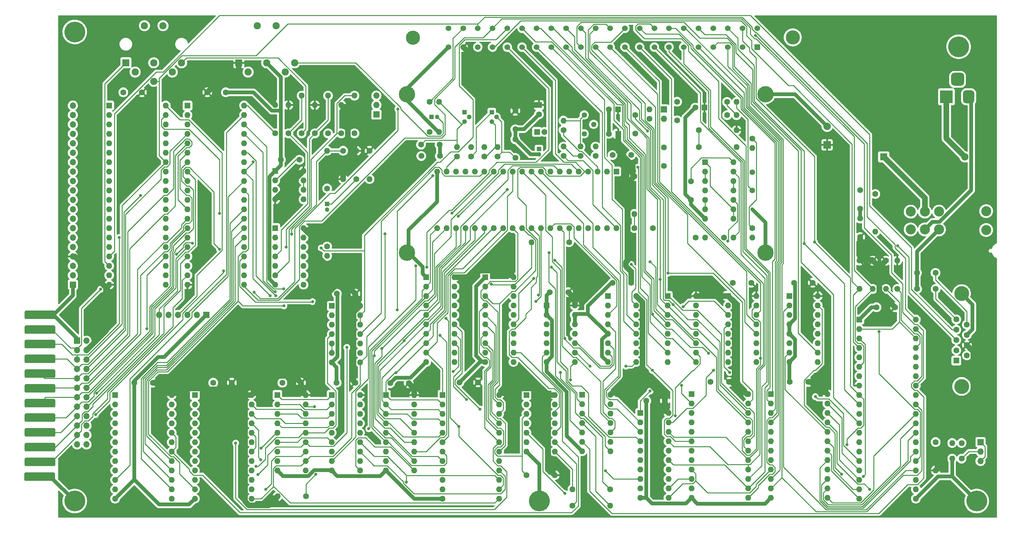
<source format=gbr>
%TF.GenerationSoftware,KiCad,Pcbnew,(6.0.4-0)*%
%TF.CreationDate,2022-08-07T13:12:03-04:00*%
%TF.ProjectId,VIC20Reloaded-1.1-002,56494332-3052-4656-9c6f-616465642d31,1.1-002E*%
%TF.SameCoordinates,Original*%
%TF.FileFunction,Copper,L2,Bot*%
%TF.FilePolarity,Positive*%
%FSLAX46Y46*%
G04 Gerber Fmt 4.6, Leading zero omitted, Abs format (unit mm)*
G04 Created by KiCad (PCBNEW (6.0.4-0)) date 2022-08-07 13:12:03*
%MOMM*%
%LPD*%
G01*
G04 APERTURE LIST*
G04 Aperture macros list*
%AMRoundRect*
0 Rectangle with rounded corners*
0 $1 Rounding radius*
0 $2 $3 $4 $5 $6 $7 $8 $9 X,Y pos of 4 corners*
0 Add a 4 corners polygon primitive as box body*
4,1,4,$2,$3,$4,$5,$6,$7,$8,$9,$2,$3,0*
0 Add four circle primitives for the rounded corners*
1,1,$1+$1,$2,$3*
1,1,$1+$1,$4,$5*
1,1,$1+$1,$6,$7*
1,1,$1+$1,$8,$9*
0 Add four rect primitives between the rounded corners*
20,1,$1+$1,$2,$3,$4,$5,0*
20,1,$1+$1,$4,$5,$6,$7,0*
20,1,$1+$1,$6,$7,$8,$9,0*
20,1,$1+$1,$8,$9,$2,$3,0*%
G04 Aperture macros list end*
%TA.AperFunction,ComponentPad*%
%ADD10C,1.600000*%
%TD*%
%TA.AperFunction,ComponentPad*%
%ADD11R,1.600000X1.600000*%
%TD*%
%TA.AperFunction,ComponentPad*%
%ADD12R,1.200000X1.200000*%
%TD*%
%TA.AperFunction,ComponentPad*%
%ADD13C,1.200000*%
%TD*%
%TA.AperFunction,ComponentPad*%
%ADD14O,1.600000X1.600000*%
%TD*%
%TA.AperFunction,SMDPad,CuDef*%
%ADD15RoundRect,0.342900X3.784600X-0.800100X3.784600X0.800100X-3.784600X0.800100X-3.784600X-0.800100X0*%
%TD*%
%TA.AperFunction,ComponentPad*%
%ADD16R,1.950000X1.950000*%
%TD*%
%TA.AperFunction,ComponentPad*%
%ADD17C,1.950000*%
%TD*%
%TA.AperFunction,ComponentPad*%
%ADD18R,3.500000X3.500000*%
%TD*%
%TA.AperFunction,ComponentPad*%
%ADD19RoundRect,0.750000X0.750000X1.000000X-0.750000X1.000000X-0.750000X-1.000000X0.750000X-1.000000X0*%
%TD*%
%TA.AperFunction,ComponentPad*%
%ADD20RoundRect,0.875000X0.875000X0.875000X-0.875000X0.875000X-0.875000X-0.875000X0.875000X-0.875000X0*%
%TD*%
%TA.AperFunction,ComponentPad*%
%ADD21R,1.700000X1.700000*%
%TD*%
%TA.AperFunction,ComponentPad*%
%ADD22O,1.700000X1.700000*%
%TD*%
%TA.AperFunction,ComponentPad*%
%ADD23R,1.300000X1.300000*%
%TD*%
%TA.AperFunction,ComponentPad*%
%ADD24C,1.300000*%
%TD*%
%TA.AperFunction,ComponentPad*%
%ADD25C,1.500000*%
%TD*%
%TA.AperFunction,ComponentPad*%
%ADD26C,1.440000*%
%TD*%
%TA.AperFunction,ComponentPad*%
%ADD27C,5.600000*%
%TD*%
%TA.AperFunction,ComponentPad*%
%ADD28C,2.700000*%
%TD*%
%TA.AperFunction,ComponentPad*%
%ADD29C,4.400000*%
%TD*%
%TA.AperFunction,ComponentPad*%
%ADD30R,2.000000X2.000000*%
%TD*%
%TA.AperFunction,ComponentPad*%
%ADD31C,2.000000*%
%TD*%
%TA.AperFunction,ComponentPad*%
%ADD32C,1.000000*%
%TD*%
%TA.AperFunction,ComponentPad*%
%ADD33C,4.000000*%
%TD*%
%TA.AperFunction,ComponentPad*%
%ADD34R,1.980000X1.980000*%
%TD*%
%TA.AperFunction,ComponentPad*%
%ADD35C,1.980000*%
%TD*%
%TA.AperFunction,ComponentPad*%
%ADD36R,1.524000X1.524000*%
%TD*%
%TA.AperFunction,ComponentPad*%
%ADD37C,1.524000*%
%TD*%
%TA.AperFunction,ComponentPad*%
%ADD38C,3.810000*%
%TD*%
%TA.AperFunction,ViaPad*%
%ADD39C,0.800000*%
%TD*%
%TA.AperFunction,Conductor*%
%ADD40C,1.000000*%
%TD*%
%TA.AperFunction,Conductor*%
%ADD41C,1.500000*%
%TD*%
%TA.AperFunction,Conductor*%
%ADD42C,0.250000*%
%TD*%
G04 APERTURE END LIST*
D10*
X218313000Y-67771000D03*
X218313000Y-72771000D03*
D11*
X177419000Y-47244000D03*
D10*
X177419000Y-49744000D03*
D11*
X221996000Y-47920000D03*
D10*
X219496000Y-47920000D03*
D11*
X198731000Y-48387000D03*
D10*
X196231000Y-48387000D03*
X203073000Y-80391000D03*
X208073000Y-80391000D03*
X145669000Y-57912000D03*
X150669000Y-57912000D03*
X197231000Y-60706000D03*
X202231000Y-60706000D03*
D12*
X177419000Y-59055000D03*
D13*
X177419000Y-60555000D03*
D10*
X171069000Y-61468000D03*
X171069000Y-56468000D03*
D11*
X176911000Y-54483000D03*
D10*
X178911000Y-54483000D03*
X113364000Y-122047000D03*
X108364000Y-122047000D03*
X284186000Y-92456000D03*
X279186000Y-92456000D03*
X284226000Y-96774000D03*
X279226000Y-96774000D03*
X142367000Y-122174000D03*
X137367000Y-122174000D03*
X127969000Y-122047000D03*
X122969000Y-122047000D03*
X73486000Y-122047000D03*
X68486000Y-122047000D03*
X128016000Y-98044000D03*
X123016000Y-98044000D03*
X161036000Y-121969000D03*
X156036000Y-121969000D03*
X251126000Y-95123000D03*
X246126000Y-95123000D03*
X88138000Y-43815000D03*
X93138000Y-43815000D03*
X70532000Y-43815000D03*
X65532000Y-43815000D03*
X112950000Y-61976000D03*
X107950000Y-61976000D03*
D12*
X120396000Y-73914000D03*
D13*
X120396000Y-75414000D03*
D10*
X94742000Y-122047000D03*
X89742000Y-122047000D03*
X180293000Y-97663000D03*
X185293000Y-97663000D03*
X211074000Y-63674000D03*
X211074000Y-58674000D03*
X203327000Y-54911000D03*
X203327000Y-49911000D03*
X291211000Y-138303000D03*
D14*
X288671000Y-138303000D03*
D10*
X291211000Y-142494000D03*
D14*
X288671000Y-142494000D03*
D10*
X220450000Y-58588000D03*
D14*
X230610000Y-58588000D03*
D10*
X219583000Y-82931000D03*
D14*
X222123000Y-82931000D03*
D10*
X120396000Y-69723000D03*
D14*
X120396000Y-59563000D03*
D10*
X184023000Y-60960000D03*
D14*
X184023000Y-58420000D03*
D10*
X185547000Y-84201000D03*
D14*
X175387000Y-84201000D03*
D10*
X120396000Y-85344000D03*
D14*
X120396000Y-87884000D03*
D10*
X186436000Y-155194000D03*
D14*
X196596000Y-155194000D03*
D10*
X196596000Y-150749000D03*
D14*
X186436000Y-150749000D03*
D15*
X43055000Y-103765800D03*
X43055000Y-107728200D03*
X43055000Y-111690600D03*
X43055000Y-115653000D03*
X43055000Y-119615400D03*
X43055000Y-123577800D03*
X43055000Y-127540200D03*
X43055000Y-131502600D03*
X43055000Y-135465000D03*
X43055000Y-139427400D03*
X43055000Y-143389800D03*
X43030000Y-147379200D03*
D16*
X66223500Y-35854000D03*
D17*
X68723500Y-38354000D03*
X73723500Y-35854000D03*
X78723500Y-38354000D03*
X81223500Y-35854000D03*
X73723500Y-40854000D03*
X76223500Y-25854000D03*
X71223500Y-25854000D03*
D18*
X287116000Y-45021500D03*
D19*
X293116000Y-45021500D03*
D20*
X290116000Y-40321500D03*
D21*
X51943000Y-95631000D03*
D22*
X51943000Y-93091000D03*
X51943000Y-90551000D03*
X51943000Y-88011000D03*
X51943000Y-85471000D03*
X51943000Y-82931000D03*
X51943000Y-80391000D03*
X51943000Y-77851000D03*
X51943000Y-75311000D03*
X51943000Y-72771000D03*
X51943000Y-70231000D03*
X51943000Y-67691000D03*
X51943000Y-65151000D03*
X51943000Y-62611000D03*
X51943000Y-60071000D03*
X51943000Y-57531000D03*
X51943000Y-54991000D03*
X51943000Y-52451000D03*
X51943000Y-49911000D03*
X51943000Y-47371000D03*
D23*
X164719000Y-49149000D03*
D24*
X165989000Y-50419000D03*
X164719000Y-51689000D03*
D10*
X263732000Y-89154000D03*
D14*
X263732000Y-96774000D03*
D10*
X267288000Y-89154000D03*
D14*
X267288000Y-96774000D03*
D10*
X270844000Y-89154000D03*
D14*
X270844000Y-96774000D03*
D10*
X228070000Y-46396000D03*
D14*
X230610000Y-46396000D03*
D10*
X228070000Y-49952000D03*
D14*
X230610000Y-49952000D03*
D10*
X234823000Y-56261000D03*
D14*
X234823000Y-58801000D03*
D10*
X155321000Y-61087000D03*
D14*
X155321000Y-58547000D03*
D10*
X188595000Y-60960000D03*
D14*
X188595000Y-58420000D03*
D10*
X162687000Y-61087000D03*
D14*
X162687000Y-58547000D03*
D10*
X159131000Y-61087000D03*
D14*
X159131000Y-58547000D03*
D10*
X273892000Y-96774000D03*
D14*
X273892000Y-89154000D03*
D10*
X174070000Y-146939000D03*
D14*
X181690000Y-146939000D03*
D10*
X106426000Y-54864000D03*
D14*
X106426000Y-47244000D03*
D10*
X284226000Y-138049000D03*
D14*
X284226000Y-145669000D03*
D10*
X131826000Y-59563000D03*
D14*
X131826000Y-67183000D03*
D10*
X128270000Y-67183000D03*
D14*
X128270000Y-59563000D03*
D10*
X124714000Y-59563000D03*
D14*
X124714000Y-67183000D03*
D10*
X147955000Y-54483000D03*
D14*
X150495000Y-54483000D03*
D10*
X234823000Y-80391000D03*
D14*
X234823000Y-82931000D03*
D10*
X114681000Y-152654000D03*
D14*
X107061000Y-152654000D03*
D10*
X147955000Y-46355000D03*
D14*
X150495000Y-46355000D03*
D11*
X84789000Y-125349000D03*
D14*
X84789000Y-127889000D03*
X84789000Y-130429000D03*
X84789000Y-132969000D03*
X84789000Y-135509000D03*
X84789000Y-138049000D03*
X84789000Y-140589000D03*
X84789000Y-143129000D03*
X84789000Y-145669000D03*
X84789000Y-148209000D03*
X84789000Y-150749000D03*
X84789000Y-153289000D03*
X100029000Y-153289000D03*
X100029000Y-150749000D03*
X100029000Y-148209000D03*
X100029000Y-145669000D03*
X100029000Y-143129000D03*
X100029000Y-140589000D03*
X100029000Y-138049000D03*
X100029000Y-135509000D03*
X100029000Y-132969000D03*
X100029000Y-130429000D03*
X100029000Y-127889000D03*
X100029000Y-125349000D03*
D11*
X63326000Y-125349000D03*
D14*
X63326000Y-127889000D03*
X63326000Y-130429000D03*
X63326000Y-132969000D03*
X63326000Y-135509000D03*
X63326000Y-138049000D03*
X63326000Y-140589000D03*
X63326000Y-143129000D03*
X63326000Y-145669000D03*
X63326000Y-148209000D03*
X63326000Y-150749000D03*
X63326000Y-153289000D03*
X78566000Y-153289000D03*
X78566000Y-150749000D03*
X78566000Y-148209000D03*
X78566000Y-145669000D03*
X78566000Y-143129000D03*
X78566000Y-140589000D03*
X78566000Y-138049000D03*
X78566000Y-135509000D03*
X78566000Y-132969000D03*
X78566000Y-130429000D03*
X78566000Y-127889000D03*
X78566000Y-125349000D03*
D11*
X61722000Y-47371000D03*
D14*
X61722000Y-49911000D03*
X61722000Y-52451000D03*
X61722000Y-54991000D03*
X61722000Y-57531000D03*
X61722000Y-60071000D03*
X61722000Y-62611000D03*
X61722000Y-65151000D03*
X61722000Y-67691000D03*
X61722000Y-70231000D03*
X61722000Y-72771000D03*
X61722000Y-75311000D03*
X61722000Y-77851000D03*
X61722000Y-80391000D03*
X61722000Y-82931000D03*
X61722000Y-85471000D03*
X61722000Y-88011000D03*
X61722000Y-90551000D03*
X61722000Y-93091000D03*
X61722000Y-95631000D03*
X76962000Y-95631000D03*
X76962000Y-93091000D03*
X76962000Y-90551000D03*
X76962000Y-88011000D03*
X76962000Y-85471000D03*
X76962000Y-82931000D03*
X76962000Y-80391000D03*
X76962000Y-77851000D03*
X76962000Y-75311000D03*
X76962000Y-72771000D03*
X76962000Y-70231000D03*
X76962000Y-67691000D03*
X76962000Y-65151000D03*
X76962000Y-62611000D03*
X76962000Y-60071000D03*
X76962000Y-57531000D03*
X76962000Y-54991000D03*
X76962000Y-52451000D03*
X76962000Y-49911000D03*
X76962000Y-47371000D03*
D11*
X82804000Y-47371000D03*
D14*
X82804000Y-49911000D03*
X82804000Y-52451000D03*
X82804000Y-54991000D03*
X82804000Y-57531000D03*
X82804000Y-60071000D03*
X82804000Y-62611000D03*
X82804000Y-65151000D03*
X82804000Y-67691000D03*
X82804000Y-70231000D03*
X82804000Y-72771000D03*
X82804000Y-75311000D03*
X82804000Y-77851000D03*
X82804000Y-80391000D03*
X82804000Y-82931000D03*
X82804000Y-85471000D03*
X82804000Y-88011000D03*
X82804000Y-90551000D03*
X82804000Y-93091000D03*
X82804000Y-95631000D03*
X98044000Y-95631000D03*
X98044000Y-93091000D03*
X98044000Y-90551000D03*
X98044000Y-88011000D03*
X98044000Y-85471000D03*
X98044000Y-82931000D03*
X98044000Y-80391000D03*
X98044000Y-77851000D03*
X98044000Y-75311000D03*
X98044000Y-72771000D03*
X98044000Y-70231000D03*
X98044000Y-67691000D03*
X98044000Y-65151000D03*
X98044000Y-62611000D03*
X98044000Y-60071000D03*
X98044000Y-57531000D03*
X98044000Y-54991000D03*
X98044000Y-52451000D03*
X98044000Y-49911000D03*
X98044000Y-47371000D03*
D11*
X106426000Y-65024000D03*
D14*
X106426000Y-67564000D03*
X106426000Y-70104000D03*
X106426000Y-72644000D03*
X114046000Y-72644000D03*
X114046000Y-70104000D03*
X114046000Y-67564000D03*
X114046000Y-65024000D03*
D11*
X198247000Y-65151000D03*
D14*
X195707000Y-65151000D03*
X193167000Y-65151000D03*
X190627000Y-65151000D03*
X188087000Y-65151000D03*
X185547000Y-65151000D03*
X183007000Y-65151000D03*
X180467000Y-65151000D03*
X177927000Y-65151000D03*
X175387000Y-65151000D03*
X172847000Y-65151000D03*
X170307000Y-65151000D03*
X167767000Y-65151000D03*
X165227000Y-65151000D03*
X162687000Y-65151000D03*
X160147000Y-65151000D03*
X157607000Y-65151000D03*
X155067000Y-65151000D03*
X152527000Y-65151000D03*
X149987000Y-65151000D03*
X149987000Y-80391000D03*
X152527000Y-80391000D03*
X155067000Y-80391000D03*
X157607000Y-80391000D03*
X160147000Y-80391000D03*
X162687000Y-80391000D03*
X165227000Y-80391000D03*
X167767000Y-80391000D03*
X170307000Y-80391000D03*
X172847000Y-80391000D03*
X175387000Y-80391000D03*
X177927000Y-80391000D03*
X180467000Y-80391000D03*
X183007000Y-80391000D03*
X185547000Y-80391000D03*
X188087000Y-80391000D03*
X190627000Y-80391000D03*
X193167000Y-80391000D03*
X195707000Y-80391000D03*
X198247000Y-80391000D03*
D11*
X222123000Y-62611000D03*
D14*
X222123000Y-65151000D03*
X222123000Y-67691000D03*
X222123000Y-70231000D03*
X222123000Y-72771000D03*
X222123000Y-75311000D03*
X222123000Y-77851000D03*
X229743000Y-77851000D03*
X229743000Y-75311000D03*
X229743000Y-72771000D03*
X229743000Y-70231000D03*
X229743000Y-67691000D03*
X229743000Y-65151000D03*
X229743000Y-62611000D03*
D11*
X244866000Y-98679000D03*
D14*
X244866000Y-101219000D03*
X244866000Y-103759000D03*
X244866000Y-106299000D03*
X244866000Y-108839000D03*
X244866000Y-111379000D03*
X244866000Y-113919000D03*
X244866000Y-116459000D03*
X252486000Y-116459000D03*
X252486000Y-113919000D03*
X252486000Y-111379000D03*
X252486000Y-108839000D03*
X252486000Y-106299000D03*
X252486000Y-103759000D03*
X252486000Y-101219000D03*
X252486000Y-98679000D03*
D11*
X151464000Y-125349000D03*
D14*
X151464000Y-127889000D03*
X151464000Y-130429000D03*
X151464000Y-132969000D03*
X151464000Y-135509000D03*
X151464000Y-138049000D03*
X151464000Y-140589000D03*
X151464000Y-143129000D03*
X151464000Y-145669000D03*
X151464000Y-148209000D03*
X151464000Y-150749000D03*
X151464000Y-153289000D03*
X166704000Y-153289000D03*
X166704000Y-150749000D03*
X166704000Y-148209000D03*
X166704000Y-145669000D03*
X166704000Y-143129000D03*
X166704000Y-140589000D03*
X166704000Y-138049000D03*
X166704000Y-135509000D03*
X166704000Y-132969000D03*
X166704000Y-130429000D03*
X166704000Y-127889000D03*
X166704000Y-125349000D03*
D11*
X228346000Y-98679000D03*
D14*
X228346000Y-101219000D03*
X228346000Y-103759000D03*
X228346000Y-106299000D03*
X228346000Y-108839000D03*
X228346000Y-111379000D03*
X228346000Y-113919000D03*
X228346000Y-116459000D03*
X235966000Y-116459000D03*
X235966000Y-113919000D03*
X235966000Y-111379000D03*
X235966000Y-108839000D03*
X235966000Y-106299000D03*
X235966000Y-103759000D03*
X235966000Y-101219000D03*
X235966000Y-98679000D03*
D11*
X162941000Y-93599000D03*
D14*
X162941000Y-96139000D03*
X162941000Y-98679000D03*
X162941000Y-101219000D03*
X162941000Y-103759000D03*
X162941000Y-106299000D03*
X162941000Y-108839000D03*
X162941000Y-111379000D03*
X162941000Y-113919000D03*
X162941000Y-116459000D03*
X170561000Y-116459000D03*
X170561000Y-113919000D03*
X170561000Y-111379000D03*
X170561000Y-108839000D03*
X170561000Y-106299000D03*
X170561000Y-103759000D03*
X170561000Y-101219000D03*
X170561000Y-98679000D03*
X170561000Y-96139000D03*
X170561000Y-93599000D03*
D11*
X263652000Y-105029000D03*
D14*
X263652000Y-107569000D03*
X263652000Y-110109000D03*
X263652000Y-112649000D03*
X263652000Y-115189000D03*
X263652000Y-117729000D03*
X263652000Y-120269000D03*
X263652000Y-122809000D03*
X263652000Y-125349000D03*
X263652000Y-127889000D03*
X263652000Y-130429000D03*
X263652000Y-132969000D03*
X263652000Y-135509000D03*
X263652000Y-138049000D03*
X263652000Y-140589000D03*
X263652000Y-143129000D03*
X263652000Y-145669000D03*
X263652000Y-148209000D03*
X263652000Y-150749000D03*
X263652000Y-153289000D03*
X278892000Y-153289000D03*
X278892000Y-150749000D03*
X278892000Y-148209000D03*
X278892000Y-145669000D03*
X278892000Y-143129000D03*
X278892000Y-140589000D03*
X278892000Y-138049000D03*
X278892000Y-135509000D03*
X278892000Y-132969000D03*
X278892000Y-130429000D03*
X278892000Y-127889000D03*
X278892000Y-125349000D03*
X278892000Y-122809000D03*
X278892000Y-120269000D03*
X278892000Y-117729000D03*
X278892000Y-115189000D03*
X278892000Y-112649000D03*
X278892000Y-110109000D03*
X278892000Y-107569000D03*
X278892000Y-105029000D03*
D11*
X204677000Y-130224000D03*
D14*
X204677000Y-132764000D03*
X204677000Y-135304000D03*
X204677000Y-137844000D03*
X204677000Y-140384000D03*
X204677000Y-142924000D03*
X204677000Y-145464000D03*
X204677000Y-148004000D03*
X204677000Y-150544000D03*
X204677000Y-153084000D03*
X212297000Y-153084000D03*
X212297000Y-150544000D03*
X212297000Y-148004000D03*
X212297000Y-145464000D03*
X212297000Y-142924000D03*
X212297000Y-140384000D03*
X212297000Y-137844000D03*
X212297000Y-135304000D03*
X212297000Y-132764000D03*
X212297000Y-130224000D03*
D11*
X212090000Y-98679000D03*
D14*
X212090000Y-101219000D03*
X212090000Y-103759000D03*
X212090000Y-106299000D03*
X212090000Y-108839000D03*
X212090000Y-111379000D03*
X212090000Y-113919000D03*
X212090000Y-116459000D03*
X219710000Y-116459000D03*
X219710000Y-113919000D03*
X219710000Y-111379000D03*
X219710000Y-108839000D03*
X219710000Y-106299000D03*
X219710000Y-103759000D03*
X219710000Y-101219000D03*
X219710000Y-98679000D03*
D11*
X121666000Y-101346000D03*
D14*
X121666000Y-103886000D03*
X121666000Y-106426000D03*
X121666000Y-108966000D03*
X121666000Y-111506000D03*
X121666000Y-114046000D03*
X121666000Y-116586000D03*
X129286000Y-116586000D03*
X129286000Y-114046000D03*
X129286000Y-111506000D03*
X129286000Y-108966000D03*
X129286000Y-106426000D03*
X129286000Y-103886000D03*
X129286000Y-101346000D03*
D11*
X107014000Y-125349000D03*
D14*
X107014000Y-127889000D03*
X107014000Y-130429000D03*
X107014000Y-132969000D03*
X107014000Y-135509000D03*
X107014000Y-138049000D03*
X107014000Y-140589000D03*
X107014000Y-143129000D03*
X107014000Y-145669000D03*
X114634000Y-145669000D03*
X114634000Y-143129000D03*
X114634000Y-140589000D03*
X114634000Y-138049000D03*
X114634000Y-135509000D03*
X114634000Y-132969000D03*
X114634000Y-130429000D03*
X114634000Y-127889000D03*
X114634000Y-125349000D03*
D11*
X136224000Y-125349000D03*
D14*
X136224000Y-127889000D03*
X136224000Y-130429000D03*
X136224000Y-132969000D03*
X136224000Y-135509000D03*
X136224000Y-138049000D03*
X136224000Y-140589000D03*
X136224000Y-143129000D03*
X136224000Y-145669000D03*
X143844000Y-145669000D03*
X143844000Y-143129000D03*
X143844000Y-140589000D03*
X143844000Y-138049000D03*
X143844000Y-135509000D03*
X143844000Y-132969000D03*
X143844000Y-130429000D03*
X143844000Y-127889000D03*
X143844000Y-125349000D03*
D11*
X121619000Y-125349000D03*
D14*
X121619000Y-127889000D03*
X121619000Y-130429000D03*
X121619000Y-132969000D03*
X121619000Y-135509000D03*
X121619000Y-138049000D03*
X121619000Y-140589000D03*
X121619000Y-143129000D03*
X121619000Y-145669000D03*
X129239000Y-145669000D03*
X129239000Y-143129000D03*
X129239000Y-140589000D03*
X129239000Y-138049000D03*
X129239000Y-135509000D03*
X129239000Y-132969000D03*
X129239000Y-130429000D03*
X129239000Y-127889000D03*
X129239000Y-125349000D03*
D11*
X195961000Y-98679000D03*
D14*
X195961000Y-101219000D03*
X195961000Y-103759000D03*
X195961000Y-106299000D03*
X195961000Y-108839000D03*
X195961000Y-111379000D03*
X195961000Y-113919000D03*
X195961000Y-116459000D03*
X203581000Y-116459000D03*
X203581000Y-113919000D03*
X203581000Y-111379000D03*
X203581000Y-108839000D03*
X203581000Y-106299000D03*
X203581000Y-103759000D03*
X203581000Y-101219000D03*
X203581000Y-98679000D03*
D10*
X220450000Y-54016000D03*
D14*
X230610000Y-54016000D03*
D10*
X166243000Y-61087000D03*
D14*
X166243000Y-58547000D03*
D10*
X203073000Y-66421000D03*
D14*
X203073000Y-76581000D03*
D10*
X192659000Y-60960000D03*
D14*
X192659000Y-58420000D03*
D10*
X273304000Y-101727000D03*
X268304000Y-101727000D03*
X206328000Y-126922000D03*
X211328000Y-126922000D03*
X145749000Y-60960000D03*
X150749000Y-60960000D03*
D12*
X148487000Y-50419000D03*
D13*
X149987000Y-50419000D03*
D10*
X171069000Y-48768000D03*
X171069000Y-53768000D03*
X184023000Y-53975000D03*
D14*
X184023000Y-51435000D03*
D23*
X157353000Y-49149000D03*
D24*
X158623000Y-50419000D03*
X157353000Y-51689000D03*
D11*
X198755000Y-54991000D03*
D10*
X196255000Y-54991000D03*
X234616000Y-95123000D03*
X229616000Y-95123000D03*
X120650000Y-54864000D03*
D14*
X120650000Y-44704000D03*
D10*
X127762000Y-54864000D03*
D14*
X127762000Y-44704000D03*
D10*
X113538000Y-54864000D03*
D14*
X113538000Y-44704000D03*
D10*
X117094000Y-54864000D03*
D14*
X117094000Y-47244000D03*
D10*
X124206000Y-54864000D03*
D14*
X124206000Y-47244000D03*
D10*
X109982000Y-54864000D03*
D14*
X109982000Y-47244000D03*
D16*
X96636000Y-35854000D03*
D17*
X104136000Y-35854000D03*
X111636000Y-35854000D03*
X99136000Y-38354000D03*
X109136000Y-38354000D03*
X106636000Y-25854000D03*
X101636000Y-25854000D03*
D25*
X234823000Y-70231000D03*
X234823000Y-65331000D03*
D26*
X189611000Y-49911000D03*
X192151000Y-52451000D03*
X189611000Y-54991000D03*
D27*
X52451000Y-27559000D03*
X52451000Y-153924000D03*
X290417300Y-31527700D03*
D21*
X296291000Y-138049000D03*
D22*
X296291000Y-140589000D03*
X296291000Y-143129000D03*
D28*
X285115000Y-80759000D03*
X281305000Y-80759000D03*
X277495000Y-80759000D03*
X285115000Y-75959000D03*
X281305000Y-75959000D03*
X277495000Y-75959000D03*
X297815000Y-80899000D03*
X297815000Y-75819000D03*
D29*
X238379000Y-44323000D03*
X238379000Y-86995000D03*
D10*
X227203000Y-82931000D03*
D14*
X229743000Y-82931000D03*
D10*
X263906000Y-70184000D03*
X263906000Y-75184000D03*
X263906000Y-82804000D03*
X263906000Y-77804000D03*
D30*
X255016000Y-57959000D03*
D31*
X255016000Y-52959000D03*
D10*
X267970000Y-71200000D03*
D14*
X267970000Y-81360000D03*
D29*
X141859000Y-44323000D03*
D11*
X147066000Y-93599000D03*
D14*
X147066000Y-96139000D03*
X147066000Y-98679000D03*
X147066000Y-101219000D03*
X147066000Y-103759000D03*
X147066000Y-106299000D03*
X147066000Y-108839000D03*
X147066000Y-111379000D03*
X147066000Y-113919000D03*
X147066000Y-116459000D03*
X154686000Y-116459000D03*
X154686000Y-113919000D03*
X154686000Y-111379000D03*
X154686000Y-108839000D03*
X154686000Y-106299000D03*
X154686000Y-103759000D03*
X154686000Y-101219000D03*
X154686000Y-98679000D03*
X154686000Y-96139000D03*
X154686000Y-93599000D03*
D32*
X234823000Y-75311000D03*
D21*
X87884000Y-103759000D03*
D22*
X85344000Y-103759000D03*
X82804000Y-103759000D03*
X80264000Y-103759000D03*
X77724000Y-103759000D03*
X75184000Y-103759000D03*
D29*
X141859000Y-86995000D03*
D27*
X295275000Y-153924000D03*
D10*
X197271000Y-95123000D03*
X202271000Y-95123000D03*
D11*
X239856000Y-125144000D03*
D14*
X239856000Y-127684000D03*
X239856000Y-130224000D03*
X239856000Y-132764000D03*
X239856000Y-135304000D03*
X239856000Y-137844000D03*
X239856000Y-140384000D03*
X239856000Y-142924000D03*
X239856000Y-145464000D03*
X239856000Y-148004000D03*
X239856000Y-150544000D03*
X239856000Y-153084000D03*
X255096000Y-153084000D03*
X255096000Y-150544000D03*
X255096000Y-148004000D03*
X255096000Y-145464000D03*
X255096000Y-142924000D03*
X255096000Y-140384000D03*
X255096000Y-137844000D03*
X255096000Y-135304000D03*
X255096000Y-132764000D03*
X255096000Y-130224000D03*
X255096000Y-127684000D03*
X255096000Y-125144000D03*
D10*
X249936000Y-121842000D03*
X244936000Y-121842000D03*
X228600000Y-121842000D03*
X223600000Y-121842000D03*
D11*
X218520000Y-125144000D03*
D14*
X218520000Y-127684000D03*
X218520000Y-130224000D03*
X218520000Y-132764000D03*
X218520000Y-135304000D03*
X218520000Y-137844000D03*
X218520000Y-140384000D03*
X218520000Y-142924000D03*
X218520000Y-145464000D03*
X218520000Y-148004000D03*
X218520000Y-150544000D03*
X218520000Y-153084000D03*
X233760000Y-153084000D03*
X233760000Y-150544000D03*
X233760000Y-148004000D03*
X233760000Y-145464000D03*
X233760000Y-142924000D03*
X233760000Y-140384000D03*
X233760000Y-137844000D03*
X233760000Y-135304000D03*
X233760000Y-132764000D03*
X233760000Y-130224000D03*
X233760000Y-127684000D03*
X233760000Y-125144000D03*
D33*
X291211000Y-98044000D03*
X291211000Y-123044000D03*
D11*
X289791000Y-116084000D03*
D10*
X289791000Y-113314000D03*
X289791000Y-110544000D03*
X289791000Y-107774000D03*
X289791000Y-105004000D03*
X292631000Y-114699000D03*
X292631000Y-111929000D03*
X292631000Y-109159000D03*
X292631000Y-106389000D03*
D11*
X179451000Y-101219000D03*
D14*
X179451000Y-103759000D03*
X179451000Y-106299000D03*
X179451000Y-108839000D03*
X179451000Y-111379000D03*
X179451000Y-113919000D03*
X179451000Y-116459000D03*
X187071000Y-116459000D03*
X187071000Y-113919000D03*
X187071000Y-111379000D03*
X187071000Y-108839000D03*
X187071000Y-106299000D03*
X187071000Y-103759000D03*
X187071000Y-101219000D03*
D11*
X189056000Y-125271000D03*
D14*
X189056000Y-127811000D03*
X189056000Y-130351000D03*
X189056000Y-132891000D03*
X189056000Y-135431000D03*
X189056000Y-137971000D03*
X189056000Y-140511000D03*
X196676000Y-140511000D03*
X196676000Y-137971000D03*
X196676000Y-135431000D03*
X196676000Y-132891000D03*
X196676000Y-130351000D03*
X196676000Y-127811000D03*
X196676000Y-125271000D03*
D27*
X177546000Y-153924000D03*
D21*
X53086000Y-110744000D03*
D22*
X55626000Y-110744000D03*
X53086000Y-113284000D03*
X55626000Y-113284000D03*
X53086000Y-115824000D03*
X55626000Y-115824000D03*
X53086000Y-118364000D03*
X55626000Y-118364000D03*
X53086000Y-120904000D03*
X55626000Y-120904000D03*
X53086000Y-123444000D03*
X55626000Y-123444000D03*
X53086000Y-125984000D03*
X55626000Y-125984000D03*
X53086000Y-128524000D03*
X55626000Y-128524000D03*
X53086000Y-131064000D03*
X55626000Y-131064000D03*
X53086000Y-133604000D03*
X55626000Y-133604000D03*
X53086000Y-136144000D03*
X55626000Y-136144000D03*
X53086000Y-138684000D03*
X55626000Y-138684000D03*
D21*
X211074000Y-48387000D03*
D22*
X211074000Y-50927000D03*
D10*
X207137000Y-50927000D03*
D14*
X207137000Y-48387000D03*
D34*
X270256000Y-61214000D03*
D35*
X292096000Y-61214000D03*
D11*
X106426000Y-80391000D03*
D14*
X106426000Y-82931000D03*
X106426000Y-85471000D03*
X106426000Y-88011000D03*
X106426000Y-90551000D03*
X106426000Y-93091000D03*
X106426000Y-95631000D03*
X114046000Y-95631000D03*
X114046000Y-93091000D03*
X114046000Y-90551000D03*
X114046000Y-88011000D03*
X114046000Y-85471000D03*
X114046000Y-82931000D03*
X114046000Y-80391000D03*
D11*
X174070000Y-125349000D03*
D14*
X174070000Y-127889000D03*
X174070000Y-130429000D03*
X174070000Y-132969000D03*
X174070000Y-135509000D03*
X174070000Y-138049000D03*
X174070000Y-140589000D03*
X181690000Y-140589000D03*
X181690000Y-138049000D03*
X181690000Y-135509000D03*
X181690000Y-132969000D03*
X181690000Y-130429000D03*
X181690000Y-127889000D03*
X181690000Y-125349000D03*
D10*
X214630000Y-51355000D03*
X214630000Y-46355000D03*
D21*
X133656000Y-49784000D03*
D22*
X133656000Y-47244000D03*
X133656000Y-44704000D03*
D36*
X236214800Y-31623000D03*
D37*
X236214800Y-26543000D03*
X232254800Y-31623000D03*
X232254800Y-26543000D03*
X228294800Y-31623000D03*
X228294800Y-26543000D03*
X224334800Y-31623000D03*
X224334800Y-26543000D03*
X220374800Y-31623000D03*
X220374800Y-26543000D03*
X216414800Y-31623000D03*
X216414800Y-26543000D03*
X212454800Y-31623000D03*
X212454800Y-26543000D03*
X208494800Y-31623000D03*
X208494800Y-26543000D03*
X204534800Y-31623000D03*
X204534800Y-26543000D03*
X200574800Y-31623000D03*
X200574800Y-26543000D03*
X196614800Y-31623000D03*
X196614800Y-26543000D03*
X192654800Y-31623000D03*
X192654800Y-26543000D03*
X188694800Y-31623000D03*
X188694800Y-26543000D03*
X184734800Y-31623000D03*
X184734800Y-26543000D03*
X180774800Y-31623000D03*
X180774800Y-26543000D03*
X176814800Y-31623000D03*
X176814800Y-26543000D03*
X172854800Y-31623000D03*
X172854800Y-26543000D03*
X168894800Y-31623000D03*
X168894800Y-26543000D03*
X164934800Y-31623000D03*
X164934800Y-26543000D03*
X160974800Y-31623000D03*
X160974800Y-26543000D03*
X157014800Y-31623000D03*
X157014800Y-26543000D03*
X153054800Y-31623000D03*
X153054800Y-26543000D03*
D38*
X245759300Y-29019500D03*
X143478300Y-29083000D03*
D39*
X206627400Y-54254500D03*
X228297300Y-83891100D03*
X110865100Y-81984500D03*
X164586300Y-95523800D03*
X181710800Y-89043300D03*
X180125000Y-87035600D03*
X264779900Y-147314000D03*
X118790000Y-85750400D03*
X228748500Y-119299700D03*
X183236900Y-119234900D03*
X109401900Y-85471000D03*
X92544800Y-91948200D03*
X58035400Y-130651100D03*
X273996000Y-85176800D03*
X139445300Y-48296100D03*
X100707700Y-97703000D03*
X117370900Y-146718900D03*
X102550300Y-142804500D03*
X200845700Y-117600500D03*
X191129700Y-117600500D03*
X185901500Y-121338900D03*
X154005300Y-76372700D03*
X103891900Y-150770200D03*
X108768600Y-101346000D03*
X125713900Y-112527500D03*
X101757900Y-146794400D03*
X195314200Y-145774700D03*
X207364500Y-124292200D03*
X180770500Y-90893400D03*
X147266100Y-90893400D03*
X100452900Y-62524800D03*
X105027600Y-98638800D03*
X101269300Y-144595400D03*
X102641400Y-139647200D03*
X131603200Y-134468700D03*
X95782600Y-138322500D03*
X177268200Y-98445000D03*
X152388500Y-104691400D03*
X141694300Y-148852900D03*
X155878600Y-133829400D03*
X138925400Y-119340400D03*
X135934100Y-81969300D03*
X155696300Y-77219600D03*
X116984000Y-128482600D03*
X91412100Y-76399200D03*
X79808500Y-87407900D03*
X84148500Y-84451200D03*
X251612200Y-84149300D03*
X108680800Y-96757600D03*
X260336400Y-138783900D03*
X106459000Y-97498600D03*
X248868100Y-84584800D03*
X204003000Y-64023400D03*
X207905100Y-118706600D03*
X161579000Y-129159000D03*
X106555600Y-98630200D03*
X154383100Y-119057400D03*
X71843000Y-107494700D03*
X207341700Y-89436200D03*
X59400700Y-96865600D03*
X58371500Y-124894500D03*
X70156800Y-71619200D03*
X64387800Y-82941600D03*
X91411100Y-86042400D03*
X116481600Y-100207300D03*
X157883700Y-126541400D03*
X184392000Y-110109000D03*
X176625200Y-100127200D03*
X168882600Y-70035900D03*
X141123100Y-110682000D03*
X135108500Y-112818500D03*
X150745600Y-109245200D03*
X139288300Y-102407400D03*
X148855900Y-66312600D03*
X133110300Y-114761600D03*
X184365600Y-151886200D03*
X258947300Y-146682500D03*
X214154800Y-130931800D03*
X144305300Y-90553800D03*
X202238500Y-90164600D03*
X208032800Y-103628300D03*
X223087600Y-114110000D03*
X216257100Y-101544200D03*
X268986300Y-108301400D03*
X237043700Y-115493400D03*
X266443700Y-150749000D03*
X210016600Y-94186200D03*
X175976500Y-93985600D03*
X251845300Y-125807400D03*
X215783400Y-122783000D03*
X224453300Y-118692600D03*
X212165900Y-92544600D03*
X213517300Y-101006100D03*
X235693300Y-28484000D03*
D40*
X246372200Y-110345200D02*
X244866000Y-108839000D01*
X134703100Y-147189900D02*
X136224000Y-145669000D01*
X278892000Y-153289000D02*
X284861000Y-147320000D01*
X180293000Y-97663000D02*
X179451000Y-98505000D01*
X74953300Y-115102100D02*
X68486000Y-121569400D01*
X179451000Y-98505000D02*
X179451000Y-101219000D01*
X142851400Y-120673600D02*
X147066000Y-116459000D01*
X108552700Y-147207700D02*
X115322600Y-147207700D01*
X294131500Y-100964500D02*
X291211000Y-98044000D01*
X46748300Y-103765800D02*
X51943000Y-98571100D01*
X150669000Y-57912000D02*
X150749000Y-57992000D01*
X107950000Y-63500000D02*
X107950000Y-61976000D01*
X195961000Y-116459000D02*
X194421200Y-114919200D01*
X206328000Y-126922000D02*
X206328000Y-153084000D01*
X123016000Y-98044000D02*
X123170500Y-98198500D01*
X246366400Y-104798600D02*
X246366400Y-95363400D01*
X121619000Y-145669000D02*
X123139900Y-147189900D01*
X196255000Y-54991000D02*
X196231000Y-54967000D01*
X175156000Y-60555000D02*
X177419000Y-60555000D01*
X121666000Y-116586000D02*
X122969000Y-117889000D01*
X216812500Y-50603500D02*
X219496000Y-47920000D01*
X150354000Y-54483000D02*
X150495000Y-54483000D01*
X53086000Y-110103500D02*
X46748300Y-103765800D01*
X279186000Y-86688000D02*
X279186000Y-92456000D01*
X142302600Y-86995000D02*
X146165800Y-90858200D01*
X75203600Y-154846600D02*
X83231400Y-154846600D01*
X180953500Y-105261500D02*
X179451000Y-103759000D01*
X238379000Y-78867000D02*
X238379000Y-86995000D01*
X217019600Y-154584400D02*
X218520000Y-153084000D01*
X190616700Y-103494700D02*
X187335300Y-103494700D01*
X244866000Y-116459000D02*
X246372200Y-114952800D01*
X171069000Y-56468000D02*
X175156000Y-60555000D01*
X123170500Y-115081500D02*
X121666000Y-116586000D01*
X268304000Y-101727000D02*
X266954000Y-101727000D01*
X179451000Y-116459000D02*
X179451000Y-119041100D01*
X121568600Y-145618600D02*
X121619000Y-145669000D01*
X238316400Y-154623600D02*
X239856000Y-153084000D01*
X146165800Y-90858200D02*
X146165800Y-92698800D01*
X52451000Y-153924000D02*
X45906200Y-147379200D01*
X141859000Y-45988000D02*
X150354000Y-54483000D01*
X190616700Y-101426000D02*
X196919700Y-95123000D01*
X244936000Y-121842000D02*
X244866000Y-121772000D01*
X244866000Y-108839000D02*
X244866000Y-106299000D01*
X107950000Y-48784000D02*
X107950000Y-39668000D01*
X220059600Y-154623600D02*
X238316400Y-154623600D01*
X218520000Y-153084000D02*
X220059600Y-154623600D01*
X284861000Y-147320000D02*
X288671000Y-147320000D01*
X76540900Y-115102100D02*
X74953300Y-115102100D01*
X180953500Y-114956500D02*
X180953500Y-105261500D01*
X244866000Y-121772000D02*
X244866000Y-116459000D01*
X194421200Y-114919200D02*
X194421200Y-110378800D01*
X179451000Y-119041100D02*
X184910400Y-124500500D01*
X122969000Y-117889000D02*
X122969000Y-122047000D01*
X53086000Y-110744000D02*
X53086000Y-110103500D01*
X288671000Y-147320000D02*
X288671000Y-142494000D01*
X87884000Y-103759000D02*
X76540900Y-115102100D01*
X46748300Y-103765800D02*
X43055000Y-103765800D01*
X160505000Y-96035000D02*
X160505000Y-114755000D01*
X184910400Y-136365400D02*
X189056000Y-140511000D01*
X161877500Y-116127500D02*
X156036000Y-121969000D01*
X279186000Y-96734000D02*
X279186000Y-92456000D01*
X93138000Y-43815000D02*
X100560300Y-43815000D01*
X115322600Y-147207700D02*
X116911700Y-145618600D01*
X160505000Y-114755000D02*
X161877500Y-116127500D01*
X194421200Y-110378800D02*
X195961000Y-108839000D01*
X207828400Y-154584400D02*
X217019600Y-154584400D01*
X177546000Y-144065000D02*
X177546000Y-153924000D01*
X143844000Y-153289000D02*
X136224000Y-145669000D01*
X151464000Y-153289000D02*
X143844000Y-153289000D01*
X104925300Y-66524700D02*
X106426000Y-65024000D01*
X196231000Y-54967000D02*
X196231000Y-48387000D01*
X137367000Y-122174000D02*
X138867400Y-120673600D01*
X285115000Y-80759000D02*
X279186000Y-86688000D01*
X171069000Y-53768000D02*
X171069000Y-56468000D01*
X141859000Y-44323000D02*
X141859000Y-45988000D01*
X138867400Y-120673600D02*
X142851400Y-120673600D01*
X187071000Y-103759000D02*
X187071000Y-106299000D01*
X83231400Y-154846600D02*
X84789000Y-153289000D01*
X45906200Y-147379200D02*
X43030000Y-147379200D01*
X123139900Y-147189900D02*
X134703100Y-147189900D01*
X171069000Y-53768000D02*
X173395000Y-53768000D01*
X246366400Y-95363400D02*
X246126000Y-95123000D01*
X195961000Y-108839000D02*
X190616700Y-103494700D01*
X234823000Y-75311000D02*
X238379000Y-78867000D01*
X246380000Y-44323000D02*
X255016000Y-52959000D01*
X150749000Y-57992000D02*
X150749000Y-60960000D01*
X190616700Y-103494700D02*
X190616700Y-101426000D01*
X104925300Y-94130300D02*
X104925300Y-66524700D01*
X149987000Y-65151000D02*
X149987000Y-73259400D01*
X179451000Y-103759000D02*
X179451000Y-101219000D01*
X184910400Y-124500500D02*
X184910400Y-136365400D01*
X222123000Y-77851000D02*
X218313000Y-74041000D01*
X142302600Y-80943800D02*
X142302600Y-86995000D01*
X107014000Y-145669000D02*
X108552700Y-147207700D01*
X68486000Y-122047000D02*
X68486000Y-148129000D01*
X206328000Y-153084000D02*
X207828400Y-154584400D01*
X216812500Y-71270500D02*
X216812500Y-50603500D01*
X68486000Y-148129000D02*
X63326000Y-153289000D01*
X116911700Y-145618600D02*
X121568600Y-145618600D01*
X295275000Y-153924000D02*
X288671000Y-147320000D01*
X244866000Y-106299000D02*
X246366400Y-104798600D01*
X146165800Y-92698800D02*
X147066000Y-93599000D01*
X279226000Y-96774000D02*
X279186000Y-96734000D01*
X141859000Y-86995000D02*
X142302600Y-86995000D01*
X266954000Y-101727000D02*
X263652000Y-105029000D01*
X141859000Y-42818800D02*
X141859000Y-44323000D01*
X238379000Y-44323000D02*
X246380000Y-44323000D01*
X162209000Y-116459000D02*
X162941000Y-116459000D01*
X204677000Y-153084000D02*
X206328000Y-153084000D01*
X187335300Y-103494700D02*
X187071000Y-103759000D01*
X196919700Y-95123000D02*
X197271000Y-95123000D01*
X263906000Y-77804000D02*
X263906000Y-75184000D01*
X68486000Y-148129000D02*
X75203600Y-154846600D01*
X174070000Y-140589000D02*
X177546000Y-144065000D01*
X246372200Y-114952800D02*
X246372200Y-110345200D01*
X218313000Y-74041000D02*
X218313000Y-72771000D01*
X294131500Y-107658500D02*
X294131500Y-100964500D01*
X179451000Y-116459000D02*
X180953500Y-114956500D01*
X68486000Y-121569400D02*
X68486000Y-122047000D01*
X161877500Y-116127500D02*
X162209000Y-116459000D01*
X51943000Y-98571100D02*
X51943000Y-95631000D01*
X100560300Y-43815000D02*
X105529300Y-48784000D01*
X153054800Y-31623000D02*
X141859000Y-42818800D01*
X173395000Y-53768000D02*
X177419000Y-49744000D01*
X162941000Y-93599000D02*
X160505000Y-96035000D01*
X149987000Y-73259400D02*
X142302600Y-80943800D01*
X106426000Y-65024000D02*
X107950000Y-63500000D01*
X106426000Y-95631000D02*
X104925300Y-94130300D01*
X218313000Y-72771000D02*
X216812500Y-71270500D01*
X292631000Y-109159000D02*
X294131500Y-107658500D01*
X123170500Y-98198500D02*
X123170500Y-115081500D01*
X105529300Y-48784000D02*
X107950000Y-48784000D01*
X107950000Y-61976000D02*
X107950000Y-48784000D01*
X107950000Y-39668000D02*
X104136000Y-35854000D01*
D41*
X60900800Y-96452200D02*
X52459600Y-88011000D01*
X211328000Y-126922000D02*
X211328000Y-126335700D01*
X128016000Y-100076000D02*
X129286000Y-101346000D01*
X87991600Y-123598600D02*
X80316400Y-123598600D01*
X159672400Y-93599000D02*
X161422800Y-91848600D01*
X171069000Y-47244000D02*
X171069000Y-48768000D01*
X269066000Y-90932000D02*
X267288000Y-89154000D01*
X75264000Y-122047000D02*
X78566000Y-125349000D01*
X273304000Y-101727000D02*
X269066000Y-97489000D01*
X286651700Y-143243300D02*
X284226000Y-145669000D01*
X196676000Y-125271000D02*
X200171300Y-121775700D01*
X61722000Y-95631000D02*
X60900800Y-96452200D01*
X230106200Y-121842000D02*
X230106200Y-100439200D01*
X124714000Y-63119000D02*
X128270000Y-59563000D01*
X202271000Y-92106700D02*
X202271000Y-95123000D01*
X286651700Y-132900300D02*
X286651700Y-143243300D01*
X233760000Y-125144000D02*
X233408200Y-125144000D01*
X94742000Y-123804600D02*
X94742000Y-122047000D01*
X211328000Y-129255000D02*
X211328000Y-126922000D01*
X127889000Y-98044000D02*
X124193000Y-94348000D01*
X206768000Y-121775700D02*
X205331400Y-121775700D01*
X100711000Y-41529000D02*
X96636000Y-41529000D01*
X73486000Y-122047000D02*
X75264000Y-122047000D01*
X99340200Y-155100400D02*
X104614600Y-155100400D01*
X127533500Y-121611500D02*
X127969000Y-122047000D01*
X60900800Y-96452200D02*
X60900800Y-108102000D01*
X294382400Y-125169600D02*
X286651700Y-132900300D01*
X187071000Y-101219000D02*
X187071000Y-99441000D01*
X205331400Y-100429400D02*
X205331400Y-121775700D01*
X90424000Y-41529000D02*
X88138000Y-43815000D01*
X114046000Y-80391000D02*
X117160000Y-83505000D01*
X230106200Y-121842000D02*
X228600000Y-121842000D01*
X171069000Y-47244000D02*
X177419000Y-47244000D01*
X124206000Y-47244000D02*
X125984000Y-49022000D01*
X111562100Y-120245100D02*
X105132900Y-120245100D01*
X117831900Y-113975300D02*
X117831900Y-100709100D01*
X94742000Y-123804600D02*
X88197600Y-123804600D01*
X128016000Y-98044000D02*
X127889000Y-98044000D01*
X294382400Y-113680400D02*
X294382400Y-125169600D01*
X269066000Y-90932000D02*
X270844000Y-89154000D01*
X178189200Y-123598600D02*
X179939600Y-125349000D01*
X203073000Y-66421000D02*
X201306500Y-68187500D01*
X263906000Y-88980000D02*
X263732000Y-89154000D01*
X114634000Y-125349000D02*
X113364000Y-124079000D01*
X117831900Y-100709100D02*
X124193000Y-94348000D01*
X166704000Y-125349000D02*
X168454400Y-123598600D01*
X127533500Y-103098500D02*
X127533500Y-121611500D01*
X106426000Y-72644000D02*
X114046000Y-65024000D01*
X201306500Y-68187500D02*
X201306500Y-89122800D01*
X106426000Y-47244000D02*
X100711000Y-41529000D01*
X267114000Y-88980000D02*
X267288000Y-89154000D01*
X157014800Y-31623000D02*
X171069000Y-45677200D01*
X200856100Y-90691800D02*
X202271000Y-92106700D01*
X202652700Y-66000700D02*
X203073000Y-66421000D01*
X179939600Y-125349000D02*
X179939600Y-145188600D01*
X200856100Y-89573200D02*
X200856100Y-90691800D01*
X117160000Y-83505000D02*
X117160000Y-87315000D01*
X179939600Y-145188600D02*
X181690000Y-146939000D01*
X202652700Y-63603100D02*
X202652700Y-66000700D01*
X263906000Y-88980000D02*
X267114000Y-88980000D01*
X171069000Y-45677200D02*
X171069000Y-47244000D01*
X98264500Y-125349000D02*
X98264500Y-154024700D01*
X143844000Y-123651000D02*
X143844000Y-125349000D01*
X251794000Y-121842000D02*
X249936000Y-121842000D01*
X100029000Y-125349000D02*
X98264500Y-125349000D01*
X98264500Y-125349000D02*
X96286400Y-125349000D01*
X52459600Y-88011000D02*
X51943000Y-88011000D01*
X181690000Y-125349000D02*
X179939600Y-125349000D01*
X203581000Y-98679000D02*
X205331400Y-100429400D01*
X269066000Y-97489000D02*
X269066000Y-90932000D01*
X168810600Y-91848600D02*
X170561000Y-93599000D01*
X161422800Y-91848600D02*
X168810600Y-91848600D01*
X124714000Y-67183000D02*
X124714000Y-63119000D01*
X230106200Y-100439200D02*
X228346000Y-98679000D01*
X80316400Y-123598600D02*
X78566000Y-125349000D01*
X168454400Y-123598600D02*
X178189200Y-123598600D01*
X187071000Y-99441000D02*
X185293000Y-97663000D01*
X125984000Y-49022000D02*
X125984000Y-57277000D01*
X104614600Y-155100400D02*
X107061000Y-152654000D01*
X96636000Y-41529000D02*
X90424000Y-41529000D01*
X198755000Y-59705400D02*
X202652700Y-63603100D01*
X200171300Y-121775700D02*
X205331400Y-121775700D01*
X198755000Y-54991000D02*
X198755000Y-59705400D01*
X142367000Y-122174000D02*
X143844000Y-123651000D01*
X96286400Y-125349000D02*
X94742000Y-123804600D01*
X125984000Y-57277000D02*
X128270000Y-59563000D01*
X113364000Y-124079000D02*
X113364000Y-122047000D01*
X129286000Y-101346000D02*
X127533500Y-103098500D01*
X60900800Y-108102000D02*
X55718800Y-113284000D01*
X96636000Y-41529000D02*
X96636000Y-35854000D01*
X55718800Y-113284000D02*
X55626000Y-113284000D01*
X154686000Y-93599000D02*
X159672400Y-93599000D01*
X255096000Y-125144000D02*
X251794000Y-121842000D01*
X105132900Y-120245100D02*
X100029000Y-125349000D01*
X233408200Y-125144000D02*
X230106200Y-121842000D01*
X113364000Y-122047000D02*
X111562100Y-120245100D01*
X211328000Y-126335700D02*
X206768000Y-121775700D01*
X111562100Y-120245100D02*
X117831900Y-113975300D01*
X201306500Y-89122800D02*
X200856100Y-89573200D01*
X88197600Y-123804600D02*
X87991600Y-123598600D01*
X128016000Y-98044000D02*
X128016000Y-100076000D01*
X292631000Y-111929000D02*
X294382400Y-113680400D01*
X98264500Y-154024700D02*
X99340200Y-155100400D01*
X219710000Y-98679000D02*
X228346000Y-98679000D01*
X212297000Y-130224000D02*
X211328000Y-129255000D01*
X117160000Y-87315000D02*
X124193000Y-94348000D01*
X263906000Y-82804000D02*
X263906000Y-88980000D01*
D42*
X228617600Y-61485600D02*
X229743000Y-62611000D01*
X218313000Y-64356900D02*
X221184300Y-61485600D01*
X218313000Y-67771000D02*
X218313000Y-64356900D01*
X221184300Y-61485600D02*
X228617600Y-61485600D01*
X233987800Y-74649200D02*
X233987800Y-79555800D01*
X235959000Y-57397000D02*
X235959000Y-72678000D01*
X234823000Y-56261000D02*
X235959000Y-57397000D01*
X233987800Y-79555800D02*
X234823000Y-80391000D01*
X235959000Y-72678000D02*
X233987800Y-74649200D01*
X189295000Y-62202500D02*
X185265500Y-62202500D01*
X203073000Y-76581000D02*
X203073000Y-80391000D01*
X191897000Y-64804500D02*
X189295000Y-62202500D01*
X198247000Y-80391000D02*
X191897000Y-74041000D01*
X185265500Y-62202500D02*
X184023000Y-60960000D01*
X191897000Y-74041000D02*
X191897000Y-64804500D01*
X155321000Y-61087000D02*
X152527000Y-63881000D01*
X152527000Y-63881000D02*
X152527000Y-65151000D01*
X157353000Y-51689000D02*
X156591000Y-52451000D01*
X155321000Y-56739400D02*
X146841600Y-56739400D01*
X156591000Y-52451000D02*
X155321000Y-53721000D01*
X146841600Y-56739400D02*
X145669000Y-57912000D01*
X155321000Y-53721000D02*
X155321000Y-56739400D01*
X156591000Y-52451000D02*
X150495000Y-46355000D01*
X155321000Y-56739400D02*
X155321000Y-58547000D01*
X128087700Y-35854000D02*
X111636000Y-35854000D01*
X150986700Y-55621700D02*
X147444300Y-55621700D01*
X151622000Y-52054000D02*
X151622000Y-54986400D01*
X140170600Y-47936900D02*
X128087700Y-35854000D01*
X140170600Y-48348000D02*
X140170600Y-47936900D01*
X151622000Y-54986400D02*
X150986700Y-55621700D01*
X147444300Y-55621700D02*
X140170600Y-48348000D01*
X149987000Y-50419000D02*
X151622000Y-52054000D01*
X189611000Y-49911000D02*
X188508500Y-51013500D01*
X188508500Y-51435000D02*
X184023000Y-51435000D01*
X188508500Y-51013500D02*
X188508500Y-51435000D01*
X188508500Y-51435000D02*
X188508500Y-58333500D01*
X188508500Y-58333500D02*
X188595000Y-58420000D01*
X165989000Y-50419000D02*
X167392400Y-51822400D01*
X167392400Y-51822400D02*
X167392400Y-59937600D01*
X169538600Y-59937600D02*
X171069000Y-61468000D01*
X167392400Y-59937600D02*
X166243000Y-61087000D01*
X167392400Y-59937600D02*
X169538600Y-59937600D01*
X184023000Y-58420000D02*
X186563000Y-60960000D01*
X186563000Y-60960000D02*
X188595000Y-60960000D01*
X165672300Y-52642300D02*
X164719000Y-51689000D01*
X163132300Y-61087000D02*
X165672300Y-58547000D01*
X165672300Y-58547000D02*
X165672300Y-52642300D01*
X162687000Y-61087000D02*
X163132300Y-61087000D01*
X166243000Y-58547000D02*
X165672300Y-58547000D01*
X284186000Y-94365400D02*
X284186000Y-92456000D01*
X292631000Y-102810400D02*
X284186000Y-94365400D01*
X292631000Y-106389000D02*
X292631000Y-102810400D01*
X289791000Y-105004000D02*
X284226000Y-99439000D01*
X284226000Y-99439000D02*
X284226000Y-96774000D01*
X112014000Y-61976000D02*
X112950000Y-61976000D01*
X106426000Y-67564000D02*
X112014000Y-61976000D01*
X114046000Y-67564000D02*
X114046000Y-70104000D01*
X120396000Y-73914000D02*
X121539000Y-73914000D01*
X121539000Y-73914000D02*
X128270000Y-67183000D01*
X229743000Y-75311000D02*
X223537600Y-69105600D01*
X223537600Y-69105600D02*
X223537600Y-64025600D01*
X229743000Y-77851000D02*
X229743000Y-75311000D01*
X203327000Y-50954100D02*
X203327000Y-49911000D01*
X223537600Y-64025600D02*
X222123000Y-62611000D01*
X206627400Y-54254500D02*
X203327000Y-50954100D01*
X296291000Y-143129000D02*
X297485000Y-141935000D01*
X297485000Y-139243000D02*
X296291000Y-138049000D01*
X297485000Y-141935000D02*
X297485000Y-139243000D01*
X293116000Y-140589000D02*
X291211000Y-142494000D01*
X296291000Y-140589000D02*
X293116000Y-140589000D01*
X220450000Y-54016000D02*
X220450000Y-58588000D01*
X229743000Y-65151000D02*
X231337200Y-66745200D01*
X231337200Y-81336800D02*
X229743000Y-82931000D01*
X231337200Y-66745200D02*
X231337200Y-81336800D01*
X230886900Y-73914900D02*
X230886900Y-78526000D01*
X228462600Y-80950300D02*
X228462600Y-83725800D01*
X229743000Y-72771000D02*
X230886900Y-73914900D01*
X228462600Y-83725800D02*
X228297300Y-83891100D01*
X230886900Y-78526000D02*
X228462600Y-80950300D01*
X120396000Y-59563000D02*
X117478300Y-62480700D01*
X124714000Y-59563000D02*
X120396000Y-59563000D01*
X117478300Y-74034700D02*
X110865100Y-80647900D01*
X110865100Y-80647900D02*
X110865100Y-81984500D01*
X117478300Y-62480700D02*
X117478300Y-74034700D01*
X75218400Y-60867400D02*
X76962000Y-62611000D01*
X235993700Y-27758600D02*
X265778000Y-57542900D01*
X265778000Y-57542900D02*
X265778000Y-77328100D01*
X160974800Y-25414000D02*
X162783700Y-23605100D01*
X75218400Y-40854000D02*
X75218400Y-60867400D01*
X65224000Y-74349000D02*
X65224000Y-106226000D01*
X276050700Y-88505300D02*
X276050700Y-102187700D01*
X265778000Y-77328100D02*
X273270700Y-84820800D01*
X76962000Y-62611000D02*
X65224000Y-74349000D01*
X162783700Y-23605100D02*
X232137500Y-23605100D01*
X101250800Y-33970300D02*
X109807100Y-25414000D01*
X234786200Y-26253800D02*
X234786200Y-26711700D01*
X273270700Y-84820800D02*
X273270700Y-85725300D01*
X109807100Y-25414000D02*
X160974800Y-25414000D01*
X81261200Y-33970300D02*
X101250800Y-33970300D01*
X276050700Y-102187700D02*
X278892000Y-105029000D01*
X234786200Y-26711700D02*
X235833100Y-27758600D01*
X65224000Y-106226000D02*
X55626000Y-115824000D01*
X273270700Y-85725300D02*
X276050700Y-88505300D01*
X232137500Y-23605100D02*
X234786200Y-26253800D01*
X160974800Y-26543000D02*
X160974800Y-25414000D01*
X73723500Y-40854000D02*
X75218400Y-40854000D01*
X75218400Y-40013100D02*
X81261200Y-33970300D01*
X75218400Y-40854000D02*
X75218400Y-40013100D01*
X235833100Y-27758600D02*
X235993700Y-27758600D01*
X164679000Y-95616500D02*
X164586300Y-95523800D01*
X183661200Y-90993700D02*
X183661200Y-112167500D01*
X186682700Y-115189000D02*
X187455700Y-115189000D01*
X194010000Y-130225000D02*
X196676000Y-132891000D01*
X170561000Y-95616500D02*
X170561000Y-96139000D01*
X181710800Y-89043300D02*
X183661200Y-90993700D01*
X175387000Y-84201000D02*
X175387000Y-91051700D01*
X194010000Y-121743300D02*
X194010000Y-130225000D01*
X183661200Y-112167500D02*
X186682700Y-115189000D01*
X175387000Y-91051700D02*
X170822200Y-95616500D01*
X187455700Y-115189000D02*
X194010000Y-121743300D01*
X170822200Y-95616500D02*
X170561000Y-95616500D01*
X170561000Y-95616500D02*
X164679000Y-95616500D01*
X185547000Y-80391000D02*
X185547000Y-84201000D01*
X278892000Y-112649000D02*
X280026600Y-111514400D01*
X185747100Y-124120900D02*
X185747100Y-132122200D01*
X280026600Y-111514400D02*
X280026600Y-109648500D01*
X180045200Y-87115400D02*
X180045200Y-94986400D01*
X185747200Y-132122200D02*
X189056000Y-135431000D01*
X185747100Y-132122200D02*
X185747200Y-132122200D01*
X181823600Y-96764800D02*
X181823600Y-120197400D01*
X279235700Y-108857600D02*
X278589000Y-108857600D01*
X274898600Y-105167200D02*
X274898600Y-97780600D01*
X181823600Y-120197400D02*
X185747100Y-124120900D01*
X278589000Y-108857600D02*
X274898600Y-105167200D01*
X280026600Y-109648500D02*
X279235700Y-108857600D01*
X180045200Y-94986400D02*
X181823600Y-96764800D01*
X274898600Y-97780600D02*
X273892000Y-96774000D01*
X180125000Y-87035600D02*
X180045200Y-87115400D01*
X192705300Y-151303300D02*
X196596000Y-155194000D01*
X192705300Y-136540300D02*
X192705300Y-151303300D01*
X189056000Y-132891000D02*
X192705300Y-136540300D01*
X187561400Y-143920400D02*
X187561400Y-154068600D01*
X195261400Y-139096400D02*
X196676000Y-140511000D01*
X195261400Y-136556400D02*
X195261400Y-139096400D01*
X265260000Y-146833900D02*
X264779900Y-147314000D01*
X265260000Y-111717000D02*
X265260000Y-146833900D01*
X187561400Y-154068600D02*
X186436000Y-155194000D01*
X189056000Y-130351000D02*
X195261400Y-136556400D01*
X181690000Y-138049000D02*
X187561400Y-143920400D01*
X263652000Y-110109000D02*
X265260000Y-111717000D01*
X186436000Y-145335000D02*
X186436000Y-150749000D01*
X181690000Y-140589000D02*
X186436000Y-145335000D01*
X194588800Y-148741800D02*
X194588800Y-136830700D01*
X159638100Y-55857200D02*
X155678300Y-59817000D01*
X194588800Y-136830700D02*
X189379100Y-131621000D01*
X228346000Y-106299000D02*
X227220700Y-107424300D01*
X119546100Y-86506500D02*
X118790000Y-85750400D01*
X159638100Y-45787000D02*
X159638100Y-55857200D01*
X165866100Y-29571700D02*
X157513300Y-29571700D01*
X150118900Y-62668100D02*
X130435400Y-82351600D01*
X130435400Y-86506500D02*
X119546100Y-86506500D01*
X187191100Y-130079700D02*
X187191100Y-124928000D01*
X150825400Y-62668100D02*
X150118900Y-62668100D01*
X188732400Y-131621000D02*
X187191100Y-130079700D01*
X196596000Y-150749000D02*
X194588800Y-148741800D01*
X153676500Y-59817000D02*
X150825400Y-62668100D01*
X155925000Y-42073900D02*
X159638100Y-45787000D01*
X130435400Y-102736600D02*
X129286000Y-103886000D01*
X130435400Y-86506500D02*
X130435400Y-102736600D01*
X189379100Y-131621000D02*
X188732400Y-131621000D01*
X129286000Y-103886000D02*
X129286000Y-106426000D01*
X227220700Y-107424300D02*
X227220700Y-117771900D01*
X227220700Y-117771900D02*
X228748500Y-119299700D01*
X183236900Y-120973800D02*
X183236900Y-119234900D01*
X157513300Y-29571700D02*
X155925000Y-31160000D01*
X168894800Y-26543000D02*
X165866100Y-29571700D01*
X130435400Y-82351600D02*
X130435400Y-86506500D01*
X155925000Y-31160000D02*
X155925000Y-42073900D01*
X121666000Y-114046000D02*
X121666000Y-111506000D01*
X155678300Y-59817000D02*
X153676500Y-59817000D01*
X187191100Y-124928000D02*
X183236900Y-120973800D01*
X120650000Y-51308000D02*
X117094000Y-54864000D01*
X120650000Y-44704000D02*
X120650000Y-51308000D01*
X109401900Y-80750500D02*
X109401900Y-85471000D01*
X115628300Y-56329700D02*
X115628300Y-74524100D01*
X115628300Y-74524100D02*
X109401900Y-80750500D01*
X117094000Y-54864000D02*
X115628300Y-56329700D01*
X81514400Y-105047200D02*
X81514400Y-103335300D01*
X123049700Y-54864000D02*
X123049700Y-46794100D01*
X110139700Y-80731200D02*
X116078700Y-74792200D01*
X125139800Y-44704000D02*
X127762000Y-44704000D01*
X116078700Y-74792200D02*
X116078700Y-61835000D01*
X58035400Y-130651100D02*
X61899300Y-126787200D01*
X123049700Y-54864000D02*
X124206000Y-54864000D01*
X81514400Y-103335300D02*
X92544800Y-92304900D01*
X110139700Y-89377300D02*
X110139700Y-80731200D01*
X61899300Y-124662300D02*
X81514400Y-105047200D01*
X92544800Y-92304900D02*
X92544800Y-91948200D01*
X106426000Y-93091000D02*
X110139700Y-89377300D01*
X116078700Y-61835000D02*
X123049700Y-54864000D01*
X123049700Y-46794100D02*
X125139800Y-44704000D01*
X61899300Y-126787200D02*
X61899300Y-124662300D01*
X108057900Y-80925400D02*
X108057900Y-86379100D01*
X115177900Y-73805400D02*
X108057900Y-80925400D01*
X109982000Y-54864000D02*
X113538000Y-51308000D01*
X108057900Y-86379100D02*
X106426000Y-88011000D01*
X113538000Y-51308000D02*
X113538000Y-44704000D01*
X115177900Y-60059900D02*
X115177900Y-73805400D01*
X109982000Y-54864000D02*
X115177900Y-60059900D01*
X107163600Y-34534100D02*
X82543400Y-34534100D01*
X114663400Y-42033900D02*
X107163600Y-34534100D01*
X114663400Y-53738600D02*
X114663400Y-42033900D01*
X82543400Y-34534100D02*
X81223500Y-35854000D01*
X113538000Y-54864000D02*
X114663400Y-53738600D01*
X60558100Y-89387100D02*
X60558100Y-41519400D01*
X60558100Y-41519400D02*
X66223500Y-35854000D01*
X61722000Y-90551000D02*
X60558100Y-89387100D01*
X164719000Y-49149000D02*
X160545600Y-53322400D01*
X160545600Y-59672400D02*
X159131000Y-61087000D01*
X160545600Y-53322400D02*
X160545600Y-59672400D01*
X73059100Y-108543300D02*
X73059100Y-101783900D01*
X78632900Y-86920900D02*
X79026900Y-86526900D01*
X84410200Y-70168800D02*
X83347000Y-69105600D01*
X82620300Y-69105600D02*
X81195100Y-67680400D01*
X79026900Y-86526900D02*
X79026900Y-85114900D01*
X79026900Y-85114900D02*
X82480800Y-81661000D01*
X78632900Y-96210100D02*
X78632900Y-86920900D01*
X81195100Y-67680400D02*
X81195100Y-64219900D01*
X84410200Y-80456000D02*
X84410200Y-70168800D01*
X81195100Y-64219900D02*
X82804000Y-62611000D01*
X55626000Y-125976400D02*
X73059100Y-108543300D01*
X82480800Y-81661000D02*
X83205200Y-81661000D01*
X83347000Y-69105600D02*
X82620300Y-69105600D01*
X83205200Y-81661000D02*
X84410200Y-80456000D01*
X55626000Y-125984000D02*
X55626000Y-125976400D01*
X73059100Y-101783900D02*
X78632900Y-96210100D01*
X63136600Y-49601200D02*
X63136600Y-86596400D01*
X289791000Y-107774000D02*
X288597200Y-107774000D01*
X288597200Y-107774000D02*
X277703700Y-96880500D01*
X266453300Y-55183800D02*
X234390200Y-23120700D01*
X266453300Y-74389800D02*
X266453300Y-55183800D01*
X277703700Y-96880500D02*
X277703700Y-85640200D01*
X277703700Y-85640200D02*
X266453300Y-74389800D01*
X63136600Y-86596400D02*
X61722000Y-88011000D01*
X74383800Y-38354000D02*
X63136600Y-49601200D01*
X91473900Y-23120700D02*
X76240600Y-38354000D01*
X234390200Y-23120700D02*
X91473900Y-23120700D01*
X76240600Y-38354000D02*
X74383800Y-38354000D01*
X81660500Y-80897700D02*
X81660500Y-79875000D01*
X78106700Y-84451500D02*
X81660500Y-80897700D01*
X70221700Y-108848300D02*
X70221700Y-93140200D01*
X76620900Y-86741000D02*
X77311900Y-86741000D01*
X80737100Y-69761700D02*
X80737100Y-62137900D01*
X81660500Y-79875000D02*
X82414500Y-79121000D01*
X78106700Y-85946200D02*
X78106700Y-84451500D01*
X83146200Y-71501000D02*
X82476400Y-71501000D01*
X82476400Y-71501000D02*
X80737100Y-69761700D01*
X83172000Y-79121000D02*
X83944900Y-78348100D01*
X83944900Y-78348100D02*
X83944900Y-72299700D01*
X80737100Y-62137900D02*
X82804000Y-60071000D01*
X277028400Y-88209200D02*
X277028400Y-97781400D01*
X55626000Y-123444000D02*
X70221700Y-108848300D01*
X77311900Y-86741000D02*
X78106700Y-85946200D01*
X70221700Y-93140200D02*
X76620900Y-86741000D01*
X82414500Y-79121000D02*
X83172000Y-79121000D01*
X273996000Y-85176800D02*
X277028400Y-88209200D01*
X83944900Y-72299700D02*
X83146200Y-71501000D01*
X277028400Y-97781400D02*
X289791000Y-110544000D01*
X67209000Y-109321000D02*
X67209000Y-85977100D01*
X79495800Y-74431500D02*
X79495800Y-60839200D01*
X67209000Y-85977100D02*
X76605100Y-76581000D01*
X77346300Y-76581000D02*
X79495800Y-74431500D01*
X79495800Y-60839200D02*
X82804000Y-57531000D01*
X76605100Y-76581000D02*
X77346300Y-76581000D01*
X55626000Y-120904000D02*
X67209000Y-109321000D01*
X66124800Y-76707600D02*
X75661300Y-67171100D01*
X78087400Y-59707600D02*
X82804000Y-54991000D01*
X75661300Y-67171100D02*
X75661300Y-64858500D01*
X66124800Y-107865200D02*
X66124800Y-76707600D01*
X78087400Y-63094700D02*
X78087400Y-59707600D01*
X55626000Y-118364000D02*
X66124800Y-107865200D01*
X75661300Y-64858500D02*
X76638800Y-63881000D01*
X76638800Y-63881000D02*
X77301100Y-63881000D01*
X77301100Y-63881000D02*
X78087400Y-63094700D01*
X98044000Y-47371000D02*
X98933000Y-47371000D01*
X98933000Y-47371000D02*
X106426000Y-54864000D01*
X263652000Y-112649000D02*
X262068500Y-111065500D01*
X262068500Y-98437500D02*
X263732000Y-96774000D01*
X245958600Y-41996600D02*
X244598400Y-41996600D01*
X100707700Y-97703000D02*
X102368800Y-99364100D01*
X122477800Y-71010800D02*
X139445300Y-54043300D01*
X102368800Y-99364100D02*
X107137600Y-99364100D01*
X244598400Y-41996600D02*
X234679800Y-32078000D01*
X262068500Y-111065500D02*
X262068500Y-98437500D01*
X263732000Y-96774000D02*
X261737900Y-94779900D01*
X111683700Y-94818000D02*
X111683700Y-80486800D01*
X121159700Y-71010800D02*
X122477800Y-71010800D01*
X231770500Y-24512100D02*
X172533900Y-24512100D01*
X172533900Y-24512100D02*
X165423000Y-31623000D01*
X111683700Y-80486800D02*
X121159700Y-71010800D01*
X234679800Y-29907100D02*
X233353100Y-28580400D01*
X139445300Y-54043300D02*
X139445300Y-48296100D01*
X233353100Y-28580400D02*
X233353100Y-26094700D01*
X165423000Y-31623000D02*
X164934800Y-31623000D01*
X234679800Y-32078000D02*
X234679800Y-29907100D01*
X107137600Y-99364100D02*
X111683700Y-94818000D01*
X261737900Y-94779900D02*
X261737900Y-57775900D01*
X233353100Y-26094700D02*
X231770500Y-24512100D01*
X261737900Y-57775900D02*
X245958600Y-41996600D01*
X154807500Y-31636700D02*
X157322900Y-29121300D01*
X235487500Y-29331400D02*
X234335900Y-28179800D01*
X152105900Y-55190500D02*
X152105900Y-49885500D01*
X152105900Y-49885500D02*
X149351100Y-47130700D01*
X267288000Y-96774000D02*
X262518900Y-101543100D01*
X262287700Y-91773700D02*
X262287700Y-55708700D01*
X264806300Y-116574700D02*
X263652000Y-117729000D01*
X112909100Y-94249600D02*
X112909100Y-79898300D01*
X267288000Y-96774000D02*
X262287700Y-91773700D01*
X118920700Y-78489500D02*
X141325700Y-56084500D01*
X262518900Y-110650600D02*
X263247300Y-111379000D01*
X157322900Y-29121300D02*
X162356500Y-29121300D01*
X112909100Y-79898300D02*
X114317900Y-78489500D01*
X234335900Y-26440400D02*
X231957200Y-24061700D01*
X98044000Y-95631000D02*
X98044000Y-96065000D01*
X141325700Y-56084500D02*
X151211900Y-56084500D01*
X264025600Y-111379000D02*
X264806300Y-112159700D01*
X114317900Y-78489500D02*
X118920700Y-78489500D01*
X167416100Y-24061700D02*
X164934800Y-26543000D01*
X231957200Y-24061700D02*
X167416100Y-24061700D01*
X101793500Y-99814500D02*
X107344200Y-99814500D01*
X98044000Y-96065000D02*
X101793500Y-99814500D01*
X262287700Y-55708700D02*
X235910400Y-29331400D01*
X263247300Y-111379000D02*
X264025600Y-111379000D01*
X149351100Y-47130700D02*
X149351100Y-45595800D01*
X262518900Y-101543100D02*
X262518900Y-110650600D01*
X107344200Y-99814500D02*
X112909100Y-94249600D01*
X162356500Y-29121300D02*
X164934800Y-26543000D01*
X235910400Y-29331400D02*
X235487500Y-29331400D01*
X234335900Y-28179800D02*
X234335900Y-26440400D01*
X151211900Y-56084500D02*
X152105900Y-55190500D01*
X149351100Y-45595800D02*
X154807500Y-40139400D01*
X264806300Y-112159700D02*
X264806300Y-116574700D01*
X154807500Y-40139400D02*
X154807500Y-31636700D01*
X274448200Y-105665200D02*
X274448200Y-100378200D01*
X272544400Y-107569000D02*
X274448200Y-105665200D01*
X278892000Y-110109000D02*
X274448200Y-105665200D01*
X263652000Y-107569000D02*
X272544400Y-107569000D01*
X274448200Y-100378200D02*
X270844000Y-96774000D01*
X234823000Y-70231000D02*
X233697700Y-69105700D01*
X222123000Y-75311000D02*
X222123000Y-72771000D01*
X233697700Y-51156100D02*
X230610000Y-48068400D01*
X230610000Y-48068400D02*
X230610000Y-46396000D01*
X233697700Y-69105700D02*
X233697700Y-51156100D01*
X230610000Y-49952000D02*
X228070000Y-47412000D01*
X222123000Y-67691000D02*
X222123000Y-65151000D01*
X228070000Y-47412000D02*
X228070000Y-46396000D01*
X229743000Y-67691000D02*
X229743000Y-70231000D01*
X166373800Y-139319000D02*
X165551300Y-140141500D01*
X167865200Y-135045700D02*
X167865200Y-138565700D01*
X163719700Y-131650400D02*
X166308300Y-134239000D01*
X167111900Y-139319000D02*
X166373800Y-139319000D01*
X172899900Y-141770400D02*
X172899900Y-145768900D01*
X163719700Y-122546600D02*
X163719700Y-131650400D01*
X165551300Y-141028000D02*
X166293700Y-141770400D01*
X167058500Y-134239000D02*
X167865200Y-135045700D01*
X166308300Y-134239000D02*
X167058500Y-134239000D01*
X174070000Y-130429000D02*
X172899900Y-131599100D01*
X172899900Y-131599100D02*
X172899900Y-141770400D01*
X167865200Y-138565700D02*
X167111900Y-139319000D01*
X172899900Y-145768900D02*
X174070000Y-146939000D01*
X164993200Y-113431200D02*
X164993200Y-121273100D01*
X165551300Y-140141500D02*
X165551300Y-141028000D01*
X166293700Y-141770400D02*
X172899900Y-141770400D01*
X162941000Y-111379000D02*
X164993200Y-113431200D01*
X164993200Y-121273100D02*
X163719700Y-122546600D01*
X182847900Y-124879100D02*
X181526800Y-123558000D01*
X172346700Y-64025600D02*
X178473600Y-64025600D01*
X170159000Y-107569000D02*
X170882600Y-107569000D01*
X173930600Y-104521000D02*
X173930600Y-103566300D01*
X169435600Y-114434500D02*
X169435600Y-108292400D01*
X171707800Y-64664500D02*
X172346700Y-64025600D01*
X187250400Y-62652900D02*
X189737300Y-65139700D01*
X171707800Y-72021900D02*
X171707800Y-64664500D01*
X137494000Y-139319000D02*
X143844000Y-145669000D01*
X188558900Y-66318100D02*
X189737300Y-65139700D01*
X170882600Y-107569000D02*
X173930600Y-104521000D01*
X101896200Y-134836200D02*
X101896200Y-142150400D01*
X173972300Y-74286400D02*
X171707800Y-72021900D01*
X180055400Y-123558000D02*
X171686400Y-115189000D01*
X175307900Y-102189000D02*
X175307900Y-96382500D01*
X190627000Y-65151000D02*
X190615700Y-65139700D01*
X176701800Y-94351700D02*
X176711600Y-94341900D01*
X169435600Y-108292400D02*
X170159000Y-107569000D01*
X176711600Y-94341900D02*
X176711600Y-93689800D01*
X128112400Y-137554200D02*
X128745900Y-136920700D01*
X181828800Y-60357200D02*
X184124500Y-62652900D01*
X117370900Y-146718900D02*
X114681000Y-149408800D01*
X177029900Y-83553300D02*
X175147500Y-81670900D01*
X181690000Y-130429000D02*
X181690000Y-129721900D01*
X114681000Y-149408800D02*
X114681000Y-152654000D01*
X173972300Y-80575500D02*
X173972300Y-74286400D01*
X176701800Y-94988600D02*
X176701800Y-94351700D01*
X175147500Y-81670900D02*
X175067700Y-81670900D01*
X129239000Y-145669000D02*
X128112400Y-144542400D01*
X130799900Y-136920700D02*
X133198200Y-139319000D01*
X171686400Y-115189000D02*
X170190100Y-115189000D01*
X184124500Y-62652900D02*
X187250400Y-62652900D01*
X128112400Y-144542400D02*
X128112400Y-137554200D01*
X172854800Y-31623000D02*
X181828700Y-40596900D01*
X173930600Y-103566300D02*
X175307900Y-102189000D01*
X181828800Y-40596900D02*
X181828800Y-60357200D01*
X133198200Y-139319000D02*
X137494000Y-139319000D01*
X176711600Y-93689800D02*
X177029900Y-93371500D01*
X101896200Y-142150400D02*
X102550300Y-142804500D01*
X181526800Y-123558000D02*
X180055400Y-123558000D01*
X181828700Y-40596900D02*
X181828800Y-40596900D01*
X175307900Y-96382500D02*
X176701800Y-94988600D01*
X179197000Y-64749000D02*
X179197000Y-65472500D01*
X128745900Y-136920700D02*
X130799900Y-136920700D01*
X175067700Y-81670900D02*
X173972300Y-80575500D01*
X177029900Y-93371500D02*
X177029900Y-83553300D01*
X100029000Y-132969000D02*
X101896200Y-134836200D01*
X190615700Y-65139700D02*
X189737300Y-65139700D01*
X182847900Y-128564000D02*
X182847900Y-124879100D01*
X180042600Y-66318100D02*
X188558900Y-66318100D01*
X181690000Y-129721900D02*
X182847900Y-128564000D01*
X179197000Y-65472500D02*
X180042600Y-66318100D01*
X170190100Y-115189000D02*
X169435600Y-114434500D01*
X178473600Y-64025600D02*
X179197000Y-64749000D01*
X154276600Y-40033400D02*
X147955000Y-46355000D01*
X157014800Y-26543000D02*
X154276600Y-29281200D01*
X154276600Y-29281200D02*
X154276600Y-40033400D01*
X184023000Y-53975000D02*
X184023000Y-55443200D01*
X193167000Y-63935700D02*
X193167000Y-65151000D01*
X184023000Y-55443200D02*
X188269800Y-59690000D01*
X188921300Y-59690000D02*
X193167000Y-63935700D01*
X188269800Y-59690000D02*
X188921300Y-59690000D01*
X188021500Y-142082400D02*
X183748600Y-137809500D01*
X183748600Y-137809500D02*
X183748600Y-124505900D01*
X183748600Y-124505900D02*
X178316500Y-119073800D01*
X178316500Y-119073800D02*
X178316500Y-115053500D01*
X84425600Y-146939000D02*
X86841900Y-146939000D01*
X78566000Y-140589000D02*
X83343200Y-145366200D01*
X188021500Y-155230900D02*
X188021500Y-142082400D01*
X83343200Y-145856600D02*
X84425600Y-146939000D01*
X83343200Y-145366200D02*
X83343200Y-145856600D01*
X86841900Y-146939000D02*
X96953800Y-157050900D01*
X78566000Y-135509000D02*
X79699100Y-136642100D01*
X79699100Y-136642100D02*
X79699100Y-139455900D01*
X178316500Y-115053500D02*
X179451000Y-113919000D01*
X186201500Y-157050900D02*
X188021500Y-155230900D01*
X79699100Y-139455900D02*
X78566000Y-140589000D01*
X96953800Y-157050900D02*
X186201500Y-157050900D01*
X196419200Y-117594800D02*
X193956300Y-117594800D01*
X195961000Y-113919000D02*
X197110300Y-115068300D01*
X197110300Y-116903700D02*
X196419200Y-117594800D01*
X197110300Y-115068300D02*
X197110300Y-116903700D01*
X187740500Y-111379000D02*
X187071000Y-111379000D01*
X193956300Y-117594800D02*
X187740500Y-111379000D01*
X203581000Y-116459000D02*
X202439500Y-117600500D01*
X202439500Y-117600500D02*
X200845700Y-117600500D01*
X187071000Y-113919000D02*
X187448200Y-113919000D01*
X187448200Y-113919000D02*
X191129700Y-117600500D01*
X187071000Y-116459000D02*
X185901500Y-117628500D01*
X185901500Y-117628500D02*
X185901500Y-121338900D01*
X101178400Y-136658400D02*
X101178400Y-139439600D01*
X100029000Y-135509000D02*
X101178400Y-136658400D01*
X101178400Y-139439600D02*
X100029000Y-140589000D01*
X100029000Y-127889000D02*
X101324600Y-129184600D01*
X161796900Y-99137600D02*
X161796900Y-97283100D01*
X166353300Y-121823700D02*
X166353300Y-103039600D01*
X166704000Y-127889000D02*
X165113800Y-126298800D01*
X165113800Y-126298800D02*
X165113800Y-123063200D01*
X101324600Y-129184600D02*
X101324600Y-129184700D01*
X101324600Y-129184700D02*
X113389700Y-129184700D01*
X161796900Y-97283100D02*
X162941000Y-96139000D01*
X162941000Y-96139000D02*
X164355500Y-94724500D01*
X162608300Y-99949000D02*
X161796900Y-99137600D01*
X165113800Y-123063200D02*
X166353300Y-121823700D01*
X171721600Y-81805600D02*
X170307000Y-80391000D01*
X164355500Y-94724500D02*
X171077300Y-94724500D01*
X171721600Y-94080200D02*
X171721600Y-81805600D01*
X166353300Y-103039600D02*
X163262700Y-99949000D01*
X171077300Y-94724500D02*
X171721600Y-94080200D01*
X163262700Y-99949000D02*
X162608300Y-99949000D01*
X113389700Y-129184700D02*
X114634000Y-130429000D01*
X108768600Y-101346000D02*
X97715500Y-101346000D01*
X78389000Y-142003600D02*
X79107500Y-142003600D01*
X113364000Y-141859000D02*
X106683000Y-141859000D01*
X98437600Y-86741000D02*
X97705700Y-86741000D01*
X99203300Y-71390300D02*
X99203300Y-85975300D01*
X72302900Y-121582900D02*
X72302900Y-135917500D01*
X74806300Y-119079500D02*
X72302900Y-121582900D01*
X165227000Y-65151000D02*
X154005300Y-76372700D01*
X98044000Y-70231000D02*
X99203300Y-71390300D01*
X80695100Y-143591200D02*
X80695100Y-146655100D01*
X99203300Y-85975300D02*
X98437600Y-86741000D01*
X96403300Y-88043400D02*
X96403300Y-100033800D01*
X80695100Y-146655100D02*
X84789000Y-150749000D01*
X72302900Y-135917500D02*
X78389000Y-142003600D01*
X96403300Y-100033800D02*
X77357600Y-119079500D01*
X114634000Y-140589000D02*
X113364000Y-141859000D01*
X79107500Y-142003600D02*
X80695100Y-143591200D01*
X97705700Y-86741000D02*
X96403300Y-88043400D01*
X77357600Y-119079500D02*
X74806300Y-119079500D01*
X105429900Y-149232200D02*
X103891900Y-150770200D01*
X105429900Y-143112100D02*
X105429900Y-149232200D01*
X97715500Y-101346000D02*
X96403300Y-100033800D01*
X106683000Y-141859000D02*
X105429900Y-143112100D01*
X109091100Y-132969000D02*
X114634000Y-132969000D01*
X176534200Y-91775000D02*
X170900200Y-97409000D01*
X167031500Y-126619000D02*
X166300500Y-126619000D01*
X166812500Y-122638300D02*
X166812500Y-100772200D01*
X166704000Y-130429000D02*
X167829400Y-129303600D01*
X165571500Y-123879300D02*
X166812500Y-122638300D01*
X174736500Y-82280500D02*
X175120200Y-82280500D01*
X176534200Y-83694500D02*
X176534200Y-91775000D01*
X166300500Y-126619000D02*
X165571500Y-125890000D01*
X175120200Y-82280500D02*
X176534200Y-83694500D01*
X172847000Y-80391000D02*
X174736500Y-82280500D01*
X167829400Y-127416900D02*
X167031500Y-126619000D01*
X165034200Y-100772200D02*
X162941000Y-98679000D01*
X101299000Y-131699000D02*
X107821100Y-131699000D01*
X100029000Y-130429000D02*
X101299000Y-131699000D01*
X166812500Y-100772200D02*
X165034200Y-100772200D01*
X107821100Y-131699000D02*
X109091100Y-132969000D01*
X170175700Y-97409000D02*
X166812500Y-100772200D01*
X167829400Y-129303600D02*
X167829400Y-127416900D01*
X165571500Y-125890000D02*
X165571500Y-123879300D01*
X170900200Y-97409000D02*
X170175700Y-97409000D01*
X104409500Y-141563600D02*
X106654100Y-139319000D01*
X106654100Y-139319000D02*
X113364000Y-139319000D01*
X67320200Y-121064200D02*
X67320200Y-144214800D01*
X134981300Y-103270700D02*
X134981300Y-78511900D01*
X197543500Y-148004000D02*
X195314200Y-145774700D01*
X204677000Y-148004000D02*
X197543500Y-148004000D01*
X114634000Y-138049000D02*
X115759400Y-139174400D01*
X83979400Y-104405000D02*
X67320200Y-121064200D01*
X113364000Y-139319000D02*
X114634000Y-138049000D01*
X104409500Y-144142800D02*
X104409500Y-141563600D01*
X149473400Y-64019800D02*
X150515000Y-64019800D01*
X101757900Y-146794400D02*
X104409500Y-144142800D01*
X122085200Y-139174400D02*
X125713900Y-135545700D01*
X150515000Y-64019800D02*
X151257000Y-64761800D01*
X151257000Y-65519200D02*
X152057600Y-66319800D01*
X93757700Y-71977300D02*
X93757700Y-93345200D01*
X93757700Y-93345200D02*
X83979400Y-103123500D01*
X134981300Y-78511900D02*
X149473400Y-64019800D01*
X67320200Y-144214800D02*
X63326000Y-148209000D01*
X83979400Y-103123500D02*
X83979400Y-104405000D01*
X161518200Y-66319800D02*
X162687000Y-65151000D01*
X125713900Y-135545700D02*
X125713900Y-112527500D01*
X151257000Y-64761800D02*
X151257000Y-65519200D01*
X129286000Y-108966000D02*
X134981300Y-103270700D01*
X115759400Y-139174400D02*
X122085200Y-139174400D01*
X98044000Y-67691000D02*
X93757700Y-71977300D01*
X152057600Y-66319800D02*
X161518200Y-66319800D01*
X168894800Y-31623000D02*
X180058800Y-42787000D01*
X153206000Y-75548600D02*
X147266100Y-81488500D01*
X204677000Y-126979700D02*
X207364500Y-124292200D01*
X187641400Y-126396400D02*
X189056000Y-127811000D01*
X182274000Y-92396900D02*
X182274000Y-116481600D01*
X153893200Y-75548600D02*
X153206000Y-75548600D01*
X166117100Y-62663400D02*
X163957000Y-64823500D01*
X163957000Y-65484800D02*
X153893200Y-75548600D01*
X187641400Y-124741400D02*
X187641400Y-126396400D01*
X147266100Y-81488500D02*
X147266100Y-90893400D01*
X184725900Y-118933500D02*
X184725900Y-121825900D01*
X180770500Y-90893400D02*
X182274000Y-92396900D01*
X182274000Y-116481600D02*
X184725900Y-118933500D01*
X180058800Y-59254200D02*
X176649600Y-62663400D01*
X180058800Y-42787000D02*
X180058800Y-59254200D01*
X184725900Y-121825900D02*
X187641400Y-124741400D01*
X163957000Y-64823500D02*
X163957000Y-65484800D01*
X176649600Y-62663400D02*
X166117100Y-62663400D01*
X204677000Y-130224000D02*
X204677000Y-126979700D01*
X122744400Y-124392500D02*
X120516600Y-122164700D01*
X112727200Y-136779000D02*
X113997200Y-135509000D01*
X100376100Y-67483100D02*
X100376100Y-93987300D01*
X119715900Y-135509000D02*
X120985900Y-134239000D01*
X101820900Y-144595400D02*
X103797100Y-142619200D01*
X120516600Y-122164700D02*
X120516600Y-110115400D01*
X113997200Y-135509000D02*
X114634000Y-135509000D01*
X100376100Y-93987300D02*
X105027600Y-98638800D01*
X120985900Y-134239000D02*
X121975100Y-134239000D01*
X114634000Y-135509000D02*
X119715900Y-135509000D01*
X101269300Y-144595400D02*
X101820900Y-144595400D01*
X100452900Y-62742100D02*
X100452900Y-62524800D01*
X103797100Y-139669400D02*
X106687500Y-136779000D01*
X98044000Y-65151000D02*
X100376100Y-67483100D01*
X120516600Y-110115400D02*
X121666000Y-108966000D01*
X103797100Y-142619200D02*
X103797100Y-139669400D01*
X98044000Y-65151000D02*
X100452900Y-62742100D01*
X122744400Y-133469700D02*
X122744400Y-124392500D01*
X121975100Y-134239000D02*
X122744400Y-133469700D01*
X106687500Y-136779000D02*
X112727200Y-136779000D01*
X136932200Y-135509000D02*
X143282200Y-141859000D01*
X147066000Y-96139000D02*
X148197300Y-95007700D01*
X136224000Y-135509000D02*
X136932200Y-135509000D01*
X150194000Y-141859000D02*
X151464000Y-143129000D01*
X145940700Y-97264300D02*
X147066000Y-96139000D01*
X131934600Y-113369400D02*
X145940700Y-99363300D01*
X148197300Y-82180700D02*
X149987000Y-80391000D01*
X107014000Y-135509000D02*
X106779600Y-135509000D01*
X148197300Y-95007700D02*
X148197300Y-82180700D01*
X131934600Y-134137300D02*
X131934600Y-113369400D01*
X131603200Y-134468700D02*
X131934600Y-134137300D01*
X106779600Y-135509000D02*
X102641400Y-139647200D01*
X143282200Y-141859000D02*
X150194000Y-141859000D01*
X145940700Y-99363300D02*
X145940700Y-97264300D01*
X167115500Y-144399000D02*
X168749900Y-146033400D01*
X165094900Y-139658100D02*
X165094900Y-143186800D01*
X163270900Y-115189000D02*
X164069500Y-115987600D01*
X168749900Y-152906600D02*
X165434400Y-156222100D01*
X98839100Y-156222100D02*
X95782600Y-153165600D01*
X162615300Y-115189000D02*
X163270900Y-115189000D01*
X175387000Y-80391000D02*
X177527800Y-82531800D01*
X164069500Y-115987600D02*
X164069500Y-117584400D01*
X161332900Y-113906600D02*
X162615300Y-115189000D01*
X164069500Y-117584400D02*
X162816200Y-118837700D01*
X177527800Y-82531800D02*
X177527800Y-98185400D01*
X95782600Y-153165600D02*
X95782600Y-138322500D01*
X165434400Y-156222100D02*
X98839100Y-156222100D01*
X166307100Y-144399000D02*
X167115500Y-144399000D01*
X162816200Y-118837700D02*
X162816200Y-134161200D01*
X168749900Y-146033400D02*
X168749900Y-152906600D01*
X161332900Y-102827100D02*
X161332900Y-113906600D01*
X162941000Y-101219000D02*
X161332900Y-102827100D01*
X162816200Y-134161200D02*
X166704000Y-138049000D01*
X166704000Y-138049000D02*
X165094900Y-139658100D01*
X165094900Y-143186800D02*
X166307100Y-144399000D01*
X177527800Y-98185400D02*
X177268200Y-98445000D01*
X136860900Y-138049000D02*
X136224000Y-138049000D01*
X152605300Y-141730300D02*
X152605300Y-143616200D01*
X132384900Y-134209900D02*
X132384900Y-113556000D01*
X121619000Y-138049000D02*
X120481100Y-136911100D01*
X151464000Y-140589000D02*
X152605300Y-141730300D01*
X148782400Y-96962600D02*
X147066000Y-98679000D01*
X147066000Y-98874900D02*
X147066000Y-98679000D01*
X148782400Y-84135600D02*
X148782400Y-96962600D01*
X143105200Y-144293300D02*
X136860900Y-138049000D01*
X152605300Y-143616200D02*
X151928200Y-144293300D01*
X132384900Y-113556000D02*
X147066000Y-98874900D01*
X112412300Y-138049000D02*
X107014000Y-138049000D01*
X120481100Y-136911100D02*
X113550200Y-136911100D01*
X151928200Y-144293300D02*
X143105200Y-144293300D01*
X152527000Y-80391000D02*
X148782400Y-84135600D01*
X113550200Y-136911100D02*
X112412300Y-138049000D01*
X136224000Y-138049000D02*
X132384900Y-134209900D01*
X153055100Y-136457900D02*
X153055100Y-105358000D01*
X149695200Y-90830100D02*
X149695200Y-98589800D01*
X151464000Y-138049000D02*
X153055100Y-136457900D01*
X155067000Y-85458300D02*
X149695200Y-90830100D01*
X149695200Y-98589800D02*
X147066000Y-101219000D01*
X155067000Y-80391000D02*
X155067000Y-85458300D01*
X153055100Y-105358000D02*
X152388500Y-104691400D01*
X74614100Y-118629200D02*
X71809900Y-121433400D01*
X199304800Y-120375900D02*
X195535100Y-124145600D01*
X71809900Y-136372900D02*
X78566000Y-143129000D01*
X95559100Y-85415900D02*
X95559100Y-100211600D01*
X177927000Y-65151000D02*
X191897000Y-79121000D01*
X191897000Y-79121000D02*
X191897000Y-85556200D01*
X199304800Y-92964000D02*
X199304800Y-120375900D01*
X98044000Y-82931000D02*
X95559100Y-85415900D01*
X195535100Y-124145600D02*
X195535100Y-125736800D01*
X198454000Y-126541000D02*
X204677000Y-132764000D01*
X95559100Y-100211600D02*
X77141500Y-118629200D01*
X195535100Y-125736800D02*
X196339300Y-126541000D01*
X71809900Y-121433400D02*
X71809900Y-136372900D01*
X196339300Y-126541000D02*
X198454000Y-126541000D01*
X191897000Y-85556200D02*
X199304800Y-92964000D01*
X77141500Y-118629200D02*
X74614100Y-118629200D01*
X147066000Y-103759000D02*
X147019900Y-103759000D01*
X137196600Y-132969000D02*
X136224000Y-132969000D01*
X147019900Y-103759000D02*
X133735800Y-117043100D01*
X151464000Y-135509000D02*
X150324600Y-136648400D01*
X157607000Y-80391000D02*
X157607000Y-84192100D01*
X150595800Y-91203300D02*
X150595800Y-100229200D01*
X121619000Y-132969000D02*
X120469600Y-134118400D01*
X150324600Y-136648400D02*
X140876000Y-136648400D01*
X150595800Y-100229200D02*
X147066000Y-103759000D01*
X157607000Y-84192100D02*
X150595800Y-91203300D01*
X120469600Y-134118400D02*
X108163400Y-134118400D01*
X133735800Y-117043100D02*
X133735800Y-130480800D01*
X140876000Y-136648400D02*
X137196600Y-132969000D01*
X108163400Y-134118400D02*
X107014000Y-132969000D01*
X133735800Y-130480800D02*
X136224000Y-132969000D01*
X195084700Y-127843800D02*
X196321900Y-129081000D01*
X136595200Y-144385100D02*
X140969000Y-148758900D01*
X98044000Y-80391000D02*
X95108800Y-83326200D01*
X71353400Y-138456400D02*
X78566000Y-145669000D01*
X95108800Y-100025000D02*
X77180100Y-117953700D01*
X71353400Y-121253000D02*
X71353400Y-138456400D01*
X95108800Y-83326200D02*
X95108800Y-100025000D01*
X143737500Y-151921800D02*
X167149100Y-151921800D01*
X133035100Y-144385100D02*
X136595200Y-144385100D01*
X189357000Y-79121000D02*
X189357000Y-84926900D01*
X195084700Y-123959100D02*
X195084700Y-127843800D01*
X198854400Y-120189400D02*
X195084700Y-123959100D01*
X168284200Y-147249200D02*
X166704000Y-145669000D01*
X167149100Y-151921800D02*
X168284200Y-150786700D01*
X140969000Y-149153300D02*
X143737500Y-151921800D01*
X175387000Y-65151000D02*
X189357000Y-79121000D01*
X196321900Y-129081000D02*
X198454000Y-129081000D01*
X129239000Y-140589000D02*
X133035100Y-144385100D01*
X198454000Y-129081000D02*
X204677000Y-135304000D01*
X140969000Y-148758900D02*
X140969000Y-149153300D01*
X168284200Y-150786700D02*
X168284200Y-147249200D01*
X189357000Y-84926900D02*
X198854400Y-94424300D01*
X74652700Y-117953700D02*
X71353400Y-121253000D01*
X77180100Y-117953700D02*
X74652700Y-117953700D01*
X198854400Y-94424300D02*
X198854400Y-120189400D01*
X136224000Y-130429000D02*
X134642800Y-128847800D01*
X150338600Y-131843600D02*
X143313600Y-131843600D01*
X134642800Y-118722200D02*
X147066000Y-106299000D01*
X151496400Y-101868600D02*
X147066000Y-106299000D01*
X143313600Y-131843600D02*
X141899000Y-130429000D01*
X121619000Y-130429000D02*
X120481100Y-131566900D01*
X151464000Y-132969000D02*
X150338600Y-131843600D01*
X113550200Y-131566900D02*
X112412300Y-130429000D01*
X151496400Y-92155800D02*
X151496400Y-101868600D01*
X141899000Y-130429000D02*
X136224000Y-130429000D01*
X160147000Y-80391000D02*
X160147000Y-83505200D01*
X120481100Y-131566900D02*
X113550200Y-131566900D01*
X134642800Y-128847800D02*
X134642800Y-118722200D01*
X112412300Y-130429000D02*
X107014000Y-130429000D01*
X160147000Y-83505200D02*
X151496400Y-92155800D01*
X141694300Y-146927000D02*
X141694300Y-147059600D01*
X141694300Y-147059600D02*
X165554600Y-147059600D01*
X183210800Y-91639100D02*
X183210800Y-116380700D01*
X136626300Y-141859000D02*
X141694300Y-146927000D01*
X180985500Y-82812600D02*
X180985500Y-89413800D01*
X94658400Y-81236600D02*
X94658400Y-99837700D01*
X74561600Y-117404400D02*
X70873300Y-121092700D01*
X185176200Y-118346100D02*
X185176200Y-121639300D01*
X133049000Y-141859000D02*
X136626300Y-141859000D01*
X186416000Y-122879100D02*
X188765200Y-122879100D01*
X172847000Y-65151000D02*
X179197000Y-71501000D01*
X188765200Y-122879100D02*
X190775700Y-124889600D01*
X190775700Y-131122500D02*
X196354200Y-136701000D01*
X141694300Y-147059600D02*
X141694300Y-148852900D01*
X185176200Y-121639300D02*
X186416000Y-122879100D01*
X179197000Y-71501000D02*
X179197000Y-81024100D01*
X70873300Y-140516300D02*
X78566000Y-148209000D01*
X203534000Y-136701000D02*
X204677000Y-137844000D01*
X70873300Y-121092700D02*
X70873300Y-140516300D01*
X129239000Y-138049000D02*
X133049000Y-141859000D01*
X190775700Y-124889600D02*
X190775700Y-131122500D01*
X179197000Y-81024100D02*
X180985500Y-82812600D01*
X196354200Y-136701000D02*
X203534000Y-136701000D01*
X183210800Y-116380700D02*
X185176200Y-118346100D01*
X180985500Y-89413800D02*
X183210800Y-91639100D01*
X98044000Y-77851000D02*
X94658400Y-81236600D01*
X165554600Y-147059600D02*
X166704000Y-148209000D01*
X77091700Y-117404400D02*
X74561600Y-117404400D01*
X94658400Y-99837700D02*
X77091700Y-117404400D01*
X136224000Y-127889000D02*
X135098600Y-126763600D01*
X135098600Y-126763600D02*
X135098600Y-120806400D01*
X121619000Y-127889000D02*
X120273900Y-129234100D01*
X162687000Y-81702800D02*
X162687000Y-80391000D01*
X120273900Y-129234100D02*
X114387500Y-129234100D01*
X148191400Y-106286500D02*
X151946800Y-102531100D01*
X151464000Y-130429000D02*
X150338600Y-129303600D01*
X114387500Y-129234100D02*
X113042400Y-127889000D01*
X135098600Y-120806400D02*
X147066000Y-108839000D01*
X147066000Y-108839000D02*
X148191400Y-107713600D01*
X113042400Y-127889000D02*
X107014000Y-127889000D01*
X137638600Y-129303600D02*
X136224000Y-127889000D01*
X148191400Y-107713600D02*
X148191400Y-106286500D01*
X151946800Y-102531100D02*
X151946800Y-92443000D01*
X151946800Y-92443000D02*
X162687000Y-81702800D01*
X150338600Y-129303600D02*
X137638600Y-129303600D01*
X155878600Y-133829400D02*
X153505400Y-131456200D01*
X166327700Y-146939000D02*
X155878600Y-136489900D01*
X74726300Y-116602800D02*
X70368400Y-120960700D01*
X70368400Y-142551400D02*
X78566000Y-150749000D01*
X170307000Y-70434400D02*
X170307000Y-65151000D01*
X77256300Y-116602800D02*
X74726300Y-116602800D01*
X167833900Y-147737800D02*
X167035100Y-146939000D01*
X94208100Y-79146900D02*
X94208100Y-99651000D01*
X98044000Y-75311000D02*
X94208100Y-79146900D01*
X155878600Y-136489900D02*
X155878600Y-133829400D01*
X168892400Y-71849000D02*
X170307000Y-70434400D01*
X168892400Y-80895600D02*
X168892400Y-71849000D01*
X157319600Y-92468400D02*
X168892400Y-80895600D01*
X167833900Y-149619100D02*
X167833900Y-147737800D01*
X70368400Y-120960700D02*
X70368400Y-142551400D01*
X94208100Y-99651000D02*
X77256300Y-116602800D01*
X167035100Y-146939000D02*
X166327700Y-146939000D01*
X153505400Y-93185900D02*
X154222900Y-92468400D01*
X166704000Y-150749000D02*
X167833900Y-149619100D01*
X153505400Y-131456200D02*
X153505400Y-93185900D01*
X154222900Y-92468400D02*
X157319600Y-92468400D01*
X146886800Y-111379000D02*
X138925400Y-119340400D01*
X148951300Y-109493700D02*
X147066000Y-111379000D01*
X136224000Y-125349000D02*
X136224000Y-121713400D01*
X120438400Y-126529600D02*
X108194600Y-126529600D01*
X165026500Y-80391000D02*
X152417900Y-92999600D01*
X150194000Y-126619000D02*
X151464000Y-127889000D01*
X165227000Y-80391000D02*
X165026500Y-80391000D01*
X147066000Y-111379000D02*
X146886800Y-111379000D01*
X136224000Y-125349000D02*
X137494000Y-126619000D01*
X152417900Y-92999600D02*
X152417900Y-102722300D01*
X148951300Y-106188900D02*
X148951300Y-109493700D01*
X136224000Y-121713400D02*
X138597000Y-119340400D01*
X152417900Y-102722300D02*
X148951300Y-106188900D01*
X108194600Y-126529600D02*
X107014000Y-125349000D01*
X137494000Y-126619000D02*
X150194000Y-126619000D01*
X121619000Y-125349000D02*
X120438400Y-126529600D01*
X138597000Y-119340400D02*
X138925400Y-119340400D01*
X106073900Y-150050700D02*
X105880400Y-150050700D01*
X126961400Y-136872900D02*
X126961400Y-124872100D01*
X106681300Y-144399000D02*
X113364000Y-144399000D01*
X166704000Y-153289000D02*
X165543800Y-154449200D01*
X114634000Y-143129000D02*
X115904000Y-141859000D01*
X105880400Y-150050700D02*
X105880400Y-145199900D01*
X113364000Y-144399000D02*
X114634000Y-143129000D01*
X135934100Y-104735800D02*
X135934100Y-81969300D01*
X115904000Y-141859000D02*
X121975300Y-141859000D01*
X129286000Y-116586000D02*
X131034000Y-114838000D01*
X131034000Y-114838000D02*
X131034000Y-109635900D01*
X167764900Y-65151000D02*
X155696300Y-77219600D01*
X102642100Y-153289000D02*
X100029000Y-153289000D01*
X121975300Y-141859000D02*
X126961400Y-136872900D01*
X110472400Y-154449200D02*
X106073900Y-150050700D01*
X129286000Y-122547500D02*
X129286000Y-116586000D01*
X126961400Y-124872100D02*
X129286000Y-122547500D01*
X165543800Y-154449200D02*
X110472400Y-154449200D01*
X105880400Y-145199900D02*
X106681300Y-144399000D01*
X105880400Y-150050700D02*
X102642100Y-153289000D01*
X131034000Y-109635900D02*
X135934100Y-104735800D01*
X167767000Y-65151000D02*
X167764900Y-65151000D01*
X152868300Y-93186100D02*
X152868300Y-103146900D01*
X151464000Y-118317000D02*
X151464000Y-125349000D01*
X150020300Y-110964700D02*
X147066000Y-113919000D01*
X116984000Y-128482600D02*
X115227600Y-128482600D01*
X167767000Y-80391000D02*
X156856800Y-91301200D01*
X115227600Y-128482600D02*
X114634000Y-127889000D01*
X150020300Y-105994900D02*
X150020300Y-110964700D01*
X154753200Y-91301200D02*
X152868300Y-93186100D01*
X152868300Y-103146900D02*
X150020300Y-105994900D01*
X147066000Y-113919000D02*
X151464000Y-118317000D01*
X156856800Y-91301200D02*
X154753200Y-91301200D01*
X76962000Y-49911000D02*
X75787400Y-51085600D01*
X76617600Y-53721000D02*
X83196600Y-53721000D01*
X75787400Y-52890800D02*
X76617600Y-53721000D01*
X83196600Y-53721000D02*
X91412100Y-61936500D01*
X75787400Y-51085600D02*
X75787400Y-52890800D01*
X91412100Y-61936500D02*
X91412100Y-76399200D01*
X83984300Y-84287000D02*
X84148500Y-84451200D01*
X81678600Y-84983600D02*
X82375200Y-84287000D01*
X79808500Y-87407900D02*
X81678600Y-85537800D01*
X82375200Y-84287000D02*
X83984300Y-84287000D01*
X81678600Y-85537800D02*
X81678600Y-84983600D01*
X105956800Y-96757600D02*
X104099600Y-94900400D01*
X251612200Y-84149300D02*
X261287500Y-93824600D01*
X235853700Y-34493900D02*
X235853700Y-45369000D01*
X235853700Y-45369000D02*
X251612200Y-61127500D01*
X234070200Y-32710400D02*
X235853700Y-34493900D01*
X264809600Y-133483300D02*
X264053900Y-134239000D01*
X264053900Y-134239000D02*
X263330200Y-134239000D01*
X261287500Y-93824600D02*
X261287500Y-122984500D01*
X232254800Y-26543000D02*
X232254800Y-29971200D01*
X264809600Y-126506600D02*
X264809600Y-133483300D01*
X108680800Y-96757600D02*
X105956800Y-96757600D01*
X104099600Y-94900400D02*
X104099600Y-58506600D01*
X263652000Y-125349000D02*
X264809600Y-126506600D01*
X251612200Y-61127500D02*
X251612200Y-84149300D01*
X261287500Y-122984500D02*
X263652000Y-125349000D01*
X234070200Y-31786600D02*
X234070200Y-32710400D01*
X232254800Y-29971200D02*
X234070200Y-31786600D01*
X263330200Y-134239000D02*
X260336400Y-137232800D01*
X104099600Y-58506600D02*
X98044000Y-52451000D01*
X260336400Y-137232800D02*
X260336400Y-138783900D01*
X248868100Y-59657100D02*
X248868100Y-84584800D01*
X228294800Y-26543000D02*
X230941100Y-29189300D01*
X103091800Y-60038800D02*
X103091900Y-60038800D01*
X235403400Y-46192400D02*
X248868100Y-59657100D01*
X230941100Y-32110700D02*
X235403400Y-36573000D01*
X248868100Y-84584800D02*
X259695000Y-95411700D01*
X106060900Y-97498600D02*
X106459000Y-97498600D01*
X259695000Y-123932000D02*
X263652000Y-127889000D01*
X230941100Y-29189300D02*
X230941100Y-32110700D01*
X103091900Y-60038800D02*
X103091900Y-94529600D01*
X103091900Y-94529600D02*
X106060900Y-97498600D01*
X98044000Y-54991000D02*
X103091800Y-60038800D01*
X259695000Y-95411700D02*
X259695000Y-123932000D01*
X235403400Y-36573000D02*
X235403400Y-46192400D01*
X212562500Y-131638600D02*
X213422400Y-130778700D01*
X204003000Y-64023400D02*
X204251500Y-64271900D01*
X211895900Y-136574000D02*
X211171600Y-135849700D01*
X211171600Y-132222500D02*
X211755500Y-131638600D01*
X204251500Y-64271900D02*
X204251500Y-97600800D01*
X211171600Y-135849700D02*
X211171600Y-132222500D01*
X212827200Y-136574000D02*
X211895900Y-136574000D01*
X214097200Y-137844000D02*
X212827200Y-136574000D01*
X211755500Y-131638600D02*
X212562500Y-131638600D01*
X206406800Y-99756100D02*
X206406800Y-117208300D01*
X218520000Y-137844000D02*
X214097200Y-137844000D01*
X206406800Y-117208300D02*
X207905100Y-118706600D01*
X213422400Y-130778700D02*
X213422400Y-124223900D01*
X204251500Y-97600800D02*
X206406800Y-99756100D01*
X213422400Y-124223900D02*
X207905100Y-118706600D01*
X154883100Y-122463100D02*
X161579000Y-129159000D01*
X101235400Y-93310000D02*
X106555600Y-98630200D01*
X247993500Y-59431200D02*
X247993500Y-89563100D01*
X256731500Y-126048500D02*
X263652000Y-132969000D01*
X220374800Y-26543000D02*
X222079700Y-28247900D01*
X154883100Y-121294000D02*
X154883100Y-122463100D01*
X234953100Y-46390800D02*
X247993500Y-59431200D01*
X227778400Y-28247900D02*
X230490700Y-30960200D01*
X230490700Y-30960200D02*
X230490700Y-33197500D01*
X234953100Y-37659900D02*
X234953100Y-46390800D01*
X154686000Y-106299000D02*
X156717600Y-108330600D01*
X222079700Y-28247900D02*
X227778400Y-28247900D01*
X98044000Y-60071000D02*
X99040300Y-60071000D01*
X156717600Y-108330600D02*
X156717600Y-119459500D01*
X256731500Y-98301100D02*
X256731500Y-126048500D01*
X99040300Y-60071000D02*
X101235400Y-62266100D01*
X230490700Y-33197500D02*
X234953100Y-37659900D01*
X156717600Y-119459500D02*
X154883100Y-121294000D01*
X101235400Y-62266100D02*
X101235400Y-93310000D01*
X247993500Y-89563100D02*
X256731500Y-98301100D01*
X154686000Y-111379000D02*
X155816800Y-112509800D01*
X241001400Y-89542100D02*
X241001400Y-129078600D01*
X232247700Y-45221300D02*
X232247700Y-48131900D01*
X214201700Y-26543000D02*
X218815900Y-31157200D01*
X241395400Y-89148100D02*
X241001400Y-89542100D01*
X241001400Y-129078600D02*
X239856000Y-130224000D01*
X218815900Y-31157200D02*
X218815900Y-31789500D01*
X155816800Y-112509800D02*
X155816800Y-117623700D01*
X71843000Y-93130000D02*
X71843000Y-107494700D01*
X232247700Y-48131900D02*
X241395400Y-57279600D01*
X76962000Y-88011000D02*
X71843000Y-93130000D01*
X241395400Y-57279600D02*
X241395400Y-89148100D01*
X155816800Y-117623700D02*
X154383100Y-119057400D01*
X212454800Y-26543000D02*
X214201700Y-26543000D01*
X218815900Y-31789500D02*
X232247700Y-45221300D01*
X208840400Y-90934900D02*
X207341700Y-89436200D01*
X208840400Y-102175100D02*
X208840400Y-90934900D01*
X219710000Y-111379000D02*
X213360000Y-105029000D01*
X211694300Y-105029000D02*
X208840400Y-102175100D01*
X213360000Y-105029000D02*
X211694300Y-105029000D01*
X54261400Y-134968600D02*
X53086000Y-136144000D01*
X57310100Y-131136300D02*
X56112400Y-132334000D01*
X81399000Y-94496000D02*
X81399000Y-99340500D01*
X53086000Y-136426500D02*
X46122700Y-143389800D01*
X56112400Y-132334000D02*
X55226600Y-132334000D01*
X53086000Y-136144000D02*
X53086000Y-136426500D01*
X54261400Y-133299200D02*
X54261400Y-134968600D01*
X82804000Y-93091000D02*
X81399000Y-94496000D01*
X57310100Y-130350700D02*
X57310100Y-131136300D01*
X61289700Y-126371200D02*
X61289600Y-126371200D01*
X61289600Y-126371200D02*
X57310100Y-130350700D01*
X46122700Y-143389800D02*
X43055000Y-143389800D01*
X81399000Y-99340500D02*
X78902200Y-101837300D01*
X78902200Y-106910000D02*
X61289700Y-124522500D01*
X61289700Y-124522500D02*
X61289700Y-126371200D01*
X55226600Y-132334000D02*
X54261400Y-133299200D01*
X78902200Y-101837300D02*
X78902200Y-106910000D01*
X53086000Y-112696300D02*
X53086000Y-113284000D01*
X54261400Y-102004900D02*
X59400700Y-96865600D01*
X46305200Y-107728200D02*
X51273300Y-112696300D01*
X53086000Y-112696300D02*
X53306400Y-112696300D01*
X51273300Y-112696300D02*
X53086000Y-112696300D01*
X53306400Y-112696300D02*
X54261400Y-111741300D01*
X54261400Y-111741300D02*
X54261400Y-102004900D01*
X43055000Y-107728200D02*
X46305200Y-107728200D01*
X43055000Y-139427400D02*
X47262600Y-139427400D01*
X54450600Y-130574600D02*
X54450600Y-132239400D01*
X55136600Y-129888600D02*
X54450600Y-130574600D01*
X82804000Y-88011000D02*
X80948600Y-89866400D01*
X55923700Y-129888600D02*
X55136600Y-129888600D01*
X76454000Y-101573500D02*
X76454000Y-108721300D01*
X57345000Y-128467300D02*
X55923700Y-129888600D01*
X76454000Y-108721300D02*
X57345000Y-127830300D01*
X80948600Y-97078900D02*
X76454000Y-101573500D01*
X80948600Y-89866400D02*
X80948600Y-97078900D01*
X57345000Y-127830300D02*
X57345000Y-128467300D01*
X47262600Y-139427400D02*
X53086000Y-133604000D01*
X54450600Y-132239400D02*
X53086000Y-133604000D01*
X43055000Y-135465000D02*
X48685000Y-135465000D01*
X82804000Y-85471000D02*
X79636500Y-88638500D01*
X73959700Y-109306300D02*
X58371500Y-124894500D01*
X48685000Y-135465000D02*
X53086000Y-131064000D01*
X79636500Y-88638500D02*
X79636500Y-96480300D01*
X73959700Y-102157100D02*
X73959700Y-109306300D01*
X79636500Y-96480300D02*
X73959700Y-102157100D01*
X73509400Y-108730900D02*
X57646200Y-124594100D01*
X79083200Y-96396700D02*
X73509400Y-101970500D01*
X79477300Y-86713400D02*
X79083200Y-87107500D01*
X50107400Y-131502600D02*
X53086000Y-128524000D01*
X73509400Y-101970500D02*
X73509400Y-108730900D01*
X57646200Y-124594100D02*
X57646200Y-125638800D01*
X79083200Y-87107500D02*
X79083200Y-96396700D01*
X82804000Y-82931000D02*
X79477300Y-86257700D01*
X79477300Y-86257700D02*
X79477300Y-86713400D01*
X56031000Y-127254000D02*
X54356000Y-127254000D01*
X54356000Y-127254000D02*
X53086000Y-128524000D01*
X57646200Y-125638800D02*
X56031000Y-127254000D01*
X43055000Y-131502600D02*
X50107400Y-131502600D01*
X56089600Y-124714000D02*
X54356000Y-124714000D01*
X78576600Y-86340300D02*
X78182600Y-86734300D01*
X82804000Y-80391100D02*
X78576600Y-84618500D01*
X82804000Y-80391000D02*
X82804000Y-80391100D01*
X44611200Y-125984000D02*
X43055000Y-127540200D01*
X72608800Y-108194800D02*
X56089600Y-124714000D01*
X78182600Y-96023500D02*
X72608800Y-101597300D01*
X53086000Y-125984000D02*
X44611200Y-125984000D01*
X78182600Y-86734300D02*
X78182600Y-96023500D01*
X78576600Y-84618500D02*
X78576600Y-86340300D01*
X54356000Y-124714000D02*
X53086000Y-125984000D01*
X72608800Y-101597300D02*
X72608800Y-108194800D01*
X53086000Y-123444000D02*
X54356000Y-122174000D01*
X76445100Y-84345600D02*
X77174600Y-84345600D01*
X81208800Y-79446200D02*
X82804000Y-77851000D01*
X43188800Y-123444000D02*
X53086000Y-123444000D01*
X77174600Y-84345600D02*
X81208800Y-80311400D01*
X69321100Y-91469600D02*
X76445100Y-84345600D01*
X54356000Y-122174000D02*
X56021700Y-122174000D01*
X81208800Y-80311400D02*
X81208800Y-79446200D01*
X69321100Y-108874600D02*
X69321100Y-91469600D01*
X43055000Y-123577800D02*
X43188800Y-123444000D01*
X56021700Y-122174000D02*
X69321100Y-108874600D01*
X79045400Y-69754800D02*
X77299200Y-71501000D01*
X54356000Y-119634000D02*
X53086000Y-120904000D01*
X66704200Y-81372200D02*
X66704200Y-108948100D01*
X79045400Y-59696300D02*
X79045400Y-69754800D01*
X82610600Y-58656400D02*
X83344200Y-58656400D01*
X82383300Y-56358400D02*
X79045400Y-59696300D01*
X80286600Y-72793600D02*
X80286600Y-60980400D01*
X56018300Y-119634000D02*
X54356000Y-119634000D01*
X66704200Y-108948100D02*
X56018300Y-119634000D01*
X43055000Y-119615400D02*
X44343600Y-120904000D01*
X44343600Y-120904000D02*
X53086000Y-120904000D01*
X83997100Y-57126100D02*
X83229400Y-56358400D01*
X83997100Y-58003500D02*
X83997100Y-57126100D01*
X83229400Y-56358400D02*
X82383300Y-56358400D01*
X77299200Y-71501000D02*
X76575400Y-71501000D01*
X83344200Y-58656400D02*
X83997100Y-58003500D01*
X76575400Y-71501000D02*
X66704200Y-81372200D01*
X82804000Y-75311000D02*
X80286600Y-72793600D01*
X80286600Y-60980400D02*
X82610600Y-58656400D01*
X53086000Y-118364000D02*
X50375000Y-115653000D01*
X50375000Y-115653000D02*
X43055000Y-115653000D01*
X56018300Y-117094000D02*
X54356000Y-117094000D01*
X65674400Y-107437900D02*
X56018300Y-117094000D01*
X70156800Y-71619200D02*
X65674400Y-76101600D01*
X54356000Y-117094000D02*
X53086000Y-118364000D01*
X65674400Y-76101600D02*
X65674400Y-107437900D01*
X48952600Y-111690600D02*
X51816000Y-114554000D01*
X53086000Y-114554000D02*
X53086000Y-115824000D01*
X43055000Y-111690600D02*
X48952600Y-111690600D01*
X51816000Y-114554000D02*
X53086000Y-114554000D01*
X56024600Y-114554000D02*
X64387800Y-106190800D01*
X53086000Y-114554000D02*
X56024600Y-114554000D01*
X64387800Y-106190800D02*
X64387800Y-82941600D01*
X83266600Y-63986700D02*
X89914200Y-70634300D01*
X82371900Y-63986700D02*
X83266600Y-63986700D01*
X81645500Y-64713100D02*
X82371900Y-63986700D01*
X81645500Y-66532500D02*
X81645500Y-64713100D01*
X89914200Y-84545600D02*
X89914300Y-84545600D01*
X82804000Y-67691000D02*
X81645500Y-66532500D01*
X89914300Y-84545600D02*
X91411100Y-86042400D01*
X89914200Y-70634300D02*
X89914200Y-84545600D01*
X154432800Y-120432300D02*
X154432800Y-123090500D01*
X154432800Y-123090500D02*
X157883700Y-126541400D01*
X96853700Y-96103400D02*
X101050800Y-100300500D01*
X101050800Y-100300500D02*
X116388400Y-100300500D01*
X216414800Y-26543000D02*
X216850600Y-26543000D01*
X98044000Y-88011000D02*
X96853700Y-89201300D01*
X242296000Y-89521300D02*
X241902100Y-89915200D01*
X156267200Y-118597900D02*
X154432800Y-120432300D01*
X233148300Y-42840700D02*
X233148300Y-47758700D01*
X241902100Y-130717900D02*
X239856000Y-132764000D01*
X233148300Y-47758700D02*
X242296000Y-56906400D01*
X96853700Y-89201300D02*
X96853700Y-96103400D01*
X156267200Y-110420200D02*
X156267200Y-118597900D01*
X116388400Y-100300500D02*
X116481600Y-100207300D01*
X154686000Y-108839000D02*
X156267200Y-110420200D01*
X242296000Y-56906400D02*
X242296000Y-89521300D01*
X216850600Y-26543000D02*
X233148300Y-42840700D01*
X241902100Y-89915200D02*
X241902100Y-130717900D01*
X197588300Y-117079800D02*
X196607300Y-118060800D01*
X193785400Y-118060800D02*
X188373600Y-112649000D01*
X196607300Y-118060800D02*
X193785400Y-118060800D01*
X163269400Y-132074400D02*
X166704000Y-135509000D01*
X162941000Y-108839000D02*
X161783300Y-109996700D01*
X184111700Y-81495700D02*
X184111700Y-109828700D01*
X164542800Y-117748000D02*
X163269400Y-119021400D01*
X163269400Y-119021400D02*
X163269400Y-132074400D01*
X162574700Y-112649000D02*
X163324200Y-112649000D01*
X197588300Y-113006300D02*
X197588300Y-117079800D01*
X161783300Y-109996700D02*
X161783300Y-111857600D01*
X188373600Y-112649000D02*
X186707500Y-112649000D01*
X195961000Y-111379000D02*
X197588300Y-113006300D01*
X164542800Y-113867600D02*
X164542800Y-117748000D01*
X163324200Y-112649000D02*
X164542800Y-113867600D01*
X186707500Y-112649000D02*
X184392000Y-110333500D01*
X184111700Y-109828700D02*
X184392000Y-110109000D01*
X161783300Y-111857600D02*
X162574700Y-112649000D01*
X183007000Y-80391000D02*
X184111700Y-81495700D01*
X184392000Y-110333500D02*
X184392000Y-110109000D01*
X198401300Y-94608100D02*
X198401300Y-101318700D01*
X186817000Y-83023800D02*
X198401300Y-94608100D01*
X165443600Y-108801600D02*
X165443600Y-121459600D01*
X164213000Y-130478000D02*
X166704000Y-132969000D01*
X186014200Y-79263300D02*
X186817000Y-80066100D01*
X198401300Y-101318700D02*
X195961000Y-103759000D01*
X164213000Y-122690200D02*
X164213000Y-130478000D01*
X181594700Y-79263300D02*
X186014200Y-79263300D01*
X162941000Y-106299000D02*
X165443600Y-108801600D01*
X180467000Y-80391000D02*
X181594700Y-79263300D01*
X186817000Y-80066100D02*
X186817000Y-83023800D01*
X165443600Y-121459600D02*
X164213000Y-122690200D01*
X177993500Y-98758900D02*
X177993500Y-80457500D01*
X165894100Y-121646000D02*
X164663400Y-122876700D01*
X162941000Y-103759000D02*
X165894100Y-106712100D01*
X168356800Y-133021800D02*
X168356800Y-138936200D01*
X164663400Y-129981600D02*
X166380800Y-131699000D01*
X168356800Y-138936200D02*
X166704000Y-140589000D01*
X165894100Y-106712100D02*
X165894100Y-121646000D01*
X164663400Y-122876700D02*
X164663400Y-129981600D01*
X177993500Y-80457500D02*
X177927000Y-80391000D01*
X166380800Y-131699000D02*
X167034000Y-131699000D01*
X167034000Y-131699000D02*
X168356800Y-133021800D01*
X176625200Y-100127200D02*
X177993500Y-98758900D01*
X158877000Y-83559000D02*
X151046100Y-91389900D01*
X134186200Y-130030000D02*
X134186200Y-117618900D01*
X143844000Y-135509000D02*
X140034000Y-131699000D01*
X147444000Y-105029000D02*
X146678900Y-105029000D01*
X151046100Y-101426900D02*
X147444000Y-105029000D01*
X134186200Y-117618900D02*
X141123100Y-110682000D01*
X135855200Y-131699000D02*
X134186200Y-130030000D01*
X141123100Y-110584800D02*
X141123100Y-110682000D01*
X151046100Y-91389900D02*
X151046100Y-101426900D01*
X140034000Y-131699000D02*
X135855200Y-131699000D01*
X168882600Y-70035900D02*
X158877000Y-80041500D01*
X146678900Y-105029000D02*
X141123100Y-110584800D01*
X158877000Y-80041500D02*
X158877000Y-83559000D01*
X183007000Y-65151000D02*
X181420100Y-63564100D01*
X135108500Y-112818500D02*
X135108500Y-114994900D01*
X169037000Y-67275300D02*
X156337000Y-79975300D01*
X135108500Y-114994900D02*
X133285500Y-116817900D01*
X141223000Y-138049000D02*
X143844000Y-138049000D01*
X135855200Y-134239000D02*
X137413000Y-134239000D01*
X150145500Y-91016700D02*
X150145500Y-99733700D01*
X170297100Y-63564100D02*
X169037000Y-64824200D01*
X150145500Y-99733700D02*
X147390200Y-102489000D01*
X156337000Y-84825200D02*
X150145500Y-91016700D01*
X133285500Y-131669300D02*
X135855200Y-134239000D01*
X145438000Y-102489000D02*
X135108500Y-112818500D01*
X133285500Y-116817900D02*
X133285500Y-131669300D01*
X137413000Y-134239000D02*
X141223000Y-138049000D01*
X181420100Y-63564100D02*
X170297100Y-63564100D01*
X156337000Y-79975300D02*
X156337000Y-84825200D01*
X147390200Y-102489000D02*
X145438000Y-102489000D01*
X169037000Y-64824200D02*
X169037000Y-67275300D01*
X139288300Y-75880200D02*
X148855900Y-66312600D01*
X147020900Y-140589000D02*
X150830900Y-136779000D01*
X151816100Y-136779000D02*
X152604800Y-135990300D01*
X152604800Y-111104400D02*
X150745600Y-109245200D01*
X152604800Y-135990300D02*
X152604800Y-111104400D01*
X139288300Y-102407400D02*
X139288300Y-75880200D01*
X143844000Y-140589000D02*
X147020900Y-140589000D01*
X150830900Y-136779000D02*
X151816100Y-136779000D01*
X143844000Y-143129000D02*
X137638600Y-136923600D01*
X132835200Y-115036700D02*
X133110300Y-114761600D01*
X166497000Y-64749600D02*
X168132900Y-63113700D01*
X153784700Y-78092100D02*
X155408600Y-76468200D01*
X133110300Y-113557200D02*
X146718500Y-99949000D01*
X132835200Y-133711800D02*
X132835200Y-115036700D01*
X147453900Y-99949000D02*
X149232800Y-98170100D01*
X149232800Y-98170100D02*
X149232800Y-87263900D01*
X153784700Y-82712000D02*
X153784700Y-78092100D01*
X166497000Y-65473800D02*
X166497000Y-64749600D01*
X149232800Y-87263900D02*
X153784700Y-82712000D01*
X186049700Y-63113700D02*
X188087000Y-65151000D01*
X155502600Y-76468200D02*
X166497000Y-65473800D01*
X146718500Y-99949000D02*
X147453900Y-99949000D01*
X155408600Y-76468200D02*
X155502600Y-76468200D01*
X137638600Y-136923600D02*
X136047000Y-136923600D01*
X168132900Y-63113700D02*
X186049700Y-63113700D01*
X133110300Y-114761600D02*
X133110300Y-113557200D01*
X136047000Y-136923600D02*
X132835200Y-133711800D01*
X178458500Y-139897500D02*
X178458500Y-145979100D01*
X251448300Y-118707000D02*
X251854000Y-118707000D01*
X255500700Y-134034000D02*
X254722400Y-134034000D01*
X253635400Y-116925600D02*
X253635400Y-102368400D01*
X253635400Y-102368400D02*
X252486000Y-101219000D01*
X251854000Y-118707000D02*
X253635400Y-116925600D01*
X178458500Y-145979100D02*
X184365600Y-151886200D01*
X254722400Y-134034000D02*
X248797800Y-128109400D01*
X257162200Y-135695500D02*
X255500700Y-134034000D01*
X248797800Y-121357500D02*
X251448300Y-118707000D01*
X248797800Y-128109400D02*
X248797800Y-121357500D01*
X174070000Y-135509000D02*
X178458500Y-139897500D01*
X257162200Y-144897400D02*
X257162200Y-135695500D01*
X258947300Y-146682500D02*
X257162200Y-144897400D01*
X220841200Y-115050200D02*
X220841200Y-116922200D01*
X218811400Y-118727400D02*
X214154800Y-123384000D01*
X219710000Y-113919000D02*
X220841200Y-115050200D01*
X214154800Y-123384000D02*
X214154800Y-130931800D01*
X219036000Y-118727400D02*
X218811400Y-118727400D01*
X220841200Y-116922200D02*
X219036000Y-118727400D01*
X181690000Y-135509000D02*
X183298200Y-133900800D01*
X183298200Y-133900800D02*
X183298200Y-124692500D01*
X172524700Y-113919000D02*
X170561000Y-113919000D01*
X183298200Y-124692500D02*
X172524700Y-113919000D01*
X280499700Y-109176700D02*
X278892000Y-107569000D01*
X268928500Y-157276500D02*
X276726000Y-149479000D01*
X277739300Y-123248000D02*
X277739300Y-122361500D01*
X197076100Y-157276500D02*
X268928500Y-157276500D01*
X189056000Y-137971000D02*
X191047900Y-139962900D01*
X278570300Y-124079000D02*
X277739300Y-123248000D01*
X280499700Y-120255000D02*
X280499700Y-109176700D01*
X279286500Y-149479000D02*
X281006300Y-147759200D01*
X277739300Y-122361500D02*
X278561800Y-121539000D01*
X281006300Y-125865800D02*
X279219500Y-124079000D01*
X191047900Y-139962900D02*
X191047900Y-151248300D01*
X281006300Y-147759200D02*
X281006300Y-125865800D01*
X279215700Y-121539000D02*
X280499700Y-120255000D01*
X276726000Y-149479000D02*
X279286500Y-149479000D01*
X278561800Y-121539000D02*
X279215700Y-121539000D01*
X191047900Y-151248300D02*
X197076100Y-157276500D01*
X279219500Y-124079000D02*
X278570300Y-124079000D01*
X198056000Y-118224000D02*
X194634300Y-121645700D01*
X197825100Y-132392500D02*
X197825100Y-134281900D01*
X196295600Y-131621000D02*
X197053600Y-131621000D01*
X195961000Y-106299000D02*
X198056000Y-108394000D01*
X197053600Y-131621000D02*
X197825100Y-132392500D01*
X194634300Y-121645700D02*
X194634300Y-129959700D01*
X194634300Y-129959700D02*
X196295600Y-131621000D01*
X198056000Y-108394000D02*
X198056000Y-118224000D01*
X197825100Y-134281900D02*
X196676000Y-135431000D01*
X131484300Y-120986100D02*
X131484300Y-112507100D01*
X128113600Y-124356800D02*
X131484300Y-120986100D01*
X128113600Y-136634400D02*
X128113600Y-124356800D01*
X131484300Y-112507100D02*
X144305300Y-99686100D01*
X203581000Y-101219000D02*
X202428300Y-100066300D01*
X121619000Y-143129000D02*
X128113600Y-136634400D01*
X144305300Y-99686100D02*
X144305300Y-90553800D01*
X202428300Y-100066300D02*
X202428300Y-97610200D01*
X203426300Y-91352400D02*
X202238500Y-90164600D01*
X203426300Y-96612200D02*
X203426300Y-91352400D01*
X202428300Y-97610200D02*
X203426300Y-96612200D01*
X201152700Y-53420100D02*
X200306700Y-52574100D01*
X221482000Y-112504400D02*
X223087600Y-114110000D01*
X200306700Y-47219500D02*
X184734800Y-31647600D01*
X208032800Y-103628300D02*
X208032800Y-103833400D01*
X208032800Y-103833400D02*
X211768400Y-107569000D01*
X207757800Y-94225900D02*
X205628900Y-92097000D01*
X211768400Y-107569000D02*
X213215400Y-107569000D01*
X201152700Y-56473200D02*
X201152700Y-53420100D01*
X218150800Y-112504400D02*
X221482000Y-112504400D01*
X208032800Y-103628300D02*
X207757800Y-103353300D01*
X200306700Y-52574100D02*
X200306700Y-47219500D01*
X205628900Y-60949400D02*
X201152700Y-56473200D01*
X205628900Y-92097000D02*
X205628900Y-60949400D01*
X184734800Y-31647600D02*
X184734800Y-31623000D01*
X213215400Y-107569000D02*
X218150800Y-112504400D01*
X207757800Y-103353300D02*
X207757800Y-94225900D01*
X195032200Y-45880400D02*
X195032200Y-61360500D01*
X199780800Y-91681800D02*
X201092300Y-92993300D01*
X201092300Y-103810300D02*
X203581000Y-106299000D01*
X201092300Y-92993300D02*
X201092300Y-103810300D01*
X217763700Y-100037600D02*
X216257100Y-101544200D01*
X180774800Y-31623000D02*
X195032200Y-45880400D01*
X228346000Y-103759000D02*
X224624600Y-100037600D01*
X199852900Y-75361000D02*
X199852900Y-89055600D01*
X199780800Y-89127700D02*
X199780800Y-91681800D01*
X224624600Y-100037600D02*
X217763700Y-100037600D01*
X197121600Y-63449900D02*
X197121600Y-72629700D01*
X195032200Y-61360500D02*
X197121600Y-63449900D01*
X197121600Y-72629700D02*
X199852900Y-75361000D01*
X199852900Y-89055600D02*
X199780800Y-89127700D01*
X194437000Y-49245200D02*
X194437000Y-74780800D01*
X199402500Y-88869100D02*
X199330500Y-88941100D01*
X194437000Y-74780800D02*
X199402500Y-79746300D01*
X200206000Y-92743900D02*
X200206000Y-105464000D01*
X199330500Y-88941100D02*
X199330500Y-91868400D01*
X199402500Y-79746300D02*
X199402500Y-88869100D01*
X176814800Y-31623000D02*
X194437000Y-49245200D01*
X200206000Y-105464000D02*
X203581000Y-108839000D01*
X199330500Y-91868400D02*
X200206000Y-92743900D01*
X243703400Y-115081600D02*
X244866000Y-113919000D01*
X255096000Y-135304000D02*
X243703400Y-123911400D01*
X243703400Y-123911400D02*
X243703400Y-115081600D01*
X209848900Y-40897100D02*
X209848900Y-67981000D01*
X237097500Y-95229600D02*
X237097500Y-102627500D01*
X237097500Y-102627500D02*
X235966000Y-103759000D01*
X200574800Y-31623000D02*
X209848900Y-40897100D01*
X209848900Y-67981000D02*
X237097500Y-95229600D01*
X233335200Y-103668200D02*
X233335200Y-92128000D01*
X235966000Y-106299000D02*
X233335200Y-103668200D01*
X209376800Y-68169600D02*
X209376800Y-44385000D01*
X209376800Y-44385000D02*
X196614800Y-31623000D01*
X233335200Y-92128000D02*
X209376800Y-68169600D01*
X235966000Y-108839000D02*
X232820400Y-105693400D01*
X208810900Y-47779100D02*
X192654800Y-31623000D01*
X232820400Y-99919000D02*
X217379800Y-84478400D01*
X217379800Y-76809500D02*
X208810900Y-68240600D01*
X232820400Y-105693400D02*
X232820400Y-99919000D01*
X217379800Y-84478400D02*
X217379800Y-76809500D01*
X208810900Y-68240600D02*
X208810900Y-47779100D01*
X268986300Y-108301400D02*
X268986300Y-119580800D01*
X280038600Y-141982400D02*
X278892000Y-143129000D01*
X278564500Y-129159000D02*
X279284900Y-129159000D01*
X279284900Y-129159000D02*
X280038600Y-129912700D01*
X280038600Y-129912700D02*
X280038600Y-141982400D01*
X268986300Y-119580800D02*
X278564500Y-129159000D01*
X187575200Y-26124800D02*
X188730100Y-24969900D01*
X188694800Y-31623000D02*
X187575200Y-30503400D01*
X234501000Y-46827500D02*
X247251300Y-59577800D01*
X188730100Y-24969900D02*
X216476400Y-24969900D01*
X234501000Y-41359800D02*
X234501000Y-46827500D01*
X228108000Y-29214400D02*
X230039000Y-31145400D01*
X230039000Y-36897800D02*
X234501000Y-41359800D01*
X230039000Y-31145400D02*
X230039000Y-36897800D01*
X216476400Y-24969900D02*
X220720900Y-29214400D01*
X187575200Y-30503400D02*
X187575200Y-26124800D01*
X220720900Y-29214400D02*
X228108000Y-29214400D01*
X247251300Y-108684300D02*
X252486000Y-113919000D01*
X247251300Y-59577800D02*
X247251300Y-108684300D01*
X254790500Y-156299900D02*
X265525100Y-156299900D01*
X243253000Y-144762400D02*
X254790500Y-156299900D01*
X243253000Y-102832000D02*
X243253000Y-144762400D01*
X276156000Y-145669000D02*
X278892000Y-145669000D01*
X244866000Y-101219000D02*
X243253000Y-102832000D01*
X265525100Y-156299900D02*
X276156000Y-145669000D01*
X235966000Y-101219000D02*
X234801800Y-102383200D01*
X232110300Y-136953700D02*
X233760000Y-135304000D01*
X236293500Y-105029000D02*
X237091400Y-105826900D01*
X235926900Y-118318200D02*
X235926900Y-139827400D01*
X237091400Y-115541100D02*
X237091400Y-117153700D01*
X237091400Y-105826900D02*
X237091400Y-115445700D01*
X237091400Y-117153700D02*
X235926900Y-118318200D01*
X234206000Y-141548300D02*
X233327700Y-141548300D01*
X237091400Y-115445700D02*
X237043700Y-115493400D01*
X235926900Y-139827400D02*
X234206000Y-141548300D01*
X233327700Y-141548300D02*
X232110300Y-140330900D01*
X235553200Y-105029000D02*
X236293500Y-105029000D01*
X237043700Y-115493400D02*
X237091400Y-115541100D01*
X234801800Y-104277600D02*
X235553200Y-105029000D01*
X234801800Y-102383200D02*
X234801800Y-104277600D01*
X232110300Y-140330900D02*
X232110300Y-136953700D01*
X181226400Y-26543000D02*
X180774800Y-26543000D01*
X206079200Y-60473900D02*
X201743100Y-56137800D01*
X186326100Y-32602000D02*
X186326100Y-31642700D01*
X212090000Y-106299000D02*
X208390000Y-102599000D01*
X206079200Y-91851000D02*
X206079200Y-60473900D01*
X201743100Y-52607100D02*
X200757100Y-51621100D01*
X201743100Y-56137800D02*
X201743100Y-52607100D01*
X200757100Y-47033000D02*
X186326100Y-32602000D01*
X186326100Y-31642700D02*
X181226400Y-26543000D01*
X200757100Y-51621100D02*
X200757100Y-47033000D01*
X208390000Y-102599000D02*
X208390000Y-94161800D01*
X208390000Y-94161800D02*
X206079200Y-91851000D01*
X200105700Y-56700000D02*
X200105700Y-53825300D01*
X204728300Y-61322600D02*
X200105700Y-56700000D01*
X197605600Y-51325200D02*
X197605600Y-46899300D01*
X204728300Y-96576100D02*
X204728300Y-61322600D01*
X197605600Y-46899300D02*
X180880900Y-30174600D01*
X206857100Y-108686100D02*
X206857100Y-98704900D01*
X212090000Y-113919000D02*
X206857100Y-108686100D01*
X180880900Y-30174600D02*
X176486400Y-30174600D01*
X206857100Y-98704900D02*
X204728300Y-96576100D01*
X176486400Y-30174600D02*
X172854800Y-26543000D01*
X200105700Y-53825300D02*
X197605600Y-51325200D01*
X266443700Y-150749000D02*
X265064500Y-149369800D01*
X212090000Y-103759000D02*
X212726900Y-103759000D01*
X187001500Y-28809700D02*
X184734800Y-26543000D01*
X206529500Y-56227000D02*
X201207500Y-50905000D01*
X220112700Y-110109000D02*
X225198100Y-115194400D01*
X257612600Y-143765400D02*
X257612600Y-135280600D01*
X201207500Y-46515400D02*
X187001500Y-32309400D01*
X219076900Y-110109000D02*
X220112700Y-110109000D01*
X225198100Y-115194400D02*
X225198100Y-124202100D01*
X263217000Y-149369800D02*
X257612600Y-143765400D01*
X212726900Y-103759000D02*
X219076900Y-110109000D01*
X209290800Y-72590300D02*
X206529500Y-69829000D01*
X187001500Y-32309400D02*
X187001500Y-28809700D01*
X209290800Y-100959800D02*
X209290800Y-72590300D01*
X212090000Y-103759000D02*
X209290800Y-100959800D01*
X265064500Y-149369800D02*
X263217000Y-149369800D01*
X206529500Y-69829000D02*
X206529500Y-56227000D01*
X225198100Y-124202100D02*
X233760000Y-132764000D01*
X201207500Y-50905000D02*
X201207500Y-46515400D01*
X257612600Y-135280600D02*
X255096000Y-132764000D01*
X171975600Y-104884400D02*
X171975600Y-97986500D01*
X234164700Y-136574000D02*
X233419500Y-136574000D01*
X234894000Y-132226800D02*
X234894000Y-135844700D01*
X207009700Y-56070300D02*
X202201600Y-51262200D01*
X170561000Y-106299000D02*
X171975600Y-104884400D01*
X189961300Y-27809500D02*
X188694800Y-26543000D01*
X210016600Y-94186200D02*
X210016600Y-72679200D01*
X210016600Y-99384400D02*
X211851200Y-101219000D01*
X234161200Y-131494000D02*
X234894000Y-132226800D01*
X255096000Y-140384000D02*
X256221400Y-141509400D01*
X225664800Y-113185300D02*
X225664800Y-123722000D01*
X212090000Y-101219000D02*
X218440000Y-107569000D01*
X234894000Y-135844700D02*
X234164700Y-136574000D01*
X232614400Y-137379100D02*
X232614400Y-139238400D01*
X256221400Y-141509400D02*
X256221400Y-145858400D01*
X233419500Y-136574000D02*
X232614400Y-137379100D01*
X202201600Y-46872600D02*
X189961300Y-34632300D01*
X202201600Y-51262200D02*
X202201600Y-46872600D01*
X210016600Y-72679200D02*
X207009700Y-69672300D01*
X256221400Y-145858400D02*
X263652000Y-153289000D01*
X225664800Y-123722000D02*
X233436800Y-131494000D01*
X233436800Y-131494000D02*
X234161200Y-131494000D01*
X218440000Y-107569000D02*
X220048500Y-107569000D01*
X232614400Y-139238400D02*
X233760000Y-140384000D01*
X189961300Y-34632300D02*
X189961300Y-27809500D01*
X171975600Y-97986500D02*
X175976500Y-93985600D01*
X210016600Y-94186200D02*
X210016600Y-99384400D01*
X207009700Y-69672300D02*
X207009700Y-56070300D01*
X211851200Y-101219000D02*
X212090000Y-101219000D01*
X220048500Y-107569000D02*
X225664800Y-113185300D01*
X207307500Y-95684700D02*
X205178600Y-93555800D01*
X177886200Y-26543000D02*
X176814800Y-26543000D01*
X198505400Y-47162200D02*
X177886200Y-26543000D01*
X199603100Y-47162200D02*
X198505400Y-47162200D01*
X211754300Y-110109000D02*
X207307500Y-105662200D01*
X199856300Y-47415400D02*
X199603100Y-47162200D01*
X199856300Y-52760600D02*
X199856300Y-47415400D01*
X205178600Y-93555800D02*
X205178600Y-61136000D01*
X213360000Y-110109000D02*
X211754300Y-110109000D01*
X219710000Y-116459000D02*
X213360000Y-110109000D01*
X205178600Y-61136000D02*
X200556100Y-56513500D01*
X200556100Y-53460400D02*
X199856300Y-52760600D01*
X207307500Y-105662200D02*
X207307500Y-95684700D01*
X200556100Y-56513500D02*
X200556100Y-53460400D01*
X235344400Y-136259600D02*
X233760000Y-137844000D01*
X212347700Y-98679000D02*
X216157700Y-102489000D01*
X191106300Y-28091500D02*
X192654800Y-26543000D01*
X226591600Y-109049000D02*
X226591600Y-122168500D01*
X256671800Y-139419800D02*
X256671800Y-145432700D01*
X234098300Y-128954000D02*
X235344400Y-130200100D01*
X212090000Y-98679000D02*
X211427800Y-98016800D01*
X204948700Y-50967000D02*
X204948700Y-46728400D01*
X191106300Y-32886000D02*
X191106300Y-28091500D01*
X216157700Y-102489000D02*
X220031600Y-102489000D01*
X207060600Y-53078900D02*
X204948700Y-50967000D01*
X233377100Y-128954000D02*
X234098300Y-128954000D01*
X207910300Y-53874700D02*
X207114500Y-53078900D01*
X207114500Y-53078900D02*
X207060600Y-53078900D01*
X220031600Y-102489000D02*
X226591600Y-109049000D01*
X261988100Y-150749000D02*
X263652000Y-150749000D01*
X204948700Y-46728400D02*
X191106300Y-32886000D01*
X211427800Y-98016800D02*
X211427800Y-72246300D01*
X211427800Y-72246300D02*
X207910300Y-68728800D01*
X255096000Y-137844000D02*
X256671800Y-139419800D01*
X256671800Y-145432700D02*
X261988100Y-150749000D01*
X207910300Y-68728800D02*
X207910300Y-53874700D01*
X212090000Y-98679000D02*
X212347700Y-98679000D01*
X226591600Y-122168500D02*
X233377100Y-128954000D01*
X235344400Y-130200100D02*
X235344400Y-136259600D01*
X239856000Y-125144000D02*
X240291500Y-124708500D01*
X231797400Y-48318500D02*
X231797400Y-45412300D01*
X252451900Y-126414000D02*
X251845300Y-125807400D01*
X240945100Y-57466200D02*
X231797400Y-48318500D01*
X255442600Y-126414000D02*
X252451900Y-126414000D01*
X215149700Y-28127900D02*
X206119700Y-28127900D01*
X240291500Y-89389800D02*
X240945100Y-88736200D01*
X240945100Y-88736200D02*
X240945100Y-57466200D01*
X259413800Y-138890800D02*
X259413800Y-130385200D01*
X263652000Y-143129000D02*
X259413800Y-138890800D01*
X231797400Y-45412300D02*
X218365600Y-31980500D01*
X218365600Y-31980500D02*
X218365600Y-31343800D01*
X206119700Y-28127900D02*
X204534800Y-26543000D01*
X218365600Y-31343800D02*
X215149700Y-28127900D01*
X240291500Y-124708500D02*
X240291500Y-89389800D01*
X259413800Y-130385200D02*
X255442600Y-126414000D01*
X238730700Y-124209200D02*
X239616200Y-123323700D01*
X205851200Y-29397600D02*
X203433600Y-26980000D01*
X203433600Y-26033400D02*
X204046700Y-25420300D01*
X225833400Y-40849600D02*
X217693800Y-32710000D01*
X217693800Y-31308900D02*
X215782500Y-29397600D01*
X238730700Y-126558700D02*
X238730700Y-124209200D01*
X207372100Y-25420300D02*
X208494800Y-26543000D01*
X215783400Y-124947400D02*
X215783400Y-122783000D01*
X204046700Y-25420300D02*
X207372100Y-25420300D01*
X233201200Y-58271000D02*
X225833400Y-50903200D01*
X225833400Y-50903200D02*
X225833400Y-40849600D01*
X217693800Y-32710000D02*
X217693800Y-31308900D01*
X239616200Y-123323700D02*
X239616200Y-92335700D01*
X203433600Y-26980000D02*
X203433600Y-26033400D01*
X215782500Y-29397600D02*
X205851200Y-29397600D01*
X218520000Y-127684000D02*
X215783400Y-124947400D01*
X233201200Y-85920700D02*
X233201200Y-58271000D01*
X239856000Y-127684000D02*
X238730700Y-126558700D01*
X239616200Y-92335700D02*
X233201200Y-85920700D01*
X212297000Y-132764000D02*
X213436900Y-132764000D01*
X213436900Y-132764000D02*
X217246900Y-128954000D01*
X217246900Y-128954000D02*
X218895900Y-128954000D01*
X222429300Y-125420600D02*
X222429300Y-120716600D01*
X222429300Y-120716600D02*
X224453300Y-118692600D01*
X218895900Y-128954000D02*
X222429300Y-125420600D01*
X232220000Y-121656600D02*
X232220000Y-100434800D01*
X192468500Y-30267600D02*
X196850200Y-30267600D01*
X234909400Y-124346000D02*
X232220000Y-121656600D01*
X212165900Y-92544600D02*
X212165900Y-72232500D01*
X258963500Y-140980500D02*
X258963500Y-131551500D01*
X191556600Y-31179500D02*
X192468500Y-30267600D01*
X207301100Y-52628600D02*
X207247200Y-52628600D01*
X258963500Y-131551500D02*
X255096000Y-127684000D01*
X208360600Y-53688100D02*
X207301100Y-52628600D01*
X207247200Y-52628600D02*
X206011700Y-51393100D01*
X224329900Y-92544700D02*
X212165900Y-92544700D01*
X233760000Y-127684000D02*
X234909400Y-126534600D01*
X212165900Y-92544700D02*
X212165900Y-92544600D01*
X196850200Y-30267600D02*
X200574800Y-26543000D01*
X208360600Y-68427200D02*
X208360600Y-53688100D01*
X263652000Y-145669000D02*
X258963500Y-140980500D01*
X206011700Y-46836300D02*
X191556600Y-32381200D01*
X232220000Y-100434800D02*
X224329900Y-92544700D01*
X212165900Y-72232500D02*
X208360600Y-68427200D01*
X206011700Y-51393100D02*
X206011700Y-46836300D01*
X234909400Y-126534600D02*
X234909400Y-124346000D01*
X191556600Y-32381200D02*
X191556600Y-31179500D01*
X207460000Y-54061300D02*
X206927900Y-53529200D01*
X206927900Y-53529200D02*
X206819500Y-53529200D01*
X226115200Y-122579200D02*
X233760000Y-130224000D01*
X258274600Y-142831600D02*
X258274600Y-133402600D01*
X226115200Y-111060900D02*
X226115200Y-122579200D01*
X220083300Y-105029000D02*
X226115200Y-111060900D01*
X190656000Y-26998600D02*
X192233700Y-25420900D01*
X206819500Y-53529200D02*
X204498300Y-51208000D01*
X190656000Y-34648000D02*
X190656000Y-26998600D01*
X212315600Y-99804400D02*
X211146200Y-99804400D01*
X263652000Y-148209000D02*
X258274600Y-142831600D01*
X204498300Y-48490300D02*
X190656000Y-34648000D01*
X217540200Y-105029000D02*
X220083300Y-105029000D01*
X195492700Y-25420900D02*
X196614800Y-26543000D01*
X192233700Y-25420900D02*
X195492700Y-25420900D01*
X213517300Y-101006100D02*
X217540200Y-105029000D01*
X210910100Y-99568300D02*
X210910100Y-72823100D01*
X204498300Y-51208000D02*
X204498300Y-48490300D01*
X258274600Y-133402600D02*
X255096000Y-130224000D01*
X211146200Y-99804400D02*
X210910100Y-99568300D01*
X210910100Y-72823100D02*
X207460000Y-69373000D01*
X207460000Y-69373000D02*
X207460000Y-54061300D01*
X213517300Y-101006100D02*
X212315600Y-99804400D01*
X279220900Y-106299000D02*
X278535100Y-106299000D01*
X218520000Y-145464000D02*
X219661300Y-146605300D01*
X265031400Y-57749600D02*
X235765800Y-28484000D01*
X280950100Y-120750900D02*
X280950100Y-108028200D01*
X235897900Y-149422100D02*
X235897900Y-150007400D01*
X235765800Y-28484000D02*
X235693300Y-28484000D01*
X218878500Y-149274000D02*
X216107000Y-149274000D01*
X219661300Y-148491200D02*
X218878500Y-149274000D01*
X278892000Y-122809000D02*
X280950100Y-120750900D01*
X278535100Y-106299000D02*
X275349000Y-103112900D01*
X265031400Y-80319100D02*
X265031400Y-57749600D01*
X219661300Y-146605300D02*
X219661300Y-148491200D01*
X239856000Y-145464000D02*
X235897900Y-149422100D01*
X275349000Y-103112900D02*
X275349000Y-95413200D01*
X234224500Y-151680800D02*
X222850900Y-151680800D01*
X235897900Y-150007400D02*
X234224500Y-151680800D01*
X222850900Y-151680800D02*
X219661300Y-148491200D01*
X280950100Y-108028200D02*
X279220900Y-106299000D01*
X272368000Y-92432200D02*
X272368000Y-87655700D01*
X216107000Y-149274000D02*
X212297000Y-153084000D01*
X272368000Y-87655700D02*
X265031400Y-80319100D01*
X275349000Y-95413200D02*
X272368000Y-92432200D01*
X242746300Y-89707900D02*
X242352400Y-90101800D01*
X218520000Y-148004000D02*
X214837000Y-148004000D01*
X242352400Y-90101800D02*
X242352400Y-145507600D01*
X214837000Y-148004000D02*
X212297000Y-150544000D01*
X233598600Y-42076000D02*
X233598600Y-47572100D01*
X228294800Y-31623000D02*
X228294800Y-36772200D01*
X242352400Y-145507600D02*
X239856000Y-148004000D01*
X228294800Y-36772200D02*
X233598600Y-42076000D01*
X233598600Y-47572100D02*
X242746300Y-56719800D01*
X242746300Y-56719800D02*
X242746300Y-89707900D01*
X229588600Y-31342000D02*
X229588600Y-37429100D01*
X280526300Y-129523300D02*
X278892000Y-127889000D01*
X280526300Y-145705800D02*
X280526300Y-129523300D01*
X234048900Y-47385500D02*
X243196600Y-56533200D01*
X242802700Y-90288400D02*
X242802700Y-147597300D01*
X229588600Y-37429100D02*
X234048900Y-41889400D01*
X234048900Y-41889400D02*
X234048900Y-47385500D01*
X224334800Y-31623000D02*
X225458200Y-30499600D01*
X279293100Y-146939000D02*
X280526300Y-145705800D01*
X242802700Y-147597300D02*
X239856000Y-150544000D01*
X225458200Y-30499600D02*
X228746200Y-30499600D01*
X243196600Y-56533200D02*
X243196600Y-89894500D01*
X228746200Y-30499600D02*
X229588600Y-31342000D01*
X265654000Y-156807900D02*
X275522900Y-146939000D01*
X275522900Y-146939000D02*
X279293100Y-146939000D01*
X252013300Y-156807900D02*
X265654000Y-156807900D01*
X243196600Y-89894500D02*
X242802700Y-90288400D01*
X242802700Y-147597300D02*
X252013300Y-156807900D01*
X240254800Y-144194000D02*
X240981500Y-144920700D01*
X232698000Y-43946200D02*
X232698000Y-47945300D01*
X267560400Y-150972200D02*
X267560400Y-141760600D01*
X241845700Y-57093000D02*
X241845700Y-89334700D01*
X238730600Y-143396300D02*
X239528300Y-144194000D01*
X236507500Y-150336500D02*
X233760000Y-153084000D01*
X239528300Y-144194000D02*
X240254800Y-144194000D01*
X220374800Y-31623000D02*
X232698000Y-43946200D01*
X241845700Y-89334700D02*
X241451800Y-89728600D01*
X256439000Y-154427000D02*
X264105600Y-154427000D01*
X239489600Y-146734000D02*
X236507500Y-149716100D01*
X239454800Y-131494000D02*
X238730600Y-132218200D01*
X264105600Y-154427000D02*
X267560400Y-150972200D01*
X240250600Y-146734000D02*
X239489600Y-146734000D01*
X241451800Y-130221300D02*
X240179100Y-131494000D01*
X240981500Y-146003100D02*
X240250600Y-146734000D01*
X232698000Y-47945300D02*
X241845700Y-57093000D01*
X241451800Y-89728600D02*
X241451800Y-130221300D01*
X240981500Y-144920700D02*
X240981500Y-146003100D01*
X267560400Y-141760600D02*
X278892000Y-130429000D01*
X238730600Y-132218200D02*
X238730600Y-143396300D01*
X240179100Y-131494000D02*
X239454800Y-131494000D01*
X236507500Y-149716100D02*
X236507500Y-150336500D01*
X255096000Y-153084000D02*
X256439000Y-154427000D01*
X232733000Y-86089400D02*
X232733000Y-62302500D01*
X274736400Y-137124600D02*
X274736400Y-144489400D01*
X227410000Y-144194000D02*
X233760000Y-150544000D01*
X232733000Y-62302500D02*
X223572000Y-53141500D01*
X253961400Y-151678600D02*
X255096000Y-150544000D01*
X278892000Y-132969000D02*
X274736400Y-137124600D01*
X239165600Y-122515900D02*
X239165600Y-92522000D01*
X216414800Y-36140000D02*
X216414800Y-31623000D01*
X212297000Y-142924000D02*
X213567000Y-144194000D01*
X238266400Y-123415100D02*
X239165600Y-122515900D01*
X223572000Y-53141500D02*
X223572000Y-43297200D01*
X238266400Y-146037600D02*
X238266400Y-123415100D01*
X223572000Y-43297200D02*
X216414800Y-36140000D01*
X239165600Y-92522000D02*
X232733000Y-86089400D01*
X264283200Y-154942600D02*
X255343900Y-154942600D01*
X274736400Y-144489400D02*
X264283200Y-154942600D01*
X253961400Y-153560100D02*
X253961400Y-151678600D01*
X255343900Y-154942600D02*
X253961400Y-153560100D01*
X233760000Y-150544000D02*
X238266400Y-146037600D01*
X213567000Y-144194000D02*
X227410000Y-144194000D01*
X238715200Y-93105400D02*
X232282500Y-86672700D01*
X276774800Y-137626200D02*
X276774800Y-143097700D01*
X253511000Y-153746600D02*
X253511000Y-149589000D01*
X232282500Y-62522000D02*
X223121700Y-53361200D01*
X232282500Y-86672700D02*
X232282500Y-62522000D01*
X233760000Y-148004000D02*
X237379800Y-144384200D01*
X237379800Y-123120600D02*
X238715200Y-121785200D01*
X237379800Y-144384200D02*
X237379800Y-123120600D01*
X276774800Y-143097700D02*
X264479500Y-155393000D01*
X264479500Y-155393000D02*
X255157400Y-155393000D01*
X223121700Y-43563400D02*
X212454800Y-32896500D01*
X238715200Y-121785200D02*
X238715200Y-93105400D01*
X278892000Y-135509000D02*
X276774800Y-137626200D01*
X212454800Y-32896500D02*
X212454800Y-31623000D01*
X255157400Y-155393000D02*
X253511000Y-153746600D01*
X223121700Y-53361200D02*
X223121700Y-43563400D01*
X253511000Y-149589000D02*
X255096000Y-148004000D01*
X231787600Y-87451500D02*
X238264800Y-93928700D01*
X233760000Y-144049300D02*
X233760000Y-145464000D01*
X234290500Y-144049300D02*
X233760000Y-144049300D01*
X220870600Y-43998800D02*
X220870600Y-51747000D01*
X236929400Y-118589500D02*
X236929400Y-141410400D01*
X208494800Y-31623000D02*
X220870600Y-43998800D01*
X228233500Y-144049300D02*
X223442800Y-139258600D01*
X220870600Y-51747000D02*
X231787600Y-62664000D01*
X223442800Y-139258600D02*
X213711600Y-139258600D01*
X238264800Y-93928700D02*
X238264800Y-117254100D01*
X233760000Y-144049300D02*
X228233500Y-144049300D01*
X231787600Y-62664000D02*
X231787600Y-87451500D01*
X213711600Y-139258600D02*
X212297000Y-137844000D01*
X236929400Y-141410400D02*
X234290500Y-144049300D01*
X238264800Y-117254100D02*
X236929400Y-118589500D01*
X264669700Y-155849500D02*
X277477400Y-143041800D01*
X233760000Y-142924000D02*
X233760000Y-142770700D01*
X237784300Y-95279500D02*
X237784300Y-117097700D01*
X237784300Y-117097700D02*
X236377200Y-118504800D01*
X255096000Y-142924000D02*
X253037900Y-144982100D01*
X277477400Y-143041800D02*
X277477400Y-142003600D01*
X213129500Y-70624700D02*
X237784300Y-95279500D01*
X213711600Y-136718600D02*
X212297000Y-135304000D01*
X204534800Y-31623000D02*
X213129400Y-40217600D01*
X254977000Y-155849500D02*
X264669700Y-155849500D01*
X236377200Y-140058900D02*
X233712700Y-142723400D01*
X213129400Y-40217600D02*
X213129500Y-40217600D01*
X277477400Y-142003600D02*
X278892000Y-140589000D01*
X253037900Y-153910400D02*
X254977000Y-155849500D01*
X233760000Y-142770700D02*
X233712700Y-142723400D01*
X236377200Y-118504800D02*
X236377200Y-140058900D01*
X233712700Y-142723400D02*
X227707900Y-136718600D01*
X227707900Y-136718600D02*
X213711600Y-136718600D01*
X213129500Y-40217600D02*
X213129500Y-70624700D01*
X253037900Y-144982100D02*
X253037900Y-153910400D01*
D40*
X293826300Y-70150200D02*
X285267800Y-78708700D01*
X293116000Y-45021500D02*
X293826300Y-45731800D01*
X283355300Y-78708700D02*
X281305000Y-80759000D01*
X293826300Y-45731800D02*
X293826300Y-70150200D01*
X285267800Y-78708700D02*
X283355300Y-78708700D01*
D41*
X287116000Y-56234000D02*
X287116000Y-45021500D01*
X292096000Y-61214000D02*
X287116000Y-56234000D01*
D42*
X84900900Y-84975600D02*
X84900900Y-67247900D01*
X84900900Y-67247900D02*
X82804000Y-65151000D01*
X75184000Y-109113900D02*
X75184000Y-103759000D01*
X55626000Y-128524000D02*
X55773900Y-128524000D01*
X75184000Y-103759000D02*
X75184000Y-102206600D01*
X75184000Y-102206600D02*
X80086800Y-97303800D01*
X80086800Y-89128400D02*
X82329600Y-86885600D01*
X80086800Y-97303800D02*
X80086800Y-89128400D01*
X82329600Y-86885600D02*
X82990900Y-86885600D01*
X55773900Y-128524000D02*
X75184000Y-109113900D01*
X82990900Y-86885600D02*
X84900900Y-84975600D01*
X85351300Y-93130500D02*
X92142100Y-86339700D01*
X83157300Y-51181000D02*
X80772000Y-51181000D01*
X92142100Y-60165800D02*
X83157300Y-51181000D01*
X80772000Y-51181000D02*
X76962000Y-47371000D01*
X80264000Y-103759000D02*
X85351300Y-98671700D01*
X92142100Y-86339700D02*
X92142100Y-60165800D01*
X85351300Y-98671700D02*
X85351300Y-93130500D01*
X93307400Y-54647600D02*
X98044000Y-49911000D01*
X82804000Y-103372100D02*
X93307400Y-92868700D01*
X82804000Y-103759000D02*
X82804000Y-103372100D01*
X93307400Y-92868700D02*
X93307400Y-54647600D01*
D41*
X281305000Y-72263000D02*
X281305000Y-75959000D01*
X270256000Y-61214000D02*
X281305000Y-72263000D01*
%TA.AperFunction,Conductor*%
G36*
X300678121Y-23134002D02*
G01*
X300724614Y-23187658D01*
X300736000Y-23240000D01*
X300736000Y-84363974D01*
X300715998Y-84432095D01*
X300659435Y-84479871D01*
X300512137Y-84542699D01*
X300512130Y-84542703D01*
X300508188Y-84544384D01*
X300504507Y-84546587D01*
X300257384Y-84694486D01*
X300257380Y-84694489D01*
X300253702Y-84696690D01*
X300250359Y-84699368D01*
X300250355Y-84699371D01*
X300143357Y-84785093D01*
X300022242Y-84882125D01*
X300019298Y-84885227D01*
X300019294Y-84885231D01*
X299950196Y-84958045D01*
X299818089Y-85097257D01*
X299645022Y-85338105D01*
X299643013Y-85341900D01*
X299643012Y-85341901D01*
X299641901Y-85344000D01*
X299506243Y-85600213D01*
X299404321Y-85878730D01*
X299403408Y-85882919D01*
X299402210Y-85887041D01*
X299400276Y-85886479D01*
X299370164Y-85941607D01*
X299307847Y-85975624D01*
X299281080Y-85978500D01*
X298961487Y-85978500D01*
X298919161Y-85984562D01*
X298862706Y-85992646D01*
X298862703Y-85992647D01*
X298853813Y-85993920D01*
X298845637Y-85997637D01*
X298845635Y-85997638D01*
X298729390Y-86050492D01*
X298729388Y-86050493D01*
X298721218Y-86054208D01*
X298610873Y-86149287D01*
X298531648Y-86271515D01*
X298489914Y-86411066D01*
X298489024Y-86556721D01*
X298529051Y-86696771D01*
X298533838Y-86704358D01*
X298533839Y-86704360D01*
X298563637Y-86751586D01*
X298606776Y-86819958D01*
X298715951Y-86916378D01*
X298724074Y-86920192D01*
X298724076Y-86920193D01*
X298777508Y-86945279D01*
X298847800Y-86978281D01*
X298856665Y-86979661D01*
X298856667Y-86979662D01*
X298925746Y-86990418D01*
X298958386Y-86995500D01*
X299282899Y-86995500D01*
X299351020Y-87015502D01*
X299397513Y-87069158D01*
X299402103Y-87080678D01*
X299434610Y-87175623D01*
X299480021Y-87308256D01*
X299488109Y-87331880D01*
X299512844Y-87381060D01*
X299609864Y-87573963D01*
X299621368Y-87596837D01*
X299665736Y-87661393D01*
X299764080Y-87804484D01*
X299789353Y-87841257D01*
X299792240Y-87844430D01*
X299792241Y-87844431D01*
X299818184Y-87872942D01*
X299988956Y-88060617D01*
X299992245Y-88063367D01*
X300213190Y-88248106D01*
X300213195Y-88248110D01*
X300216482Y-88250858D01*
X300284996Y-88293837D01*
X300464082Y-88406178D01*
X300464086Y-88406180D01*
X300467722Y-88408461D01*
X300471632Y-88410226D01*
X300471633Y-88410227D01*
X300500176Y-88423115D01*
X300661853Y-88496114D01*
X300715705Y-88542376D01*
X300736000Y-88610950D01*
X300736000Y-158243000D01*
X300715998Y-158311121D01*
X300662342Y-158357614D01*
X300610000Y-158369000D01*
X48132000Y-158369000D01*
X48063879Y-158348998D01*
X48017386Y-158295342D01*
X48006000Y-158243000D01*
X48006000Y-151209424D01*
X48026002Y-151141303D01*
X48079658Y-151094810D01*
X48149932Y-151084706D01*
X48214512Y-151114200D01*
X48221095Y-151120329D01*
X49443433Y-152342667D01*
X49477459Y-152404979D01*
X49472394Y-152475794D01*
X49465486Y-152491110D01*
X49448077Y-152523714D01*
X49314411Y-152856218D01*
X49313491Y-152859492D01*
X49313489Y-152859497D01*
X49218373Y-153197884D01*
X49217437Y-153201213D01*
X49216875Y-153204570D01*
X49216875Y-153204571D01*
X49165934Y-153508987D01*
X49158290Y-153554663D01*
X49137661Y-153912434D01*
X49155792Y-154270340D01*
X49156329Y-154273695D01*
X49156330Y-154273701D01*
X49180808Y-154426523D01*
X49212470Y-154624195D01*
X49307033Y-154969859D01*
X49352093Y-155084251D01*
X49436052Y-155297392D01*
X49438374Y-155303288D01*
X49456556Y-155337920D01*
X49603070Y-155616987D01*
X49604957Y-155620582D01*
X49606858Y-155623411D01*
X49606864Y-155623421D01*
X49765428Y-155859387D01*
X49804834Y-155918029D01*
X50035665Y-156192150D01*
X50294751Y-156439738D01*
X50579061Y-156657897D01*
X50611056Y-156677350D01*
X50882355Y-156842303D01*
X50882360Y-156842306D01*
X50885270Y-156844075D01*
X50888358Y-156845521D01*
X50888357Y-156845521D01*
X51206710Y-156994649D01*
X51206720Y-156994653D01*
X51209794Y-156996093D01*
X51213012Y-156997195D01*
X51213015Y-156997196D01*
X51545615Y-157111071D01*
X51545623Y-157111073D01*
X51548838Y-157112174D01*
X51898435Y-157190959D01*
X51950728Y-157196917D01*
X52251114Y-157231142D01*
X52251122Y-157231142D01*
X52254497Y-157231527D01*
X52257901Y-157231545D01*
X52257904Y-157231545D01*
X52452227Y-157232562D01*
X52612857Y-157233403D01*
X52616243Y-157233053D01*
X52616245Y-157233053D01*
X52965932Y-157196917D01*
X52965941Y-157196916D01*
X52969324Y-157196566D01*
X52972657Y-157195852D01*
X52972660Y-157195851D01*
X53145186Y-157158864D01*
X53319727Y-157121446D01*
X53659968Y-157008922D01*
X53986066Y-156860311D01*
X54080052Y-156804506D01*
X54291262Y-156679099D01*
X54291267Y-156679096D01*
X54294207Y-156677350D01*
X54340385Y-156642679D01*
X54449128Y-156561032D01*
X54580786Y-156462180D01*
X54842451Y-156217319D01*
X55076140Y-155945630D01*
X55193368Y-155775062D01*
X55277190Y-155653101D01*
X55277195Y-155653094D01*
X55279120Y-155650292D01*
X55280732Y-155647298D01*
X55280737Y-155647290D01*
X55430206Y-155369696D01*
X55449017Y-155334760D01*
X55555933Y-155071456D01*
X55582562Y-155005877D01*
X55582564Y-155005872D01*
X55583842Y-155002724D01*
X55588493Y-154986399D01*
X55625576Y-154856218D01*
X55682020Y-154658070D01*
X55704816Y-154524707D01*
X55741829Y-154308175D01*
X55741829Y-154308173D01*
X55742401Y-154304828D01*
X55743229Y-154291301D01*
X55764168Y-153948928D01*
X55764278Y-153947131D01*
X55764359Y-153924000D01*
X55744979Y-153566159D01*
X55687066Y-153212505D01*
X55591297Y-152867173D01*
X55588997Y-152861392D01*
X55460052Y-152537369D01*
X55458793Y-152534205D01*
X55413791Y-152449211D01*
X55292702Y-152220513D01*
X55292698Y-152220506D01*
X55291103Y-152217494D01*
X55090190Y-151920746D01*
X55066461Y-151892765D01*
X54981614Y-151792717D01*
X54858403Y-151647432D01*
X54598454Y-151400750D01*
X54391652Y-151243209D01*
X54316091Y-151185647D01*
X54316089Y-151185646D01*
X54313384Y-151183585D01*
X54310472Y-151181828D01*
X54310467Y-151181825D01*
X54009443Y-151000236D01*
X54009437Y-151000233D01*
X54006528Y-150998478D01*
X53681475Y-150847593D01*
X53472222Y-150776765D01*
X53345255Y-150733789D01*
X53345250Y-150733788D01*
X53342028Y-150732697D01*
X53093265Y-150677547D01*
X52995493Y-150655871D01*
X52995487Y-150655870D01*
X52992158Y-150655132D01*
X52988769Y-150654758D01*
X52988764Y-150654757D01*
X52639338Y-150616180D01*
X52639333Y-150616180D01*
X52635957Y-150615807D01*
X52632558Y-150615801D01*
X52632557Y-150615801D01*
X52463080Y-150615505D01*
X52277592Y-150615182D01*
X52164413Y-150627277D01*
X51924639Y-150652901D01*
X51924631Y-150652902D01*
X51921256Y-150653263D01*
X51571117Y-150729606D01*
X51231271Y-150843317D01*
X51013213Y-150943613D01*
X50942970Y-150953905D01*
X50878310Y-150924587D01*
X50871470Y-150918235D01*
X48042905Y-148089670D01*
X48008879Y-148027359D01*
X48006000Y-148000576D01*
X48006000Y-142454594D01*
X48026002Y-142386473D01*
X48042905Y-142365499D01*
X51537337Y-138871067D01*
X51599649Y-138837041D01*
X51670464Y-138842106D01*
X51727300Y-138884653D01*
X51749349Y-138932461D01*
X51785222Y-139091639D01*
X51869266Y-139298616D01*
X51908119Y-139362019D01*
X51983291Y-139484688D01*
X51985987Y-139489088D01*
X52132250Y-139657938D01*
X52304126Y-139800632D01*
X52497000Y-139913338D01*
X52501825Y-139915180D01*
X52501826Y-139915181D01*
X52545719Y-139931942D01*
X52705692Y-139993030D01*
X52710760Y-139994061D01*
X52710763Y-139994062D01*
X52813992Y-140015064D01*
X52924597Y-140037567D01*
X52929772Y-140037757D01*
X52929774Y-140037757D01*
X53142673Y-140045564D01*
X53142677Y-140045564D01*
X53147837Y-140045753D01*
X53152957Y-140045097D01*
X53152959Y-140045097D01*
X53364288Y-140018025D01*
X53364289Y-140018025D01*
X53369416Y-140017368D01*
X53403911Y-140007019D01*
X53578429Y-139954661D01*
X53578434Y-139954659D01*
X53583384Y-139953174D01*
X53783994Y-139854896D01*
X53965860Y-139725173D01*
X53970250Y-139720799D01*
X54061151Y-139630214D01*
X54124096Y-139567489D01*
X54145801Y-139537284D01*
X54254453Y-139386077D01*
X54255776Y-139387028D01*
X54302645Y-139343857D01*
X54372580Y-139331625D01*
X54438026Y-139359144D01*
X54465875Y-139390994D01*
X54472632Y-139402020D01*
X54525987Y-139489088D01*
X54672250Y-139657938D01*
X54844126Y-139800632D01*
X55037000Y-139913338D01*
X55041825Y-139915180D01*
X55041826Y-139915181D01*
X55085719Y-139931942D01*
X55245692Y-139993030D01*
X55250760Y-139994061D01*
X55250763Y-139994062D01*
X55353992Y-140015064D01*
X55464597Y-140037567D01*
X55469772Y-140037757D01*
X55469774Y-140037757D01*
X55682673Y-140045564D01*
X55682677Y-140045564D01*
X55687837Y-140045753D01*
X55692957Y-140045097D01*
X55692959Y-140045097D01*
X55904288Y-140018025D01*
X55904289Y-140018025D01*
X55909416Y-140017368D01*
X55943911Y-140007019D01*
X56118429Y-139954661D01*
X56118434Y-139954659D01*
X56123384Y-139953174D01*
X56323994Y-139854896D01*
X56505860Y-139725173D01*
X56510250Y-139720799D01*
X56601151Y-139630214D01*
X56664096Y-139567489D01*
X56685801Y-139537284D01*
X56791435Y-139390277D01*
X56794453Y-139386077D01*
X56798182Y-139378533D01*
X56891136Y-139190453D01*
X56891137Y-139190451D01*
X56893430Y-139185811D01*
X56942619Y-139023911D01*
X56956865Y-138977023D01*
X56956865Y-138977021D01*
X56958370Y-138972069D01*
X56987529Y-138750590D01*
X56987611Y-138747240D01*
X56989074Y-138687365D01*
X56989074Y-138687361D01*
X56989156Y-138684000D01*
X56970852Y-138461361D01*
X56916431Y-138244702D01*
X56827354Y-138039840D01*
X56743986Y-137910973D01*
X56708822Y-137856617D01*
X56708820Y-137856614D01*
X56706014Y-137852277D01*
X56555670Y-137687051D01*
X56551619Y-137683852D01*
X56551615Y-137683848D01*
X56384414Y-137551800D01*
X56384410Y-137551798D01*
X56380359Y-137548598D01*
X56339053Y-137525796D01*
X56289084Y-137475364D01*
X56274312Y-137405921D01*
X56299428Y-137339516D01*
X56326780Y-137312909D01*
X56396280Y-137263335D01*
X56505860Y-137185173D01*
X56536666Y-137154475D01*
X56610112Y-137081285D01*
X56664096Y-137027489D01*
X56677398Y-137008978D01*
X56791435Y-136850277D01*
X56794453Y-136846077D01*
X56798400Y-136838092D01*
X56891136Y-136650453D01*
X56891137Y-136650451D01*
X56893430Y-136645811D01*
X56929895Y-136525792D01*
X56956865Y-136437023D01*
X56956865Y-136437021D01*
X56958370Y-136432069D01*
X56987529Y-136210590D01*
X56987666Y-136204993D01*
X56989074Y-136147365D01*
X56989074Y-136147361D01*
X56989156Y-136144000D01*
X56970852Y-135921361D01*
X56916431Y-135704702D01*
X56827354Y-135499840D01*
X56738526Y-135362533D01*
X56708822Y-135316617D01*
X56708820Y-135316614D01*
X56706014Y-135312277D01*
X56555670Y-135147051D01*
X56551619Y-135143852D01*
X56551615Y-135143848D01*
X56384414Y-135011800D01*
X56384410Y-135011798D01*
X56380359Y-135008598D01*
X56339053Y-134985796D01*
X56289084Y-134935364D01*
X56274312Y-134865921D01*
X56299428Y-134799516D01*
X56326780Y-134772909D01*
X56378088Y-134736311D01*
X56505860Y-134645173D01*
X56516583Y-134634488D01*
X56622858Y-134528583D01*
X56664096Y-134487489D01*
X56683817Y-134460045D01*
X56787717Y-134315451D01*
X56794453Y-134306077D01*
X56800681Y-134293477D01*
X56891136Y-134110453D01*
X56891137Y-134110451D01*
X56893430Y-134105811D01*
X56949943Y-133919805D01*
X56956865Y-133897023D01*
X56956865Y-133897021D01*
X56958370Y-133892069D01*
X56987529Y-133670590D01*
X56987631Y-133666430D01*
X56989074Y-133607365D01*
X56989074Y-133607361D01*
X56989156Y-133604000D01*
X56970852Y-133381361D01*
X56916431Y-133164702D01*
X56827354Y-132959840D01*
X56784071Y-132892934D01*
X56707920Y-132775222D01*
X56687713Y-132707161D01*
X56707509Y-132638981D01*
X56724617Y-132617687D01*
X57702347Y-131639957D01*
X57710637Y-131632413D01*
X57717118Y-131628300D01*
X57759367Y-131583309D01*
X57820579Y-131547344D01*
X57877415Y-131546316D01*
X57933449Y-131558227D01*
X57933458Y-131558228D01*
X57939913Y-131559600D01*
X58130887Y-131559600D01*
X58137339Y-131558228D01*
X58137344Y-131558228D01*
X58224287Y-131539747D01*
X58317688Y-131519894D01*
X58336791Y-131511389D01*
X58486122Y-131444903D01*
X58486124Y-131444902D01*
X58492152Y-131442218D01*
X58513481Y-131426722D01*
X58600017Y-131363849D01*
X58646653Y-131329966D01*
X58660455Y-131314637D01*
X58770021Y-131192952D01*
X58770022Y-131192951D01*
X58774440Y-131188044D01*
X58869927Y-131022656D01*
X58928942Y-130841028D01*
X58929871Y-130832195D01*
X58937748Y-130757244D01*
X58946307Y-130675806D01*
X58973320Y-130610150D01*
X58982522Y-130599882D01*
X61798308Y-127784096D01*
X61860620Y-127750070D01*
X61931435Y-127755135D01*
X61988271Y-127797682D01*
X62013082Y-127864202D01*
X62012973Y-127878018D01*
X62012981Y-127878018D01*
X62012981Y-127883525D01*
X62012502Y-127889000D01*
X62032457Y-128117087D01*
X62033881Y-128122400D01*
X62033881Y-128122402D01*
X62087441Y-128322287D01*
X62091716Y-128338243D01*
X62094039Y-128343224D01*
X62094039Y-128343225D01*
X62186151Y-128540762D01*
X62186154Y-128540767D01*
X62188477Y-128545749D01*
X62226884Y-128600600D01*
X62302470Y-128708547D01*
X62319802Y-128733300D01*
X62481700Y-128895198D01*
X62486208Y-128898355D01*
X62486211Y-128898357D01*
X62547502Y-128941273D01*
X62669251Y-129026523D01*
X62674233Y-129028846D01*
X62674238Y-129028849D01*
X62708457Y-129044805D01*
X62761742Y-129091722D01*
X62781203Y-129159999D01*
X62760661Y-129227959D01*
X62708457Y-129273195D01*
X62674238Y-129289151D01*
X62674233Y-129289154D01*
X62669251Y-129291477D01*
X62609966Y-129332989D01*
X62486211Y-129419643D01*
X62486208Y-129419645D01*
X62481700Y-129422802D01*
X62319802Y-129584700D01*
X62316645Y-129589208D01*
X62316643Y-129589211D01*
X62277506Y-129645105D01*
X62188477Y-129772251D01*
X62186154Y-129777233D01*
X62186151Y-129777238D01*
X62096266Y-129970000D01*
X62091716Y-129979757D01*
X62090294Y-129985065D01*
X62090293Y-129985067D01*
X62039980Y-130172836D01*
X62032457Y-130200913D01*
X62012502Y-130429000D01*
X62032457Y-130657087D01*
X62033880Y-130662398D01*
X62033881Y-130662402D01*
X62086759Y-130859742D01*
X62091716Y-130878243D01*
X62094039Y-130883224D01*
X62094039Y-130883225D01*
X62186151Y-131080762D01*
X62186154Y-131080767D01*
X62188477Y-131085749D01*
X62238193Y-131156751D01*
X62291834Y-131233357D01*
X62319802Y-131273300D01*
X62481700Y-131435198D01*
X62486208Y-131438355D01*
X62486211Y-131438357D01*
X62541855Y-131477319D01*
X62669251Y-131566523D01*
X62674233Y-131568846D01*
X62674238Y-131568849D01*
X62708457Y-131584805D01*
X62761742Y-131631722D01*
X62781203Y-131699999D01*
X62760661Y-131767959D01*
X62708457Y-131813195D01*
X62674238Y-131829151D01*
X62674233Y-131829154D01*
X62669251Y-131831477D01*
X62576246Y-131896600D01*
X62486211Y-131959643D01*
X62486208Y-131959645D01*
X62481700Y-131962802D01*
X62319802Y-132124700D01*
X62316645Y-132129208D01*
X62316643Y-132129211D01*
X62268343Y-132198191D01*
X62188477Y-132312251D01*
X62186154Y-132317233D01*
X62186151Y-132317238D01*
X62095448Y-132511753D01*
X62091716Y-132519757D01*
X62090294Y-132525065D01*
X62090293Y-132525067D01*
X62049204Y-132678413D01*
X62032457Y-132740913D01*
X62012502Y-132969000D01*
X62032457Y-133197087D01*
X62033880Y-133202399D01*
X62033881Y-133202402D01*
X62082132Y-133382474D01*
X62091716Y-133418243D01*
X62094039Y-133423224D01*
X62094039Y-133423225D01*
X62186151Y-133620762D01*
X62186154Y-133620767D01*
X62188477Y-133625749D01*
X62230065Y-133685142D01*
X62311194Y-133801006D01*
X62319802Y-133813300D01*
X62481700Y-133975198D01*
X62486208Y-133978355D01*
X62486211Y-133978357D01*
X62535351Y-134012765D01*
X62669251Y-134106523D01*
X62674233Y-134108846D01*
X62674238Y-134108849D01*
X62708457Y-134124805D01*
X62761742Y-134171722D01*
X62781203Y-134239999D01*
X62760661Y-134307959D01*
X62708457Y-134353195D01*
X62674238Y-134369151D01*
X62674233Y-134369154D01*
X62669251Y-134371477D01*
X62582490Y-134432228D01*
X62486211Y-134499643D01*
X62486208Y-134499645D01*
X62481700Y-134502802D01*
X62319802Y-134664700D01*
X62188477Y-134852251D01*
X62186154Y-134857233D01*
X62186151Y-134857238D01*
X62113771Y-135012459D01*
X62091716Y-135059757D01*
X62090294Y-135065065D01*
X62090293Y-135065067D01*
X62045803Y-135231106D01*
X62032457Y-135280913D01*
X62012502Y-135509000D01*
X62032457Y-135737087D01*
X62033880Y-135742398D01*
X62033881Y-135742402D01*
X62087161Y-135941242D01*
X62091716Y-135958243D01*
X62094039Y-135963224D01*
X62094039Y-135963225D01*
X62186151Y-136160762D01*
X62186154Y-136160767D01*
X62188477Y-136165749D01*
X62235063Y-136232280D01*
X62316304Y-136348304D01*
X62319802Y-136353300D01*
X62481700Y-136515198D01*
X62486208Y-136518355D01*
X62486211Y-136518357D01*
X62542055Y-136557459D01*
X62669251Y-136646523D01*
X62674233Y-136648846D01*
X62674238Y-136648849D01*
X62708457Y-136664805D01*
X62761742Y-136711722D01*
X62781203Y-136779999D01*
X62760661Y-136847959D01*
X62708457Y-136893195D01*
X62674238Y-136909151D01*
X62674233Y-136909154D01*
X62669251Y-136911477D01*
X62598949Y-136960703D01*
X62486211Y-137039643D01*
X62486208Y-137039645D01*
X62481700Y-137042802D01*
X62319802Y-137204700D01*
X62316645Y-137209208D01*
X62316643Y-137209211D01*
X62287467Y-137250879D01*
X62188477Y-137392251D01*
X62186154Y-137397233D01*
X62186151Y-137397238D01*
X62100227Y-137581505D01*
X62091716Y-137599757D01*
X62090294Y-137605065D01*
X62090293Y-137605067D01*
X62049260Y-137758203D01*
X62032457Y-137820913D01*
X62012502Y-138049000D01*
X62032457Y-138277087D01*
X62033881Y-138282400D01*
X62033881Y-138282402D01*
X62088855Y-138487564D01*
X62091716Y-138498243D01*
X62094039Y-138503224D01*
X62094039Y-138503225D01*
X62186151Y-138700762D01*
X62186154Y-138700767D01*
X62188477Y-138705749D01*
X62224521Y-138757225D01*
X62296096Y-138859444D01*
X62319802Y-138893300D01*
X62481700Y-139055198D01*
X62486208Y-139058355D01*
X62486211Y-139058357D01*
X62540578Y-139096425D01*
X62669251Y-139186523D01*
X62674233Y-139188846D01*
X62674238Y-139188849D01*
X62708457Y-139204805D01*
X62761742Y-139251722D01*
X62781203Y-139319999D01*
X62760661Y-139387959D01*
X62708457Y-139433195D01*
X62674238Y-139449151D01*
X62674233Y-139449154D01*
X62669251Y-139451477D01*
X62591189Y-139506137D01*
X62486211Y-139579643D01*
X62486208Y-139579645D01*
X62481700Y-139582802D01*
X62319802Y-139744700D01*
X62316645Y-139749208D01*
X62316643Y-139749211D01*
X62272699Y-139811970D01*
X62188477Y-139932251D01*
X62186154Y-139937233D01*
X62186151Y-139937238D01*
X62102970Y-140115622D01*
X62091716Y-140139757D01*
X62090294Y-140145064D01*
X62090293Y-140145067D01*
X62033883Y-140355591D01*
X62032457Y-140360913D01*
X62012502Y-140589000D01*
X62032457Y-140817087D01*
X62033880Y-140822398D01*
X62033881Y-140822402D01*
X62085710Y-141015827D01*
X62091716Y-141038243D01*
X62094039Y-141043224D01*
X62094039Y-141043225D01*
X62186151Y-141240762D01*
X62186154Y-141240767D01*
X62188477Y-141245749D01*
X62257287Y-141344019D01*
X62313011Y-141423601D01*
X62319802Y-141433300D01*
X62481700Y-141595198D01*
X62486208Y-141598355D01*
X62486211Y-141598357D01*
X62525867Y-141626124D01*
X62669251Y-141726523D01*
X62674233Y-141728846D01*
X62674238Y-141728849D01*
X62708457Y-141744805D01*
X62761742Y-141791722D01*
X62781203Y-141859999D01*
X62760661Y-141927959D01*
X62708457Y-141973195D01*
X62674238Y-141989151D01*
X62674233Y-141989154D01*
X62669251Y-141991477D01*
X62574452Y-142057856D01*
X62486211Y-142119643D01*
X62486208Y-142119645D01*
X62481700Y-142122802D01*
X62319802Y-142284700D01*
X62316645Y-142289208D01*
X62316643Y-142289211D01*
X62280204Y-142341251D01*
X62188477Y-142472251D01*
X62186154Y-142477233D01*
X62186151Y-142477238D01*
X62106338Y-142648399D01*
X62091716Y-142679757D01*
X62090294Y-142685065D01*
X62090293Y-142685067D01*
X62038407Y-142878707D01*
X62032457Y-142900913D01*
X62012502Y-143129000D01*
X62032457Y-143357087D01*
X62033880Y-143362398D01*
X62033881Y-143362402D01*
X62090292Y-143572927D01*
X62091716Y-143578243D01*
X62094039Y-143583224D01*
X62094039Y-143583225D01*
X62186151Y-143780762D01*
X62186152Y-143780763D01*
X62188477Y-143785749D01*
X62235990Y-143853604D01*
X62308562Y-143957247D01*
X62319802Y-143973300D01*
X62481700Y-144135198D01*
X62486208Y-144138355D01*
X62486211Y-144138357D01*
X62514670Y-144158284D01*
X62669251Y-144266523D01*
X62674233Y-144268846D01*
X62674238Y-144268849D01*
X62708457Y-144284805D01*
X62761742Y-144331722D01*
X62781203Y-144399999D01*
X62760661Y-144467959D01*
X62708457Y-144513195D01*
X62674238Y-144529151D01*
X62674233Y-144529154D01*
X62669251Y-144531477D01*
X62596731Y-144582256D01*
X62486211Y-144659643D01*
X62486208Y-144659645D01*
X62481700Y-144662802D01*
X62319802Y-144824700D01*
X62316645Y-144829208D01*
X62316643Y-144829211D01*
X62286546Y-144872194D01*
X62188477Y-145012251D01*
X62186154Y-145017233D01*
X62186151Y-145017238D01*
X62094039Y-145214775D01*
X62091716Y-145219757D01*
X62090294Y-145225065D01*
X62090293Y-145225067D01*
X62042756Y-145402478D01*
X62032457Y-145440913D01*
X62012502Y-145669000D01*
X62032457Y-145897087D01*
X62033881Y-145902400D01*
X62033881Y-145902402D01*
X62089927Y-146111565D01*
X62091716Y-146118243D01*
X62094039Y-146123224D01*
X62094039Y-146123225D01*
X62186151Y-146320762D01*
X62186154Y-146320767D01*
X62188477Y-146325749D01*
X62240379Y-146399872D01*
X62307156Y-146495239D01*
X62319802Y-146513300D01*
X62481700Y-146675198D01*
X62486208Y-146678355D01*
X62486211Y-146678357D01*
X62540532Y-146716393D01*
X62669251Y-146806523D01*
X62674233Y-146808846D01*
X62674238Y-146808849D01*
X62708457Y-146824805D01*
X62761742Y-146871722D01*
X62781203Y-146939999D01*
X62760661Y-147007959D01*
X62708457Y-147053195D01*
X62674238Y-147069151D01*
X62674233Y-147069154D01*
X62669251Y-147071477D01*
X62602291Y-147118363D01*
X62486211Y-147199643D01*
X62486208Y-147199645D01*
X62481700Y-147202802D01*
X62319802Y-147364700D01*
X62316645Y-147369208D01*
X62316643Y-147369211D01*
X62271738Y-147433342D01*
X62188477Y-147552251D01*
X62186154Y-147557233D01*
X62186151Y-147557238D01*
X62096946Y-147748541D01*
X62091716Y-147759757D01*
X62090294Y-147765065D01*
X62090293Y-147765067D01*
X62034137Y-147974642D01*
X62032457Y-147980913D01*
X62012502Y-148209000D01*
X62032457Y-148437087D01*
X62033881Y-148442400D01*
X62033881Y-148442402D01*
X62087423Y-148642220D01*
X62091716Y-148658243D01*
X62094039Y-148663224D01*
X62094039Y-148663225D01*
X62186151Y-148860762D01*
X62186154Y-148860767D01*
X62188477Y-148865749D01*
X62261331Y-148969795D01*
X62301877Y-149027700D01*
X62319802Y-149053300D01*
X62481700Y-149215198D01*
X62486208Y-149218355D01*
X62486211Y-149218357D01*
X62548129Y-149261712D01*
X62669251Y-149346523D01*
X62674233Y-149348846D01*
X62674238Y-149348849D01*
X62708457Y-149364805D01*
X62761742Y-149411722D01*
X62781203Y-149479999D01*
X62760661Y-149547959D01*
X62708457Y-149593195D01*
X62674238Y-149609151D01*
X62674233Y-149609154D01*
X62669251Y-149611477D01*
X62614709Y-149649668D01*
X62486211Y-149739643D01*
X62486208Y-149739645D01*
X62481700Y-149742802D01*
X62319802Y-149904700D01*
X62316645Y-149909208D01*
X62316643Y-149909211D01*
X62261902Y-149987389D01*
X62188477Y-150092251D01*
X62186154Y-150097233D01*
X62186151Y-150097238D01*
X62095448Y-150291753D01*
X62091716Y-150299757D01*
X62090294Y-150305065D01*
X62090293Y-150305067D01*
X62033883Y-150515591D01*
X62032457Y-150520913D01*
X62012502Y-150749000D01*
X62032457Y-150977087D01*
X62033880Y-150982399D01*
X62033881Y-150982402D01*
X62083433Y-151167329D01*
X62091716Y-151198243D01*
X62094039Y-151203224D01*
X62094039Y-151203225D01*
X62186151Y-151400762D01*
X62186154Y-151400767D01*
X62188477Y-151405749D01*
X62242122Y-151482362D01*
X62306212Y-151573891D01*
X62319802Y-151593300D01*
X62481700Y-151755198D01*
X62486208Y-151758355D01*
X62486211Y-151758357D01*
X62548129Y-151801712D01*
X62669251Y-151886523D01*
X62674233Y-151888846D01*
X62674238Y-151888849D01*
X62708457Y-151904805D01*
X62761742Y-151951722D01*
X62781203Y-152019999D01*
X62760661Y-152087959D01*
X62708457Y-152133195D01*
X62674238Y-152149151D01*
X62674233Y-152149154D01*
X62669251Y-152151477D01*
X62584829Y-152210590D01*
X62486211Y-152279643D01*
X62486208Y-152279645D01*
X62481700Y-152282802D01*
X62319802Y-152444700D01*
X62316645Y-152449208D01*
X62316643Y-152449211D01*
X62287305Y-152491110D01*
X62188477Y-152632251D01*
X62186157Y-152637227D01*
X62186151Y-152637238D01*
X62097049Y-152828320D01*
X62091716Y-152839757D01*
X62090294Y-152845065D01*
X62090293Y-152845067D01*
X62043983Y-153017896D01*
X62032457Y-153060913D01*
X62012502Y-153289000D01*
X62032457Y-153517087D01*
X62033880Y-153522399D01*
X62033881Y-153522402D01*
X62086934Y-153720395D01*
X62091716Y-153738243D01*
X62094039Y-153743224D01*
X62094039Y-153743225D01*
X62186151Y-153940762D01*
X62186154Y-153940767D01*
X62188477Y-153945749D01*
X62261902Y-154050611D01*
X62291834Y-154093357D01*
X62319802Y-154133300D01*
X62481700Y-154295198D01*
X62486208Y-154298355D01*
X62486211Y-154298357D01*
X62514670Y-154318284D01*
X62669251Y-154426523D01*
X62674233Y-154428846D01*
X62674238Y-154428849D01*
X62848773Y-154510235D01*
X62876757Y-154523284D01*
X62882065Y-154524706D01*
X62882067Y-154524707D01*
X63092598Y-154581119D01*
X63092600Y-154581119D01*
X63097913Y-154582543D01*
X63326000Y-154602498D01*
X63554087Y-154582543D01*
X63559400Y-154581119D01*
X63559402Y-154581119D01*
X63769933Y-154524707D01*
X63769935Y-154524706D01*
X63775243Y-154523284D01*
X63803227Y-154510235D01*
X63977762Y-154428849D01*
X63977767Y-154428846D01*
X63982749Y-154426523D01*
X64137330Y-154318284D01*
X64165789Y-154298357D01*
X64165792Y-154298355D01*
X64170300Y-154295198D01*
X64332198Y-154133300D01*
X64360167Y-154093357D01*
X64390098Y-154050611D01*
X64463523Y-153945749D01*
X64465846Y-153940767D01*
X64465849Y-153940762D01*
X64557961Y-153743225D01*
X64557961Y-153743224D01*
X64560284Y-153738243D01*
X64565067Y-153720395D01*
X64594052Y-153612221D01*
X64619543Y-153517087D01*
X64624692Y-153458231D01*
X64650555Y-153392113D01*
X64661118Y-153380117D01*
X68396905Y-149644330D01*
X68459217Y-149610304D01*
X68530032Y-149615369D01*
X68575095Y-149644330D01*
X74446745Y-155515979D01*
X74455847Y-155526122D01*
X74479568Y-155555625D01*
X74507192Y-155578804D01*
X74518021Y-155587891D01*
X74521669Y-155591072D01*
X74523481Y-155592715D01*
X74525675Y-155594909D01*
X74558949Y-155622242D01*
X74559747Y-155622904D01*
X74631074Y-155682754D01*
X74635744Y-155685322D01*
X74639861Y-155688703D01*
X74659679Y-155699329D01*
X74721686Y-155732577D01*
X74722845Y-155733206D01*
X74798981Y-155775062D01*
X74798989Y-155775065D01*
X74804387Y-155778033D01*
X74809469Y-155779645D01*
X74814163Y-155782162D01*
X74903131Y-155809362D01*
X74904159Y-155809682D01*
X74992906Y-155837835D01*
X74998202Y-155838429D01*
X75003298Y-155839987D01*
X75095857Y-155849390D01*
X75096993Y-155849511D01*
X75130608Y-155853281D01*
X75143330Y-155854708D01*
X75143334Y-155854708D01*
X75146827Y-155855100D01*
X75150354Y-155855100D01*
X75151339Y-155855155D01*
X75157019Y-155855602D01*
X75186425Y-155858589D01*
X75193937Y-155859352D01*
X75193939Y-155859352D01*
X75200062Y-155859974D01*
X75245708Y-155855659D01*
X75257567Y-155855100D01*
X83169557Y-155855100D01*
X83183164Y-155855837D01*
X83214662Y-155859259D01*
X83214667Y-155859259D01*
X83220788Y-155859924D01*
X83247038Y-155857627D01*
X83270788Y-155855550D01*
X83275614Y-155855221D01*
X83278086Y-155855100D01*
X83281169Y-155855100D01*
X83293138Y-155853926D01*
X83323906Y-155850910D01*
X83325219Y-155850788D01*
X83369484Y-155846915D01*
X83417813Y-155842687D01*
X83422932Y-155841200D01*
X83428233Y-155840680D01*
X83517234Y-155813809D01*
X83518367Y-155813474D01*
X83601814Y-155789230D01*
X83601818Y-155789228D01*
X83607736Y-155787509D01*
X83612468Y-155785056D01*
X83617569Y-155783516D01*
X83624573Y-155779792D01*
X83699660Y-155739869D01*
X83700826Y-155739257D01*
X83777853Y-155699329D01*
X83783326Y-155696492D01*
X83787489Y-155693169D01*
X83792196Y-155690666D01*
X83864374Y-155631799D01*
X83865174Y-155631154D01*
X83904373Y-155599862D01*
X83906877Y-155597358D01*
X83907595Y-155596716D01*
X83911928Y-155593015D01*
X83945462Y-155565665D01*
X83974691Y-155530333D01*
X83982672Y-155521563D01*
X84424362Y-155079873D01*
X84880116Y-154624118D01*
X84942429Y-154590093D01*
X84958229Y-154587692D01*
X85017087Y-154582543D01*
X85202942Y-154532743D01*
X85232933Y-154524707D01*
X85232935Y-154524706D01*
X85238243Y-154523284D01*
X85266227Y-154510235D01*
X85440762Y-154428849D01*
X85440767Y-154428846D01*
X85445749Y-154426523D01*
X85600330Y-154318284D01*
X85628789Y-154298357D01*
X85628792Y-154298355D01*
X85633300Y-154295198D01*
X85795198Y-154133300D01*
X85823167Y-154093357D01*
X85853098Y-154050611D01*
X85926523Y-153945749D01*
X85928846Y-153940767D01*
X85928849Y-153940762D01*
X86020961Y-153743225D01*
X86020961Y-153743224D01*
X86023284Y-153738243D01*
X86028067Y-153720395D01*
X86081119Y-153522402D01*
X86081120Y-153522399D01*
X86082543Y-153517087D01*
X86102498Y-153289000D01*
X86082543Y-153060913D01*
X86071017Y-153017896D01*
X86024707Y-152845067D01*
X86024706Y-152845065D01*
X86023284Y-152839757D01*
X86017951Y-152828320D01*
X85928849Y-152637238D01*
X85928843Y-152637227D01*
X85926523Y-152632251D01*
X85827695Y-152491110D01*
X85798357Y-152449211D01*
X85798355Y-152449208D01*
X85795198Y-152444700D01*
X85633300Y-152282802D01*
X85628792Y-152279645D01*
X85628789Y-152279643D01*
X85530171Y-152210590D01*
X85445749Y-152151477D01*
X85440767Y-152149154D01*
X85440762Y-152149151D01*
X85406543Y-152133195D01*
X85353258Y-152086278D01*
X85333797Y-152018001D01*
X85354339Y-151950041D01*
X85406543Y-151904805D01*
X85440762Y-151888849D01*
X85440767Y-151888846D01*
X85445749Y-151886523D01*
X85566871Y-151801712D01*
X85628789Y-151758357D01*
X85628792Y-151758355D01*
X85633300Y-151755198D01*
X85795198Y-151593300D01*
X85808789Y-151573891D01*
X85872878Y-151482362D01*
X85926523Y-151405749D01*
X85928846Y-151400767D01*
X85928849Y-151400762D01*
X86020961Y-151203225D01*
X86020961Y-151203224D01*
X86023284Y-151198243D01*
X86031568Y-151167329D01*
X86081119Y-150982402D01*
X86081120Y-150982399D01*
X86082543Y-150977087D01*
X86102498Y-150749000D01*
X86082543Y-150520913D01*
X86081117Y-150515591D01*
X86024707Y-150305067D01*
X86024706Y-150305065D01*
X86023284Y-150299757D01*
X86019552Y-150291753D01*
X85928849Y-150097238D01*
X85928846Y-150097233D01*
X85926523Y-150092251D01*
X85853098Y-149987389D01*
X85798357Y-149909211D01*
X85798355Y-149909208D01*
X85795198Y-149904700D01*
X85633300Y-149742802D01*
X85628792Y-149739645D01*
X85628789Y-149739643D01*
X85500291Y-149649668D01*
X85445749Y-149611477D01*
X85440767Y-149609154D01*
X85440762Y-149609151D01*
X85406543Y-149593195D01*
X85353258Y-149546278D01*
X85333797Y-149478001D01*
X85354339Y-149410041D01*
X85406543Y-149364805D01*
X85440762Y-149348849D01*
X85440767Y-149348846D01*
X85445749Y-149346523D01*
X85566871Y-149261712D01*
X85628789Y-149218357D01*
X85628792Y-149218355D01*
X85633300Y-149215198D01*
X85795198Y-149053300D01*
X85813124Y-149027700D01*
X85853669Y-148969795D01*
X85926523Y-148865749D01*
X85928846Y-148860767D01*
X85928849Y-148860762D01*
X86020961Y-148663225D01*
X86020961Y-148663224D01*
X86023284Y-148658243D01*
X86027578Y-148642220D01*
X86081119Y-148442402D01*
X86081119Y-148442400D01*
X86082543Y-148437087D01*
X86102498Y-148209000D01*
X86082543Y-147980913D01*
X86080863Y-147974642D01*
X86024707Y-147765067D01*
X86024706Y-147765065D01*
X86023284Y-147759757D01*
X86019552Y-147751753D01*
X86019331Y-147750296D01*
X86019078Y-147749602D01*
X86019218Y-147749551D01*
X86008889Y-147681562D01*
X86037867Y-147616748D01*
X86097285Y-147577890D01*
X86133745Y-147572500D01*
X86527306Y-147572500D01*
X86595427Y-147592502D01*
X86616401Y-147609405D01*
X91533871Y-152526876D01*
X96450148Y-157443153D01*
X96457688Y-157451439D01*
X96461800Y-157457918D01*
X96467577Y-157463343D01*
X96511451Y-157504543D01*
X96514293Y-157507298D01*
X96534030Y-157527035D01*
X96537227Y-157529515D01*
X96546247Y-157537218D01*
X96578479Y-157567486D01*
X96585425Y-157571305D01*
X96585428Y-157571307D01*
X96596234Y-157577248D01*
X96612753Y-157588099D01*
X96628759Y-157600514D01*
X96636028Y-157603659D01*
X96636032Y-157603662D01*
X96669337Y-157618074D01*
X96679987Y-157623291D01*
X96718740Y-157644595D01*
X96726415Y-157646566D01*
X96726416Y-157646566D01*
X96738362Y-157649633D01*
X96757067Y-157656037D01*
X96775655Y-157664081D01*
X96783478Y-157665320D01*
X96783488Y-157665323D01*
X96819324Y-157670999D01*
X96830944Y-157673405D01*
X96862759Y-157681573D01*
X96873770Y-157684400D01*
X96894024Y-157684400D01*
X96913734Y-157685951D01*
X96933743Y-157689120D01*
X96941635Y-157688374D01*
X96960380Y-157686602D01*
X96977762Y-157684959D01*
X96989619Y-157684400D01*
X186122733Y-157684400D01*
X186133916Y-157684927D01*
X186141409Y-157686602D01*
X186149335Y-157686353D01*
X186149336Y-157686353D01*
X186209486Y-157684462D01*
X186213445Y-157684400D01*
X186241356Y-157684400D01*
X186245291Y-157683903D01*
X186245356Y-157683895D01*
X186257193Y-157682962D01*
X186289451Y-157681948D01*
X186293470Y-157681822D01*
X186301389Y-157681573D01*
X186320843Y-157675921D01*
X186340200Y-157671913D01*
X186352430Y-157670368D01*
X186352431Y-157670368D01*
X186360297Y-157669374D01*
X186367668Y-157666455D01*
X186367670Y-157666455D01*
X186401412Y-157653096D01*
X186412642Y-157649251D01*
X186447483Y-157639129D01*
X186447484Y-157639129D01*
X186455093Y-157636918D01*
X186461912Y-157632885D01*
X186461917Y-157632883D01*
X186472528Y-157626607D01*
X186490276Y-157617912D01*
X186509117Y-157610452D01*
X186544887Y-157584464D01*
X186554807Y-157577948D01*
X186586035Y-157559480D01*
X186586038Y-157559478D01*
X186592862Y-157555442D01*
X186607183Y-157541121D01*
X186622217Y-157528280D01*
X186632194Y-157521031D01*
X186638607Y-157516372D01*
X186666798Y-157482295D01*
X186674788Y-157473516D01*
X188413747Y-155734557D01*
X188422037Y-155727013D01*
X188428518Y-155722900D01*
X188458788Y-155690666D01*
X188475158Y-155673233D01*
X188477913Y-155670391D01*
X188497635Y-155650669D01*
X188500119Y-155647467D01*
X188507817Y-155638455D01*
X188532661Y-155611998D01*
X188538086Y-155606221D01*
X188547847Y-155588466D01*
X188558698Y-155571947D01*
X188571114Y-155555941D01*
X188584370Y-155525309D01*
X188588674Y-155515363D01*
X188593891Y-155504713D01*
X188615195Y-155465960D01*
X188620233Y-155446337D01*
X188626637Y-155427634D01*
X188631533Y-155416320D01*
X188631533Y-155416319D01*
X188634681Y-155409045D01*
X188635920Y-155401222D01*
X188635923Y-155401212D01*
X188641599Y-155365376D01*
X188644005Y-155353756D01*
X188653028Y-155318611D01*
X188653028Y-155318610D01*
X188655000Y-155310930D01*
X188655000Y-155290676D01*
X188656551Y-155270965D01*
X188658480Y-155258786D01*
X188659720Y-155250957D01*
X188655559Y-155206938D01*
X188655000Y-155195081D01*
X188655000Y-142161167D01*
X188655527Y-142149984D01*
X188657202Y-142142491D01*
X188655444Y-142086539D01*
X188655062Y-142074401D01*
X188655000Y-142070443D01*
X188655000Y-142042544D01*
X188654495Y-142038544D01*
X188653562Y-142026701D01*
X188653144Y-142013382D01*
X188652173Y-141982510D01*
X188646522Y-141963058D01*
X188642515Y-141943710D01*
X188641324Y-141934288D01*
X188652625Y-141864197D01*
X188700026Y-141811342D01*
X188768478Y-141792505D01*
X188798939Y-141796780D01*
X188821293Y-141802769D01*
X188827913Y-141804543D01*
X189056000Y-141824498D01*
X189284087Y-141804543D01*
X189289400Y-141803119D01*
X189289402Y-141803119D01*
X189499933Y-141746707D01*
X189499935Y-141746706D01*
X189505243Y-141745284D01*
X189537205Y-141730380D01*
X189707762Y-141650849D01*
X189707767Y-141650846D01*
X189712749Y-141648523D01*
X189834977Y-141562938D01*
X189895789Y-141520357D01*
X189895792Y-141520355D01*
X189900300Y-141517198D01*
X190062198Y-141355300D01*
X190066806Y-141348720D01*
X190185187Y-141179654D01*
X190240644Y-141135326D01*
X190311264Y-141128017D01*
X190374624Y-141160048D01*
X190410609Y-141221249D01*
X190414400Y-141251925D01*
X190414400Y-151169533D01*
X190413873Y-151180716D01*
X190412198Y-151188209D01*
X190412447Y-151196135D01*
X190412447Y-151196136D01*
X190414338Y-151256286D01*
X190414400Y-151260245D01*
X190414400Y-151288156D01*
X190414897Y-151292090D01*
X190414897Y-151292091D01*
X190414905Y-151292156D01*
X190415838Y-151303993D01*
X190417227Y-151348189D01*
X190422878Y-151367639D01*
X190426887Y-151387000D01*
X190427976Y-151395616D01*
X190429426Y-151407097D01*
X190432345Y-151414468D01*
X190432345Y-151414470D01*
X190445704Y-151448212D01*
X190449549Y-151459442D01*
X190461882Y-151501893D01*
X190465915Y-151508712D01*
X190465917Y-151508717D01*
X190472193Y-151519328D01*
X190480888Y-151537076D01*
X190488348Y-151555917D01*
X190493010Y-151562333D01*
X190493010Y-151562334D01*
X190514336Y-151591687D01*
X190520852Y-151601607D01*
X190535572Y-151626496D01*
X190543358Y-151639662D01*
X190557679Y-151653983D01*
X190570519Y-151669016D01*
X190582428Y-151685407D01*
X190599832Y-151699805D01*
X190616505Y-151713598D01*
X190625284Y-151721588D01*
X196572443Y-157668747D01*
X196579987Y-157677037D01*
X196584100Y-157683518D01*
X196589877Y-157688943D01*
X196633767Y-157730158D01*
X196636609Y-157732913D01*
X196656330Y-157752634D01*
X196659525Y-157755112D01*
X196668547Y-157762818D01*
X196700779Y-157793086D01*
X196707728Y-157796906D01*
X196718532Y-157802846D01*
X196735056Y-157813699D01*
X196751059Y-157826113D01*
X196791643Y-157843676D01*
X196802273Y-157848883D01*
X196841040Y-157870195D01*
X196848717Y-157872166D01*
X196848722Y-157872168D01*
X196860658Y-157875232D01*
X196879366Y-157881637D01*
X196897955Y-157889681D01*
X196905783Y-157890921D01*
X196905790Y-157890923D01*
X196941624Y-157896599D01*
X196953244Y-157899005D01*
X196985059Y-157907173D01*
X196996070Y-157910000D01*
X197016324Y-157910000D01*
X197036034Y-157911551D01*
X197056043Y-157914720D01*
X197063935Y-157913974D01*
X197082680Y-157912202D01*
X197100062Y-157910559D01*
X197111919Y-157910000D01*
X268849733Y-157910000D01*
X268860916Y-157910527D01*
X268868409Y-157912202D01*
X268876335Y-157911953D01*
X268876336Y-157911953D01*
X268936486Y-157910062D01*
X268940445Y-157910000D01*
X268968356Y-157910000D01*
X268972291Y-157909503D01*
X268972356Y-157909495D01*
X268984193Y-157908562D01*
X269016451Y-157907548D01*
X269020470Y-157907422D01*
X269028389Y-157907173D01*
X269047843Y-157901521D01*
X269067200Y-157897513D01*
X269079430Y-157895968D01*
X269079431Y-157895968D01*
X269087297Y-157894974D01*
X269094668Y-157892055D01*
X269094670Y-157892055D01*
X269128412Y-157878696D01*
X269139642Y-157874851D01*
X269174483Y-157864729D01*
X269174484Y-157864729D01*
X269182093Y-157862518D01*
X269188912Y-157858485D01*
X269188917Y-157858483D01*
X269199528Y-157852207D01*
X269217276Y-157843512D01*
X269236117Y-157836052D01*
X269256487Y-157821253D01*
X269271887Y-157810064D01*
X269281807Y-157803548D01*
X269313035Y-157785080D01*
X269313038Y-157785078D01*
X269319862Y-157781042D01*
X269334183Y-157766721D01*
X269349217Y-157753880D01*
X269350932Y-157752634D01*
X269365607Y-157741972D01*
X269393798Y-157707895D01*
X269401788Y-157699116D01*
X276951499Y-150149405D01*
X277013811Y-150115379D01*
X277040594Y-150112500D01*
X277547255Y-150112500D01*
X277615376Y-150132502D01*
X277661869Y-150186158D01*
X277671973Y-150256432D01*
X277661448Y-150291753D01*
X277657716Y-150299757D01*
X277656294Y-150305065D01*
X277656293Y-150305067D01*
X277599883Y-150515591D01*
X277598457Y-150520913D01*
X277578502Y-150749000D01*
X277598457Y-150977087D01*
X277599880Y-150982399D01*
X277599881Y-150982402D01*
X277649433Y-151167329D01*
X277657716Y-151198243D01*
X277660039Y-151203224D01*
X277660039Y-151203225D01*
X277752151Y-151400762D01*
X277752154Y-151400767D01*
X277754477Y-151405749D01*
X277808122Y-151482362D01*
X277872212Y-151573891D01*
X277885802Y-151593300D01*
X278047700Y-151755198D01*
X278052208Y-151758355D01*
X278052211Y-151758357D01*
X278114129Y-151801712D01*
X278235251Y-151886523D01*
X278240233Y-151888846D01*
X278240238Y-151888849D01*
X278274457Y-151904805D01*
X278327742Y-151951722D01*
X278347203Y-152019999D01*
X278326661Y-152087959D01*
X278274457Y-152133195D01*
X278240238Y-152149151D01*
X278240233Y-152149154D01*
X278235251Y-152151477D01*
X278150829Y-152210590D01*
X278052211Y-152279643D01*
X278052208Y-152279645D01*
X278047700Y-152282802D01*
X277885802Y-152444700D01*
X277882645Y-152449208D01*
X277882643Y-152449211D01*
X277853305Y-152491110D01*
X277754477Y-152632251D01*
X277752157Y-152637227D01*
X277752151Y-152637238D01*
X277663049Y-152828320D01*
X277657716Y-152839757D01*
X277656294Y-152845065D01*
X277656293Y-152845067D01*
X277609983Y-153017896D01*
X277598457Y-153060913D01*
X277578502Y-153289000D01*
X277598457Y-153517087D01*
X277599880Y-153522399D01*
X277599881Y-153522402D01*
X277652934Y-153720395D01*
X277657716Y-153738243D01*
X277660039Y-153743224D01*
X277660039Y-153743225D01*
X277752151Y-153940762D01*
X277752154Y-153940767D01*
X277754477Y-153945749D01*
X277827902Y-154050611D01*
X277857834Y-154093357D01*
X277885802Y-154133300D01*
X278047700Y-154295198D01*
X278052208Y-154298355D01*
X278052211Y-154298357D01*
X278080670Y-154318284D01*
X278235251Y-154426523D01*
X278240233Y-154428846D01*
X278240238Y-154428849D01*
X278414773Y-154510235D01*
X278442757Y-154523284D01*
X278448065Y-154524706D01*
X278448067Y-154524707D01*
X278658598Y-154581119D01*
X278658600Y-154581119D01*
X278663913Y-154582543D01*
X278892000Y-154602498D01*
X279120087Y-154582543D01*
X279125400Y-154581119D01*
X279125402Y-154581119D01*
X279335933Y-154524707D01*
X279335935Y-154524706D01*
X279341243Y-154523284D01*
X279369227Y-154510235D01*
X279543762Y-154428849D01*
X279543767Y-154428846D01*
X279548749Y-154426523D01*
X279703330Y-154318284D01*
X279731789Y-154298357D01*
X279731792Y-154298355D01*
X279736300Y-154295198D01*
X279898198Y-154133300D01*
X279926167Y-154093357D01*
X279956098Y-154050611D01*
X280029523Y-153945749D01*
X280031846Y-153940767D01*
X280031849Y-153940762D01*
X280123961Y-153743225D01*
X280123961Y-153743224D01*
X280126284Y-153738243D01*
X280131067Y-153720395D01*
X280160052Y-153612221D01*
X280185543Y-153517087D01*
X280190692Y-153458231D01*
X280216555Y-153392113D01*
X280227118Y-153380117D01*
X285241829Y-148365405D01*
X285304141Y-148331379D01*
X285330924Y-148328500D01*
X288201075Y-148328500D01*
X288269196Y-148348502D01*
X288290170Y-148365405D01*
X290289152Y-150364386D01*
X292267433Y-152342667D01*
X292301459Y-152404979D01*
X292296394Y-152475794D01*
X292289486Y-152491110D01*
X292272077Y-152523714D01*
X292138411Y-152856218D01*
X292137491Y-152859492D01*
X292137489Y-152859497D01*
X292042373Y-153197884D01*
X292041437Y-153201213D01*
X292040875Y-153204570D01*
X292040875Y-153204571D01*
X291989934Y-153508987D01*
X291982290Y-153554663D01*
X291961661Y-153912434D01*
X291979792Y-154270340D01*
X291980329Y-154273695D01*
X291980330Y-154273701D01*
X292004808Y-154426523D01*
X292036470Y-154624195D01*
X292131033Y-154969859D01*
X292176093Y-155084251D01*
X292260052Y-155297392D01*
X292262374Y-155303288D01*
X292280556Y-155337920D01*
X292427070Y-155616987D01*
X292428957Y-155620582D01*
X292430858Y-155623411D01*
X292430864Y-155623421D01*
X292589428Y-155859387D01*
X292628834Y-155918029D01*
X292859665Y-156192150D01*
X293118751Y-156439738D01*
X293403061Y-156657897D01*
X293435056Y-156677350D01*
X293706355Y-156842303D01*
X293706360Y-156842306D01*
X293709270Y-156844075D01*
X293712358Y-156845521D01*
X293712357Y-156845521D01*
X294030710Y-156994649D01*
X294030720Y-156994653D01*
X294033794Y-156996093D01*
X294037012Y-156997195D01*
X294037015Y-156997196D01*
X294369615Y-157111071D01*
X294369623Y-157111073D01*
X294372838Y-157112174D01*
X294722435Y-157190959D01*
X294774728Y-157196917D01*
X295075114Y-157231142D01*
X295075122Y-157231142D01*
X295078497Y-157231527D01*
X295081901Y-157231545D01*
X295081904Y-157231545D01*
X295276227Y-157232562D01*
X295436857Y-157233403D01*
X295440243Y-157233053D01*
X295440245Y-157233053D01*
X295789932Y-157196917D01*
X295789941Y-157196916D01*
X295793324Y-157196566D01*
X295796657Y-157195852D01*
X295796660Y-157195851D01*
X295969186Y-157158864D01*
X296143727Y-157121446D01*
X296483968Y-157008922D01*
X296810066Y-156860311D01*
X296904052Y-156804506D01*
X297115262Y-156679099D01*
X297115267Y-156679096D01*
X297118207Y-156677350D01*
X297164385Y-156642679D01*
X297273128Y-156561032D01*
X297404786Y-156462180D01*
X297666451Y-156217319D01*
X297900140Y-155945630D01*
X298017368Y-155775062D01*
X298101190Y-155653101D01*
X298101195Y-155653094D01*
X298103120Y-155650292D01*
X298104732Y-155647298D01*
X298104737Y-155647290D01*
X298254206Y-155369696D01*
X298273017Y-155334760D01*
X298379933Y-155071456D01*
X298406562Y-155005877D01*
X298406564Y-155005872D01*
X298407842Y-155002724D01*
X298412493Y-154986399D01*
X298449576Y-154856218D01*
X298506020Y-154658070D01*
X298528816Y-154524707D01*
X298565829Y-154308175D01*
X298565829Y-154308173D01*
X298566401Y-154304828D01*
X298567229Y-154291301D01*
X298588168Y-153948928D01*
X298588278Y-153947131D01*
X298588359Y-153924000D01*
X298568979Y-153566159D01*
X298511066Y-153212505D01*
X298415297Y-152867173D01*
X298412997Y-152861392D01*
X298284052Y-152537369D01*
X298282793Y-152534205D01*
X298237791Y-152449211D01*
X298116702Y-152220513D01*
X298116698Y-152220506D01*
X298115103Y-152217494D01*
X297914190Y-151920746D01*
X297890461Y-151892765D01*
X297805614Y-151792717D01*
X297682403Y-151647432D01*
X297422454Y-151400750D01*
X297215652Y-151243209D01*
X297140091Y-151185647D01*
X297140089Y-151185646D01*
X297137384Y-151183585D01*
X297134472Y-151181828D01*
X297134467Y-151181825D01*
X296833443Y-151000236D01*
X296833437Y-151000233D01*
X296830528Y-150998478D01*
X296505475Y-150847593D01*
X296296222Y-150776765D01*
X296169255Y-150733789D01*
X296169250Y-150733788D01*
X296166028Y-150732697D01*
X295917265Y-150677547D01*
X295819493Y-150655871D01*
X295819487Y-150655870D01*
X295816158Y-150655132D01*
X295812769Y-150654758D01*
X295812764Y-150654757D01*
X295463338Y-150616180D01*
X295463333Y-150616180D01*
X295459957Y-150615807D01*
X295456558Y-150615801D01*
X295456557Y-150615801D01*
X295287080Y-150615505D01*
X295101592Y-150615182D01*
X294988413Y-150627277D01*
X294748639Y-150652901D01*
X294748631Y-150652902D01*
X294745256Y-150653263D01*
X294395117Y-150729606D01*
X294055271Y-150843317D01*
X293837213Y-150943613D01*
X293766970Y-150953905D01*
X293702310Y-150924587D01*
X293695470Y-150918235D01*
X289716405Y-146939171D01*
X289682379Y-146876859D01*
X289679500Y-146850076D01*
X289679500Y-143374740D01*
X289702287Y-143302469D01*
X289727104Y-143267027D01*
X289808523Y-143150749D01*
X289810846Y-143145767D01*
X289810849Y-143145762D01*
X289826805Y-143111543D01*
X289873722Y-143058258D01*
X289941999Y-143038797D01*
X290009959Y-143059339D01*
X290055195Y-143111543D01*
X290071151Y-143145762D01*
X290071154Y-143145767D01*
X290073477Y-143150749D01*
X290119191Y-143216035D01*
X290187470Y-143313547D01*
X290204802Y-143338300D01*
X290366700Y-143500198D01*
X290371208Y-143503355D01*
X290371211Y-143503357D01*
X290416391Y-143534992D01*
X290554251Y-143631523D01*
X290559233Y-143633846D01*
X290559238Y-143633849D01*
X290725508Y-143711381D01*
X290761757Y-143728284D01*
X290767065Y-143729706D01*
X290767067Y-143729707D01*
X290977598Y-143786119D01*
X290977600Y-143786119D01*
X290982913Y-143787543D01*
X291211000Y-143807498D01*
X291439087Y-143787543D01*
X291444400Y-143786119D01*
X291444402Y-143786119D01*
X291654933Y-143729707D01*
X291654935Y-143729706D01*
X291660243Y-143728284D01*
X291696492Y-143711381D01*
X291862762Y-143633849D01*
X291862767Y-143633846D01*
X291867749Y-143631523D01*
X292005609Y-143534992D01*
X292050789Y-143503357D01*
X292050792Y-143503355D01*
X292055300Y-143500198D01*
X292217198Y-143338300D01*
X292234531Y-143313547D01*
X292302809Y-143216035D01*
X292348523Y-143150749D01*
X292350846Y-143145767D01*
X292350849Y-143145762D01*
X292442961Y-142948225D01*
X292442961Y-142948224D01*
X292445284Y-142943243D01*
X292456512Y-142901342D01*
X292503119Y-142727402D01*
X292503119Y-142727400D01*
X292504543Y-142722087D01*
X292524498Y-142494000D01*
X292504543Y-142265913D01*
X292503121Y-142260608D01*
X292503119Y-142260594D01*
X292487541Y-142202461D01*
X292489229Y-142131484D01*
X292520152Y-142080752D01*
X292925622Y-141675283D01*
X293341501Y-141259404D01*
X293403813Y-141225379D01*
X293430596Y-141222500D01*
X295015274Y-141222500D01*
X295083395Y-141242502D01*
X295122707Y-141282665D01*
X295190987Y-141394088D01*
X295337250Y-141562938D01*
X295509126Y-141705632D01*
X295558028Y-141734208D01*
X295582445Y-141748476D01*
X295631169Y-141800114D01*
X295644240Y-141869897D01*
X295617509Y-141935669D01*
X295577055Y-141969027D01*
X295564607Y-141975507D01*
X295560474Y-141978610D01*
X295560471Y-141978612D01*
X295390100Y-142106530D01*
X295385965Y-142109635D01*
X295370676Y-142125634D01*
X295235344Y-142267251D01*
X295231629Y-142271138D01*
X295228715Y-142275410D01*
X295228714Y-142275411D01*
X295174579Y-142354770D01*
X295105743Y-142455680D01*
X295058715Y-142556993D01*
X295014945Y-142651289D01*
X295011688Y-142658305D01*
X294951989Y-142873570D01*
X294928251Y-143095695D01*
X294928548Y-143100848D01*
X294928548Y-143100851D01*
X294939263Y-143286689D01*
X294941110Y-143318715D01*
X294942247Y-143323761D01*
X294942248Y-143323767D01*
X294964392Y-143422023D01*
X294990222Y-143536639D01*
X295047688Y-143678162D01*
X295068450Y-143729292D01*
X295074266Y-143743616D01*
X295101478Y-143788022D01*
X295184654Y-143923753D01*
X295190987Y-143934088D01*
X295337250Y-144102938D01*
X295509126Y-144245632D01*
X295702000Y-144358338D01*
X295910692Y-144438030D01*
X295915760Y-144439061D01*
X295915763Y-144439062D01*
X296007874Y-144457802D01*
X296129597Y-144482567D01*
X296134772Y-144482757D01*
X296134774Y-144482757D01*
X296347673Y-144490564D01*
X296347677Y-144490564D01*
X296352837Y-144490753D01*
X296357957Y-144490097D01*
X296357959Y-144490097D01*
X296569288Y-144463025D01*
X296569289Y-144463025D01*
X296574416Y-144462368D01*
X296600165Y-144454643D01*
X296783429Y-144399661D01*
X296783434Y-144399659D01*
X296788384Y-144398174D01*
X296988994Y-144299896D01*
X297170860Y-144170173D01*
X297199375Y-144141758D01*
X297308733Y-144032781D01*
X297329096Y-144012489D01*
X297360498Y-143968789D01*
X297456435Y-143835277D01*
X297459453Y-143831077D01*
X297463923Y-143822034D01*
X297556136Y-143635453D01*
X297556137Y-143635451D01*
X297558430Y-143630811D01*
X297608393Y-143466363D01*
X297621865Y-143422023D01*
X297621865Y-143422021D01*
X297623370Y-143417069D01*
X297652529Y-143195590D01*
X297652611Y-143192240D01*
X297654074Y-143132365D01*
X297654074Y-143132361D01*
X297654156Y-143129000D01*
X297635852Y-142906361D01*
X297607821Y-142794766D01*
X297610625Y-142723825D01*
X297640930Y-142674975D01*
X297877253Y-142438652D01*
X297885539Y-142431112D01*
X297892018Y-142427000D01*
X297909284Y-142408614D01*
X297938643Y-142377349D01*
X297941398Y-142374507D01*
X297961135Y-142354770D01*
X297963615Y-142351573D01*
X297971320Y-142342551D01*
X297996159Y-142316100D01*
X298001586Y-142310321D01*
X298005405Y-142303375D01*
X298005407Y-142303372D01*
X298011348Y-142292566D01*
X298022199Y-142276047D01*
X298025810Y-142271391D01*
X298034614Y-142260041D01*
X298037759Y-142252772D01*
X298037762Y-142252768D01*
X298052174Y-142219463D01*
X298057391Y-142208813D01*
X298078695Y-142170060D01*
X298083733Y-142150437D01*
X298090137Y-142131734D01*
X298095033Y-142120420D01*
X298095033Y-142120419D01*
X298098181Y-142113145D01*
X298099420Y-142105322D01*
X298099423Y-142105312D01*
X298105099Y-142069476D01*
X298107505Y-142057856D01*
X298116528Y-142022711D01*
X298116528Y-142022710D01*
X298118500Y-142015030D01*
X298118500Y-141994776D01*
X298120051Y-141975065D01*
X298121980Y-141962886D01*
X298123220Y-141955057D01*
X298119059Y-141911038D01*
X298118500Y-141899181D01*
X298118500Y-139321767D01*
X298119027Y-139310584D01*
X298120702Y-139303091D01*
X298120080Y-139283284D01*
X298118562Y-139235014D01*
X298118500Y-139231055D01*
X298118500Y-139203144D01*
X298117995Y-139199144D01*
X298117062Y-139187301D01*
X298116939Y-139183366D01*
X298115673Y-139143111D01*
X298110021Y-139123657D01*
X298106013Y-139104300D01*
X298104468Y-139092070D01*
X298104468Y-139092069D01*
X298103474Y-139084203D01*
X298100555Y-139076830D01*
X298087196Y-139043088D01*
X298083351Y-139031858D01*
X298073229Y-138997017D01*
X298073229Y-138997016D01*
X298071018Y-138989407D01*
X298066985Y-138982588D01*
X298066983Y-138982583D01*
X298060707Y-138971972D01*
X298052012Y-138954224D01*
X298044552Y-138935383D01*
X298023441Y-138906325D01*
X298018564Y-138899613D01*
X298012048Y-138889693D01*
X297993580Y-138858465D01*
X297993578Y-138858462D01*
X297989542Y-138851638D01*
X297975221Y-138837317D01*
X297962380Y-138822283D01*
X297960138Y-138819197D01*
X297950472Y-138805893D01*
X297916395Y-138777702D01*
X297907616Y-138769712D01*
X297686405Y-138548501D01*
X297652379Y-138486189D01*
X297649500Y-138459406D01*
X297649500Y-137150866D01*
X297642745Y-137088684D01*
X297591615Y-136952295D01*
X297504261Y-136835739D01*
X297387705Y-136748385D01*
X297251316Y-136697255D01*
X297189134Y-136690500D01*
X295392866Y-136690500D01*
X295330684Y-136697255D01*
X295194295Y-136748385D01*
X295077739Y-136835739D01*
X294990385Y-136952295D01*
X294939255Y-137088684D01*
X294932500Y-137150866D01*
X294932500Y-138947134D01*
X294939255Y-139009316D01*
X294990385Y-139145705D01*
X295077739Y-139262261D01*
X295194295Y-139349615D01*
X295202704Y-139352767D01*
X295202705Y-139352768D01*
X295311451Y-139393535D01*
X295368216Y-139436176D01*
X295392916Y-139502738D01*
X295377709Y-139572087D01*
X295358316Y-139598568D01*
X295235344Y-139727251D01*
X295231629Y-139731138D01*
X295228715Y-139735410D01*
X295228714Y-139735411D01*
X295116095Y-139900504D01*
X295061184Y-139945507D01*
X295012007Y-139955500D01*
X293194767Y-139955500D01*
X293183584Y-139954973D01*
X293176091Y-139953298D01*
X293168165Y-139953547D01*
X293168164Y-139953547D01*
X293108001Y-139955438D01*
X293104043Y-139955500D01*
X293076144Y-139955500D01*
X293072154Y-139956004D01*
X293060320Y-139956936D01*
X293016111Y-139958326D01*
X293008497Y-139960538D01*
X293008492Y-139960539D01*
X292996659Y-139963977D01*
X292977296Y-139967988D01*
X292957203Y-139970526D01*
X292949836Y-139973443D01*
X292949831Y-139973444D01*
X292916092Y-139986802D01*
X292904865Y-139990646D01*
X292862407Y-140002982D01*
X292855581Y-140007019D01*
X292844972Y-140013293D01*
X292827224Y-140021988D01*
X292808383Y-140029448D01*
X292801967Y-140034110D01*
X292801966Y-140034110D01*
X292772613Y-140055436D01*
X292762693Y-140061952D01*
X292731465Y-140080420D01*
X292731462Y-140080422D01*
X292724638Y-140084458D01*
X292710317Y-140098779D01*
X292695284Y-140111619D01*
X292678893Y-140123528D01*
X292657662Y-140149192D01*
X292650702Y-140157605D01*
X292642712Y-140166384D01*
X291624248Y-141184848D01*
X291561936Y-141218874D01*
X291502541Y-141217459D01*
X291444409Y-141201882D01*
X291444398Y-141201880D01*
X291439087Y-141200457D01*
X291211000Y-141180502D01*
X290982913Y-141200457D01*
X290977600Y-141201881D01*
X290977598Y-141201881D01*
X290767067Y-141258293D01*
X290767065Y-141258294D01*
X290761757Y-141259716D01*
X290756776Y-141262039D01*
X290756775Y-141262039D01*
X290559238Y-141354151D01*
X290559233Y-141354154D01*
X290554251Y-141356477D01*
X290487761Y-141403034D01*
X290371211Y-141484643D01*
X290371208Y-141484645D01*
X290366700Y-141487802D01*
X290204802Y-141649700D01*
X290201645Y-141654208D01*
X290201643Y-141654211D01*
X290155384Y-141720276D01*
X290073477Y-141837251D01*
X290071154Y-141842233D01*
X290071151Y-141842238D01*
X290055195Y-141876457D01*
X290008278Y-141929742D01*
X289940001Y-141949203D01*
X289872041Y-141928661D01*
X289826805Y-141876457D01*
X289810849Y-141842238D01*
X289810846Y-141842233D01*
X289808523Y-141837251D01*
X289726616Y-141720276D01*
X289680357Y-141654211D01*
X289680355Y-141654208D01*
X289677198Y-141649700D01*
X289515300Y-141487802D01*
X289510792Y-141484645D01*
X289510789Y-141484643D01*
X289394239Y-141403034D01*
X289327749Y-141356477D01*
X289322767Y-141354154D01*
X289322762Y-141354151D01*
X289125225Y-141262039D01*
X289125224Y-141262039D01*
X289120243Y-141259716D01*
X289114935Y-141258294D01*
X289114933Y-141258293D01*
X288904402Y-141201881D01*
X288904400Y-141201881D01*
X288899087Y-141200457D01*
X288671000Y-141180502D01*
X288442913Y-141200457D01*
X288437600Y-141201881D01*
X288437598Y-141201881D01*
X288227067Y-141258293D01*
X288227065Y-141258294D01*
X288221757Y-141259716D01*
X288216776Y-141262039D01*
X288216775Y-141262039D01*
X288019238Y-141354151D01*
X288019233Y-141354154D01*
X288014251Y-141356477D01*
X287947761Y-141403034D01*
X287831211Y-141484643D01*
X287831208Y-141484645D01*
X287826700Y-141487802D01*
X287664802Y-141649700D01*
X287661645Y-141654208D01*
X287661643Y-141654211D01*
X287615384Y-141720276D01*
X287533477Y-141837251D01*
X287531154Y-141842233D01*
X287531151Y-141842238D01*
X287443611Y-142029970D01*
X287436716Y-142044757D01*
X287435294Y-142050065D01*
X287435293Y-142050067D01*
X287379034Y-142260026D01*
X287377457Y-142265913D01*
X287357502Y-142494000D01*
X287377457Y-142722087D01*
X287378881Y-142727400D01*
X287378881Y-142727402D01*
X287425489Y-142901342D01*
X287436716Y-142943243D01*
X287439039Y-142948224D01*
X287439039Y-142948225D01*
X287531151Y-143145762D01*
X287531154Y-143145767D01*
X287533477Y-143150749D01*
X287614896Y-143267027D01*
X287639713Y-143302469D01*
X287662500Y-143374740D01*
X287662500Y-146185500D01*
X287642498Y-146253621D01*
X287588842Y-146300114D01*
X287536500Y-146311500D01*
X285567396Y-146311500D01*
X285499275Y-146291498D01*
X285452782Y-146237842D01*
X285442678Y-146167568D01*
X285453202Y-146132249D01*
X285457488Y-146123058D01*
X285461236Y-146112761D01*
X285507394Y-145940497D01*
X285507058Y-145926401D01*
X285499116Y-145923000D01*
X282958033Y-145923000D01*
X282944502Y-145926973D01*
X282943273Y-145935522D01*
X282990764Y-146112761D01*
X282994510Y-146123053D01*
X283086586Y-146320511D01*
X283092069Y-146330007D01*
X283217028Y-146508467D01*
X283224084Y-146516875D01*
X283378125Y-146670916D01*
X283386533Y-146677972D01*
X283564993Y-146802931D01*
X283574489Y-146808414D01*
X283665008Y-146850623D01*
X283718293Y-146897540D01*
X283737754Y-146965817D01*
X283717212Y-147033777D01*
X283700853Y-147053913D01*
X280350070Y-150404696D01*
X280287758Y-150438722D01*
X280216943Y-150433657D01*
X280160107Y-150391110D01*
X280139269Y-150348213D01*
X280127710Y-150305075D01*
X280127706Y-150305064D01*
X280126284Y-150299757D01*
X280122552Y-150291753D01*
X280031849Y-150097238D01*
X280031846Y-150097233D01*
X280029523Y-150092251D01*
X280026367Y-150087744D01*
X280026366Y-150087742D01*
X279900568Y-149908084D01*
X279877880Y-149840810D01*
X279895165Y-149771949D01*
X279914686Y-149746718D01*
X281398547Y-148262857D01*
X281406837Y-148255313D01*
X281413318Y-148251200D01*
X281459959Y-148201532D01*
X281462713Y-148198691D01*
X281482434Y-148178970D01*
X281484912Y-148175775D01*
X281492618Y-148166753D01*
X281505701Y-148152821D01*
X281522886Y-148134521D01*
X281529451Y-148122580D01*
X281532646Y-148116768D01*
X281543499Y-148100245D01*
X281548343Y-148094000D01*
X281555913Y-148084241D01*
X281573476Y-148043657D01*
X281578683Y-148033027D01*
X281599995Y-147994260D01*
X281601966Y-147986583D01*
X281601968Y-147986578D01*
X281605032Y-147974642D01*
X281611438Y-147955930D01*
X281611930Y-147954795D01*
X281619481Y-147937345D01*
X281622120Y-147920687D01*
X281626397Y-147893681D01*
X281628804Y-147882060D01*
X281637828Y-147846911D01*
X281637828Y-147846910D01*
X281639800Y-147839230D01*
X281639800Y-147818969D01*
X281641351Y-147799258D01*
X281643279Y-147787085D01*
X281644519Y-147779257D01*
X281640359Y-147735246D01*
X281639800Y-147723389D01*
X281639800Y-145397503D01*
X282944606Y-145397503D01*
X282944942Y-145411599D01*
X282952884Y-145415000D01*
X283953885Y-145415000D01*
X283969124Y-145410525D01*
X283970329Y-145409135D01*
X283972000Y-145401452D01*
X283972000Y-145396885D01*
X284480000Y-145396885D01*
X284484475Y-145412124D01*
X284485865Y-145413329D01*
X284493548Y-145415000D01*
X285493967Y-145415000D01*
X285507498Y-145411027D01*
X285508727Y-145402478D01*
X285461236Y-145225239D01*
X285457490Y-145214947D01*
X285365414Y-145017489D01*
X285359931Y-145007993D01*
X285234972Y-144829533D01*
X285227916Y-144821125D01*
X285073875Y-144667084D01*
X285065467Y-144660028D01*
X284887007Y-144535069D01*
X284877511Y-144529586D01*
X284680053Y-144437510D01*
X284669761Y-144433764D01*
X284497497Y-144387606D01*
X284483401Y-144387942D01*
X284480000Y-144395884D01*
X284480000Y-145396885D01*
X283972000Y-145396885D01*
X283972000Y-144401033D01*
X283968027Y-144387502D01*
X283959478Y-144386273D01*
X283782239Y-144433764D01*
X283771947Y-144437510D01*
X283574489Y-144529586D01*
X283564993Y-144535069D01*
X283386533Y-144660028D01*
X283378125Y-144667084D01*
X283224084Y-144821125D01*
X283217028Y-144829533D01*
X283092069Y-145007993D01*
X283086586Y-145017489D01*
X282994510Y-145214947D01*
X282990764Y-145225239D01*
X282944606Y-145397503D01*
X281639800Y-145397503D01*
X281639800Y-138049000D01*
X282912502Y-138049000D01*
X282932457Y-138277087D01*
X282933881Y-138282400D01*
X282933881Y-138282402D01*
X282988855Y-138487564D01*
X282991716Y-138498243D01*
X282994039Y-138503224D01*
X282994039Y-138503225D01*
X283086151Y-138700762D01*
X283086154Y-138700767D01*
X283088477Y-138705749D01*
X283124521Y-138757225D01*
X283196096Y-138859444D01*
X283219802Y-138893300D01*
X283381700Y-139055198D01*
X283386208Y-139058355D01*
X283386211Y-139058357D01*
X283440578Y-139096425D01*
X283569251Y-139186523D01*
X283574233Y-139188846D01*
X283574238Y-139188849D01*
X283763281Y-139277000D01*
X283776757Y-139283284D01*
X283782065Y-139284706D01*
X283782067Y-139284707D01*
X283992598Y-139341119D01*
X283992600Y-139341119D01*
X283997913Y-139342543D01*
X284226000Y-139362498D01*
X284454087Y-139342543D01*
X284459400Y-139341119D01*
X284459402Y-139341119D01*
X284669933Y-139284707D01*
X284669935Y-139284706D01*
X284675243Y-139283284D01*
X284688719Y-139277000D01*
X284877762Y-139188849D01*
X284877767Y-139188846D01*
X284882749Y-139186523D01*
X285011422Y-139096425D01*
X285065789Y-139058357D01*
X285065792Y-139058355D01*
X285070300Y-139055198D01*
X285232198Y-138893300D01*
X285255905Y-138859444D01*
X285327479Y-138757225D01*
X285363523Y-138705749D01*
X285365846Y-138700767D01*
X285365849Y-138700762D01*
X285457961Y-138503225D01*
X285457961Y-138503224D01*
X285460284Y-138498243D01*
X285463146Y-138487564D01*
X285512600Y-138303000D01*
X287357502Y-138303000D01*
X287377457Y-138531087D01*
X287378881Y-138536400D01*
X287378881Y-138536402D01*
X287422922Y-138700762D01*
X287436716Y-138752243D01*
X287439039Y-138757224D01*
X287439039Y-138757225D01*
X287531151Y-138954762D01*
X287531154Y-138954767D01*
X287533477Y-138959749D01*
X287586451Y-139035403D01*
X287657798Y-139137297D01*
X287664802Y-139147300D01*
X287826700Y-139309198D01*
X287831208Y-139312355D01*
X287831211Y-139312357D01*
X287884421Y-139349615D01*
X288014251Y-139440523D01*
X288019233Y-139442846D01*
X288019238Y-139442849D01*
X288197114Y-139525793D01*
X288221757Y-139537284D01*
X288227065Y-139538706D01*
X288227067Y-139538707D01*
X288437598Y-139595119D01*
X288437600Y-139595119D01*
X288442913Y-139596543D01*
X288671000Y-139616498D01*
X288899087Y-139596543D01*
X288904400Y-139595119D01*
X288904402Y-139595119D01*
X289114933Y-139538707D01*
X289114935Y-139538706D01*
X289120243Y-139537284D01*
X289144886Y-139525793D01*
X289322762Y-139442849D01*
X289322767Y-139442846D01*
X289327749Y-139440523D01*
X289457579Y-139349615D01*
X289510789Y-139312357D01*
X289510792Y-139312355D01*
X289515300Y-139309198D01*
X289677198Y-139147300D01*
X289684203Y-139137297D01*
X289755549Y-139035403D01*
X289808523Y-138959749D01*
X289810846Y-138954767D01*
X289810849Y-138954762D01*
X289826805Y-138920543D01*
X289873722Y-138867258D01*
X289941999Y-138847797D01*
X290009959Y-138868339D01*
X290055195Y-138920543D01*
X290071151Y-138954762D01*
X290071154Y-138954767D01*
X290073477Y-138959749D01*
X290126451Y-139035403D01*
X290197798Y-139137297D01*
X290204802Y-139147300D01*
X290366700Y-139309198D01*
X290371208Y-139312355D01*
X290371211Y-139312357D01*
X290424421Y-139349615D01*
X290554251Y-139440523D01*
X290559233Y-139442846D01*
X290559238Y-139442849D01*
X290737114Y-139525793D01*
X290761757Y-139537284D01*
X290767065Y-139538706D01*
X290767067Y-139538707D01*
X290977598Y-139595119D01*
X290977600Y-139595119D01*
X290982913Y-139596543D01*
X291211000Y-139616498D01*
X291439087Y-139596543D01*
X291444400Y-139595119D01*
X291444402Y-139595119D01*
X291654933Y-139538707D01*
X291654935Y-139538706D01*
X291660243Y-139537284D01*
X291684886Y-139525793D01*
X291862762Y-139442849D01*
X291862767Y-139442846D01*
X291867749Y-139440523D01*
X291997579Y-139349615D01*
X292050789Y-139312357D01*
X292050792Y-139312355D01*
X292055300Y-139309198D01*
X292217198Y-139147300D01*
X292224203Y-139137297D01*
X292295549Y-139035403D01*
X292348523Y-138959749D01*
X292350846Y-138954767D01*
X292350849Y-138954762D01*
X292442961Y-138757225D01*
X292442961Y-138757224D01*
X292445284Y-138752243D01*
X292459079Y-138700762D01*
X292503119Y-138536402D01*
X292503119Y-138536400D01*
X292504543Y-138531087D01*
X292524498Y-138303000D01*
X292504543Y-138074913D01*
X292503119Y-138069598D01*
X292446707Y-137859067D01*
X292446706Y-137859065D01*
X292445284Y-137853757D01*
X292396626Y-137749409D01*
X292350849Y-137651238D01*
X292350846Y-137651233D01*
X292348523Y-137646251D01*
X292255747Y-137513753D01*
X292220357Y-137463211D01*
X292220355Y-137463208D01*
X292217198Y-137458700D01*
X292055300Y-137296802D01*
X292050792Y-137293645D01*
X292050789Y-137293643D01*
X291926343Y-137206505D01*
X291867749Y-137165477D01*
X291862767Y-137163154D01*
X291862762Y-137163151D01*
X291665225Y-137071039D01*
X291665224Y-137071039D01*
X291660243Y-137068716D01*
X291654935Y-137067294D01*
X291654933Y-137067293D01*
X291444402Y-137010881D01*
X291444400Y-137010881D01*
X291439087Y-137009457D01*
X291211000Y-136989502D01*
X290982913Y-137009457D01*
X290977600Y-137010881D01*
X290977598Y-137010881D01*
X290767067Y-137067293D01*
X290767065Y-137067294D01*
X290761757Y-137068716D01*
X290756776Y-137071039D01*
X290756775Y-137071039D01*
X290559238Y-137163151D01*
X290559233Y-137163154D01*
X290554251Y-137165477D01*
X290495657Y-137206505D01*
X290371211Y-137293643D01*
X290371208Y-137293645D01*
X290366700Y-137296802D01*
X290204802Y-137458700D01*
X290201645Y-137463208D01*
X290201643Y-137463211D01*
X290166253Y-137513753D01*
X290073477Y-137646251D01*
X290071154Y-137651233D01*
X290071151Y-137651238D01*
X290055195Y-137685457D01*
X290008278Y-137738742D01*
X289940001Y-137758203D01*
X289872041Y-137737661D01*
X289826805Y-137685457D01*
X289810849Y-137651238D01*
X289810846Y-137651233D01*
X289808523Y-137646251D01*
X289715747Y-137513753D01*
X289680357Y-137463211D01*
X289680355Y-137463208D01*
X289677198Y-137458700D01*
X289515300Y-137296802D01*
X289510792Y-137293645D01*
X289510789Y-137293643D01*
X289386343Y-137206505D01*
X289327749Y-137165477D01*
X289322767Y-137163154D01*
X289322762Y-137163151D01*
X289125225Y-137071039D01*
X289125224Y-137071039D01*
X289120243Y-137068716D01*
X289114935Y-137067294D01*
X289114933Y-137067293D01*
X288904402Y-137010881D01*
X288904400Y-137010881D01*
X288899087Y-137009457D01*
X288671000Y-136989502D01*
X288442913Y-137009457D01*
X288437600Y-137010881D01*
X288437598Y-137010881D01*
X288227067Y-137067293D01*
X288227065Y-137067294D01*
X288221757Y-137068716D01*
X288216776Y-137071039D01*
X288216775Y-137071039D01*
X288019238Y-137163151D01*
X288019233Y-137163154D01*
X288014251Y-137165477D01*
X287955657Y-137206505D01*
X287831211Y-137293643D01*
X287831208Y-137293645D01*
X287826700Y-137296802D01*
X287664802Y-137458700D01*
X287661645Y-137463208D01*
X287661643Y-137463211D01*
X287626253Y-137513753D01*
X287533477Y-137646251D01*
X287531154Y-137651233D01*
X287531151Y-137651238D01*
X287485374Y-137749409D01*
X287436716Y-137853757D01*
X287435294Y-137859065D01*
X287435293Y-137859067D01*
X287378881Y-138069598D01*
X287377457Y-138074913D01*
X287357502Y-138303000D01*
X285512600Y-138303000D01*
X285518119Y-138282402D01*
X285518119Y-138282400D01*
X285519543Y-138277087D01*
X285539498Y-138049000D01*
X285519543Y-137820913D01*
X285502740Y-137758203D01*
X285461707Y-137605067D01*
X285461706Y-137605065D01*
X285460284Y-137599757D01*
X285451773Y-137581505D01*
X285365849Y-137397238D01*
X285365846Y-137397233D01*
X285363523Y-137392251D01*
X285264533Y-137250879D01*
X285235357Y-137209211D01*
X285235355Y-137209208D01*
X285232198Y-137204700D01*
X285070300Y-137042802D01*
X285065792Y-137039645D01*
X285065789Y-137039643D01*
X284953051Y-136960703D01*
X284882749Y-136911477D01*
X284877767Y-136909154D01*
X284877762Y-136909151D01*
X284680225Y-136817039D01*
X284680224Y-136817039D01*
X284675243Y-136814716D01*
X284669935Y-136813294D01*
X284669933Y-136813293D01*
X284459402Y-136756881D01*
X284459400Y-136756881D01*
X284454087Y-136755457D01*
X284226000Y-136735502D01*
X283997913Y-136755457D01*
X283992600Y-136756881D01*
X283992598Y-136756881D01*
X283782067Y-136813293D01*
X283782065Y-136813294D01*
X283776757Y-136814716D01*
X283771776Y-136817039D01*
X283771775Y-136817039D01*
X283574238Y-136909151D01*
X283574233Y-136909154D01*
X283569251Y-136911477D01*
X283498949Y-136960703D01*
X283386211Y-137039643D01*
X283386208Y-137039645D01*
X283381700Y-137042802D01*
X283219802Y-137204700D01*
X283216645Y-137209208D01*
X283216643Y-137209211D01*
X283187467Y-137250879D01*
X283088477Y-137392251D01*
X283086154Y-137397233D01*
X283086151Y-137397238D01*
X283000227Y-137581505D01*
X282991716Y-137599757D01*
X282990294Y-137605065D01*
X282990293Y-137605067D01*
X282949260Y-137758203D01*
X282932457Y-137820913D01*
X282912502Y-138049000D01*
X281639800Y-138049000D01*
X281639800Y-125944567D01*
X281640327Y-125933384D01*
X281642002Y-125925891D01*
X281641561Y-125911842D01*
X281639862Y-125857801D01*
X281639800Y-125853843D01*
X281639800Y-125825944D01*
X281639296Y-125821953D01*
X281638363Y-125810111D01*
X281638312Y-125808465D01*
X281636974Y-125765911D01*
X281634762Y-125758297D01*
X281634761Y-125758292D01*
X281631323Y-125746459D01*
X281627312Y-125727095D01*
X281625767Y-125714864D01*
X281624774Y-125707003D01*
X281621857Y-125699636D01*
X281621856Y-125699631D01*
X281608498Y-125665892D01*
X281604654Y-125654665D01*
X281599243Y-125636042D01*
X281592318Y-125612207D01*
X281585477Y-125600639D01*
X281582007Y-125594772D01*
X281573312Y-125577024D01*
X281565852Y-125558183D01*
X281539864Y-125522413D01*
X281533348Y-125512493D01*
X281514880Y-125481265D01*
X281514878Y-125481262D01*
X281510842Y-125474438D01*
X281496521Y-125460117D01*
X281483680Y-125445083D01*
X281477106Y-125436035D01*
X281471772Y-125428693D01*
X281437695Y-125400502D01*
X281428916Y-125392512D01*
X279883046Y-123846642D01*
X279849020Y-123784330D01*
X279854085Y-123713515D01*
X279883046Y-123668452D01*
X279898198Y-123653300D01*
X279904579Y-123644188D01*
X279979120Y-123537732D01*
X280029523Y-123465749D01*
X280031846Y-123460767D01*
X280031849Y-123460762D01*
X280123961Y-123263225D01*
X280123961Y-123263224D01*
X280126284Y-123258243D01*
X280133723Y-123230483D01*
X280183691Y-123044000D01*
X288697540Y-123044000D01*
X288697789Y-123047958D01*
X288697929Y-123050180D01*
X288717359Y-123359020D01*
X288776505Y-123669072D01*
X288788666Y-123706500D01*
X288855603Y-123912509D01*
X288874044Y-123969266D01*
X288875731Y-123972852D01*
X288875733Y-123972856D01*
X289006750Y-124251283D01*
X289006754Y-124251290D01*
X289008438Y-124254869D01*
X289177568Y-124521375D01*
X289236895Y-124593089D01*
X289345937Y-124724897D01*
X289378767Y-124764582D01*
X289608860Y-124980654D01*
X289612062Y-124982981D01*
X289612064Y-124982982D01*
X289632823Y-124998064D01*
X289864221Y-125166184D01*
X289867690Y-125168091D01*
X289867693Y-125168093D01*
X290099452Y-125295504D01*
X290140821Y-125318247D01*
X290144490Y-125319700D01*
X290144495Y-125319702D01*
X290419775Y-125428693D01*
X290434298Y-125434443D01*
X290740025Y-125512940D01*
X291053179Y-125552500D01*
X291368821Y-125552500D01*
X291681975Y-125512940D01*
X291987702Y-125434443D01*
X292002225Y-125428693D01*
X292277505Y-125319702D01*
X292277510Y-125319700D01*
X292281179Y-125318247D01*
X292322548Y-125295504D01*
X292554307Y-125168093D01*
X292554310Y-125168091D01*
X292557779Y-125166184D01*
X292789177Y-124998064D01*
X292809936Y-124982982D01*
X292809938Y-124982981D01*
X292813140Y-124980654D01*
X293043233Y-124764582D01*
X293076064Y-124724897D01*
X293185105Y-124593089D01*
X293244432Y-124521375D01*
X293413562Y-124254869D01*
X293415246Y-124251290D01*
X293415250Y-124251283D01*
X293546267Y-123972856D01*
X293546269Y-123972852D01*
X293547956Y-123969266D01*
X293566398Y-123912509D01*
X293633334Y-123706500D01*
X293645495Y-123669072D01*
X293704641Y-123359020D01*
X293724071Y-123050180D01*
X293724211Y-123047958D01*
X293724460Y-123044000D01*
X293704641Y-122728980D01*
X293645495Y-122418928D01*
X293547956Y-122118734D01*
X293546253Y-122115114D01*
X293415250Y-121836717D01*
X293415246Y-121
... [713417 chars truncated]
</source>
